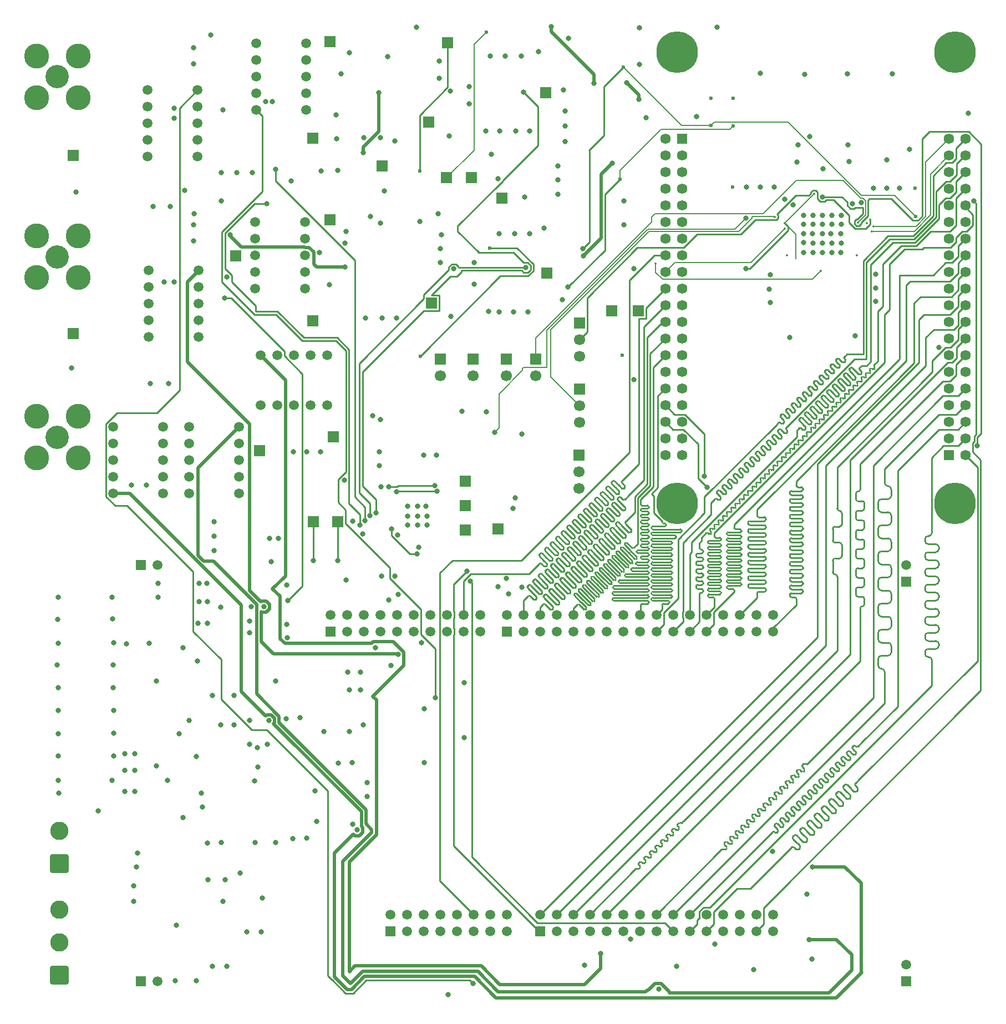
<source format=gbl>
%TF.GenerationSoftware,KiCad,Pcbnew,9.0.5-9.0.5~ubuntu24.04.1*%
%TF.CreationDate,2025-11-23T20:56:38+01:00*%
%TF.ProjectId,DigitalOsciloscope,44696769-7461-46c4-9f73-63696c6f7363,rev?*%
%TF.SameCoordinates,Original*%
%TF.FileFunction,Copper,L4,Bot*%
%TF.FilePolarity,Positive*%
%FSLAX46Y46*%
G04 Gerber Fmt 4.6, Leading zero omitted, Abs format (unit mm)*
G04 Created by KiCad (PCBNEW 9.0.5-9.0.5~ubuntu24.04.1) date 2025-11-23 20:56:38*
%MOMM*%
%LPD*%
G01*
G04 APERTURE LIST*
G04 Aperture macros list*
%AMRoundRect*
0 Rectangle with rounded corners*
0 $1 Rounding radius*
0 $2 $3 $4 $5 $6 $7 $8 $9 X,Y pos of 4 corners*
0 Add a 4 corners polygon primitive as box body*
4,1,4,$2,$3,$4,$5,$6,$7,$8,$9,$2,$3,0*
0 Add four circle primitives for the rounded corners*
1,1,$1+$1,$2,$3*
1,1,$1+$1,$4,$5*
1,1,$1+$1,$6,$7*
1,1,$1+$1,$8,$9*
0 Add four rect primitives between the rounded corners*
20,1,$1+$1,$2,$3,$4,$5,0*
20,1,$1+$1,$4,$5,$6,$7,0*
20,1,$1+$1,$6,$7,$8,$9,0*
20,1,$1+$1,$8,$9,$2,$3,0*%
G04 Aperture macros list end*
%TA.AperFunction,ComponentPad*%
%ADD10C,1.500000*%
%TD*%
%TA.AperFunction,ComponentPad*%
%ADD11C,1.508000*%
%TD*%
%TA.AperFunction,ComponentPad*%
%ADD12R,1.508000X1.508000*%
%TD*%
%TA.AperFunction,ComponentPad*%
%ADD13C,6.350000*%
%TD*%
%TA.AperFunction,ComponentPad*%
%ADD14C,1.590000*%
%TD*%
%TA.AperFunction,ComponentPad*%
%ADD15R,1.590000X1.590000*%
%TD*%
%TA.AperFunction,ComponentPad*%
%ADD16R,1.700000X1.700000*%
%TD*%
%TA.AperFunction,ComponentPad*%
%ADD17C,1.700000*%
%TD*%
%TA.AperFunction,ComponentPad*%
%ADD18C,3.556000*%
%TD*%
%TA.AperFunction,ComponentPad*%
%ADD19C,3.810000*%
%TD*%
%TA.AperFunction,ComponentPad*%
%ADD20RoundRect,0.250001X1.149999X-1.149999X1.149999X1.149999X-1.149999X1.149999X-1.149999X-1.149999X0*%
%TD*%
%TA.AperFunction,ComponentPad*%
%ADD21C,2.800000*%
%TD*%
%TA.AperFunction,ViaPad*%
%ADD22C,0.800000*%
%TD*%
%TA.AperFunction,ViaPad*%
%ADD23C,0.350000*%
%TD*%
%TA.AperFunction,ViaPad*%
%ADD24C,0.600000*%
%TD*%
%TA.AperFunction,Conductor*%
%ADD25C,0.254000*%
%TD*%
%TA.AperFunction,Conductor*%
%ADD26C,0.508000*%
%TD*%
%TA.AperFunction,Conductor*%
%ADD27C,0.152400*%
%TD*%
%TA.AperFunction,Conductor*%
%ADD28C,0.200000*%
%TD*%
G04 APERTURE END LIST*
D10*
%TO.P,K2,10*%
%TO.N,CH2_ATTEN*%
X151710000Y-90720000D03*
%TO.P,K2,9*%
%TO.N,Net-(C1-Pad2)*%
X151710000Y-93260000D03*
%TO.P,K2,8*%
%TO.N,Net-(K2-Pad8)*%
X151710000Y-95800000D03*
%TO.P,K2,7*%
%TO.N,Net-(C11-Pad1)*%
X151710000Y-98340000D03*
%TO.P,K2,6*%
%TO.N,N/C*%
X151710000Y-100880000D03*
%TO.P,K2,5*%
X144090000Y-100880000D03*
%TO.P,K2,4*%
%TO.N,Net-(C7-Pad1)*%
X144090000Y-98340000D03*
%TO.P,K2,3*%
%TO.N,Net-(K2-Pad3)*%
X144090000Y-95800000D03*
%TO.P,K2,2*%
%TO.N,Net-(C1-Pad1)*%
X144090000Y-93260000D03*
%TO.P,K2,1*%
%TO.N,+5V_EXT*%
X144090000Y-90720000D03*
%TD*%
%TO.P,K3,10*%
%TO.N,AC_DC_CH2*%
X160390000Y-93530000D03*
%TO.P,K3,9*%
%TO.N,unconnected-(K3-Pad9)*%
X160390000Y-90990000D03*
%TO.P,K3,8*%
%TO.N,unconnected-(K3-Pad8)*%
X160390000Y-88450000D03*
%TO.P,K3,7*%
%TO.N,unconnected-(K3-Pad7)*%
X160390000Y-85910000D03*
%TO.P,K3,6*%
%TO.N,N/C*%
X160390000Y-83370000D03*
%TO.P,K3,5*%
X168010000Y-83370000D03*
%TO.P,K3,4*%
%TO.N,unconnected-(K3-Pad4)*%
X168010000Y-85910000D03*
%TO.P,K3,3*%
%TO.N,Net-(C14-Pad1)*%
X168010000Y-88450000D03*
%TO.P,K3,2*%
%TO.N,Net-(D1A-K3A4)*%
X168010000Y-90990000D03*
%TO.P,K3,1*%
%TO.N,+5V_EXT*%
X168010000Y-93530000D03*
%TD*%
D11*
%TO.P,U11,CN16_2,GND_CN16*%
%TO.N,GND_CN16*%
X259800000Y-196600000D03*
D12*
%TO.P,U11,CN16_1,GND_CN16*%
%TO.N,GND_CN16_1*%
X259800000Y-199140000D03*
D11*
%TO.P,U11,CN15_2,GND_CN15*%
%TO.N,GND_CN15_1*%
X259820000Y-135640000D03*
D12*
%TO.P,U11,CN15_1,GND_CN15*%
%TO.N,GND_CN15*%
X259820000Y-138180000D03*
D11*
%TO.P,U11,CN10_34,D35/TIMER_C_PWM3*%
%TO.N,GPIO_2*%
X239480000Y-143260000D03*
%TO.P,U11,CN10_33,D34/TIMER_B_ETR*%
%TO.N,GPIO_PE0*%
X239480000Y-145800000D03*
%TO.P,U11,CN10_32,D36/TIMER_C_PWM2*%
%TO.N,GPIO_3*%
X236940000Y-143260000D03*
%TO.P,U11,CN10_31,D33/TIMER_D_PWM1*%
%TO.N,GPIO_1*%
X236940000Y-145800000D03*
%TO.P,U11,CN10_30,D37/TIMER_A_BKIN1*%
%TO.N,GPIO_PE15*%
X234400000Y-143260000D03*
%TO.P,U11,CN10_29,D32/TIMER_C_PWM1*%
%TO.N,GPIO_4*%
X234400000Y-145800000D03*
%TO.P,U11,CN10_28,D38/TIMER_A_BKIN2*%
%TO.N,unconnected-(U11F-D38{slash}TIMER_A_BKIN2-PadCN10_28)*%
X231860000Y-143260000D03*
%TO.P,U11,CN10_27,GND_CN10*%
%TO.N,GND*%
X231860000Y-145800000D03*
%TO.P,U11,CN10_26,D39/TIMER_A_PWM3N*%
%TO.N,GPIO_PE12*%
X229320000Y-143260000D03*
%TO.P,U11,CN10_25,D31/QSPI_BK1_IO2*%
%TO.N,QSPI_IO2{slash}GPIO_PE2*%
X229320000Y-145800000D03*
%TO.P,U11,CN10_24,D40/TIMER_A_PWM2N*%
%TO.N,GPIO_PE10*%
X226780000Y-143260000D03*
%TO.P,U11,CN10_23,D30/QSPI_BK1_IO0*%
%TO.N,QSPI_IO0{slash}GPIO_PD11*%
X226780000Y-145800000D03*
%TO.P,U11,CN10_22,GND_CN10*%
%TO.N,GND*%
X224240000Y-143260000D03*
%TO.P,U11,CN10_21,D29/QSPI_BK1_IO1*%
%TO.N,QSPI_IO1{slash}GPIO_PD12*%
X224240000Y-145800000D03*
%TO.P,U11,CN10_20,D41/TIMER_A_ETR*%
%TO.N,GPIO_PE7*%
X221700000Y-143260000D03*
%TO.P,U11,CN10_19,D28/QSPI_BK1_IO3*%
%TO.N,QSPI_IO3{slash}GPIO_PD13*%
X221700000Y-145800000D03*
%TO.P,U11,CN10_18,D42/TIMER_A_PWM1N*%
%TO.N,GPIO_PE8*%
X219160000Y-143260000D03*
%TO.P,U11,CN10_17,GND_CN10*%
%TO.N,GND*%
X219160000Y-145800000D03*
%TO.P,U11,CN10_16,D0/USART_A_RX*%
%TO.N,USART_1_RX*%
X216620000Y-143260000D03*
%TO.P,U11,CN10_15,D27/QSPI_CLK*%
%TO.N,QSPI_CLK*%
X216620000Y-145800000D03*
%TO.P,U11,CN10_14,D1/USART_A_TX*%
%TO.N,USART_1_TX*%
X214080000Y-143260000D03*
%TO.P,U11,CN10_13,D26/QSPI_CS*%
%TO.N,QSPI_CS*%
X214080000Y-145800000D03*
%TO.P,U11,CN10_12,D2/IO*%
%TO.N,unconnected-(U11F-D2{slash}IO-PadCN10_12)*%
X211540000Y-143260000D03*
%TO.P,U11,CN10_11,A8/ADC_C_IN*%
%TO.N,unconnected-(U11F-A8{slash}ADC_C_IN-PadCN10_11)*%
X211540000Y-145800000D03*
%TO.P,U11,CN10_10,D3/TIMER_A_PWM3*%
%TO.N,GPIO_PE13*%
X209000000Y-143260000D03*
%TO.P,U11,CN10_9,A7/ADC_B_IN*%
%TO.N,unconnected-(U11F-A7{slash}ADC_B_IN-PadCN10_9)*%
X209000000Y-145800000D03*
%TO.P,U11,CN10_8,D4/IO*%
%TO.N,GPIO_0*%
X206460000Y-143260000D03*
%TO.P,U11,CN10_7,A6/ADC_A_IN*%
%TO.N,unconnected-(U11F-A6{slash}ADC_A_IN-PadCN10_7)*%
X206460000Y-145800000D03*
%TO.P,U11,CN10_6,D5/TIMER_A_PWM2*%
%TO.N,GPIO_PE11*%
X203920000Y-143260000D03*
%TO.P,U11,CN10_5,GND_CN10*%
%TO.N,GND*%
X203920000Y-145800000D03*
%TO.P,U11,CN10_4,D6/TIMER_A_PWM1*%
%TO.N,GPIO_PE9*%
X201380000Y-143260000D03*
%TO.P,U11,CN10_3,AGND_CN10*%
%TO.N,GND*%
X201380000Y-145800000D03*
%TO.P,U11,CN10_2,D7/IO*%
%TO.N,unconnected-(U11F-D7{slash}IO-PadCN10_2)*%
X198840000Y-143260000D03*
D12*
%TO.P,U11,CN10_1,AVDD*%
%TO.N,unconnected-(U11F-AVDD-PadCN10_1)*%
X198840000Y-145800000D03*
D11*
%TO.P,U11,CN9_30,D64/IO*%
%TO.N,TRIGG_1_MCU*%
X239480000Y-188980000D03*
%TO.P,U11,CN9_29,D65/IO*%
%TO.N,TRIGG_2_MCU*%
X239480000Y-191520000D03*
%TO.P,U11,CN9_28,D63/SAI_B_FS*%
%TO.N,DAC_CLR*%
X236940000Y-188980000D03*
%TO.P,U11,CN9_27,D66/CAN_TX*%
%TO.N,READY*%
X236940000Y-191520000D03*
%TO.P,U11,CN9_26,D62/SAI_B_MCLK*%
%TO.N,CH1_ATTEN_MCU*%
X234400000Y-188980000D03*
%TO.P,U11,CN9_25,D67/CAN_RX*%
%TO.N,unconnected-(U11D-D67{slash}CAN_RX-PadCN9_25)*%
X234400000Y-191520000D03*
%TO.P,U11,CN9_24,D61/SAI_B_SCK*%
%TO.N,DAC_RST*%
X231860000Y-188980000D03*
%TO.P,U11,CN9_23,GND_CN9*%
%TO.N,GND*%
X231860000Y-191520000D03*
%TO.P,U11,CN9_22,D60/SAI_B_SD*%
%TO.N,unconnected-(U11D-D60{slash}SAI_B_SD-PadCN9_22)*%
X229320000Y-188980000D03*
%TO.P,U11,CN9_21,D68/I2C_B_SDA*%
%TO.N,GPIO_PD1*%
X229320000Y-191520000D03*
%TO.P,U11,CN9_20,D59/SAI_A_SD*%
%TO.N,GPIO_PE6*%
X226780000Y-188980000D03*
%TO.P,U11,CN9_19,D69/I2C_B_SCL*%
%TO.N,GPIO_PD0*%
X226780000Y-191520000D03*
%TO.P,U11,CN9_18,D58/SAI_A_SCK*%
%TO.N,GPIO_PE5*%
X224240000Y-188980000D03*
%TO.P,U11,CN9_17,D70/I2C_B_SMBA*%
%TO.N,DAC_ALM*%
X224240000Y-191520000D03*
%TO.P,U11,CN9_16,D57/SAI_A_FS*%
%TO.N,GPIO_PE4*%
X221700000Y-188980000D03*
%TO.P,U11,CN9_15,D71/COMP2_INP*%
%TO.N,unconnected-(U11D-D71{slash}COMP2_INP-PadCN9_15)*%
X221700000Y-191520000D03*
%TO.P,U11,CN9_14,D56/SAI_A_MCLK*%
%TO.N,unconnected-(U11D-D56{slash}SAI_A_MCLK-PadCN9_14)*%
X219160000Y-188980000D03*
%TO.P,U11,CN9_13,D72/COMP1_INP*%
%TO.N,TRIGGER_AC_DC_MCU*%
X219160000Y-191520000D03*
%TO.P,U11,CN9_12,GND_CN9*%
%TO.N,GND*%
X216620000Y-188980000D03*
%TO.P,U11,CN9_11,A5/ADC3_INP6/I2C1_SCL*%
%TO.N,unconnected-(U11D-A5{slash}ADC3_INP6{slash}I2C1_SCL-PadCN9_11)*%
X216620000Y-191520000D03*
%TO.P,U11,CN9_10,D55/USART_B_CTS*%
%TO.N,GPIO_PD3*%
X214080000Y-188980000D03*
%TO.P,U11,CN9_9,A4/ADC123_INP12/I2C1_SDA*%
%TO.N,unconnected-(U11D-A4{slash}ADC123_INP12{slash}I2C1_SDA-PadCN9_9)*%
X214080000Y-191520000D03*
%TO.P,U11,CN9_8,D54/USART_B_RTS*%
%TO.N,GPIO_PD4*%
X211540000Y-188980000D03*
%TO.P,U11,CN9_7,A3/ADC12_INP5*%
%TO.N,unconnected-(U11D-A3{slash}ADC12_INP5-PadCN9_7)*%
X211540000Y-191520000D03*
%TO.P,U11,CN9_6,D53/USART_B_TX*%
%TO.N,GPIO_PD5*%
X209000000Y-188980000D03*
%TO.P,U11,CN9_5,A2/ADC12_INP13*%
%TO.N,unconnected-(U11D-A2{slash}ADC12_INP13-PadCN9_5)*%
X209000000Y-191520000D03*
%TO.P,U11,CN9_4,D52/USART_B_RX*%
%TO.N,GPIO_PD6*%
X206460000Y-188980000D03*
%TO.P,U11,CN9_3,A1/ADC123_INP10*%
%TO.N,unconnected-(U11D-A1{slash}ADC123_INP10-PadCN9_3)*%
X206460000Y-191520000D03*
%TO.P,U11,CN9_2,D51/USART_B_SCLK*%
%TO.N,GPIO_PD7*%
X203920000Y-188980000D03*
D12*
%TO.P,U11,CN9_1,A0/ADC12_INP15*%
%TO.N,DAC_TEMP*%
X203920000Y-191520000D03*
D11*
%TO.P,U11,CN8_16,D50/IO*%
%TO.N,unconnected-(U11C-D50{slash}IO-PadCN8_16)*%
X198840000Y-188980000D03*
%TO.P,U11,CN8_15,VIN_CN8*%
%TO.N,Net-(U11C-VIN_CN8)*%
X198840000Y-191520000D03*
%TO.P,U11,CN8_14,D49/IO*%
%TO.N,unconnected-(U11C-D49{slash}IO-PadCN8_14)*%
X196300000Y-188980000D03*
%TO.P,U11,CN8_13,GND_CN8*%
%TO.N,GND*%
X196300000Y-191520000D03*
%TO.P,U11,CN8_12,D48/SDMMC_CMD*%
%TO.N,GPIO_PD2*%
X193760000Y-188980000D03*
%TO.P,U11,CN8_11,GND_CN8*%
%TO.N,GND*%
X193760000Y-191520000D03*
%TO.P,U11,CN8_10,D47/SDMMC_CK*%
%TO.N,unconnected-(U11C-D47{slash}SDMMC_CK-PadCN8_10)*%
X191220000Y-188980000D03*
%TO.P,U11,CN8_9,5V_CN8*%
%TO.N,Net-(U11C-5V_CN8)*%
X191220000Y-191520000D03*
%TO.P,U11,CN8_8,D46/SDMMC_D3*%
%TO.N,unconnected-(U11C-D46{slash}SDMMC_D3-PadCN8_8)*%
X188680000Y-188980000D03*
%TO.P,U11,CN8_7,3V3_CN8*%
%TO.N,unconnected-(U11C-3V3_CN8-PadCN8_7)*%
X188680000Y-191520000D03*
%TO.P,U11,CN8_6,D45/SDMMC_D2*%
%TO.N,unconnected-(U11C-D45{slash}SDMMC_D2-PadCN8_6)*%
X186140000Y-188980000D03*
%TO.P,U11,CN8_5,NRST_CN8*%
%TO.N,unconnected-(U11C-NRST_CN8-PadCN8_5)*%
X186140000Y-191520000D03*
%TO.P,U11,CN8_4,D44/SDMMC_D1/I2S_A_CKIN*%
%TO.N,unconnected-(U11C-D44{slash}SDMMC_D1{slash}I2S_A_CKIN-PadCN8_4)*%
X183600000Y-188980000D03*
%TO.P,U11,CN8_3,IOREF_CN8*%
%TO.N,unconnected-(U11C-IOREF_CN8-PadCN8_3)*%
X183600000Y-191520000D03*
%TO.P,U11,CN8_2,D43/SDMMC_D0*%
%TO.N,unconnected-(U11C-D43{slash}SDMMC_D0-PadCN8_2)*%
X181060000Y-188980000D03*
D12*
%TO.P,U11,CN8_1,NC_CN8*%
%TO.N,unconnected-(U11C-NC_CN8-PadCN8_1)*%
X181060000Y-191520000D03*
D11*
%TO.P,U11,CN7_20,D8/IO*%
%TO.N,unconnected-(U11E-D8{slash}IO-PadCN7_20)*%
X194776000Y-143260000D03*
%TO.P,U11,CN7_19,D25/SPI_B_MISO*%
%TO.N,AC_DC_CH1_MCU*%
X194776000Y-145800000D03*
%TO.P,U11,CN7_18,D9/TIMER_B_PWM2*%
%TO.N,GPIO_PD15*%
X192236000Y-143260000D03*
%TO.P,U11,CN7_17,D24/SPI_B_NSS*%
%TO.N,unconnected-(U11E-D24{slash}SPI_B_NSS-PadCN7_17)*%
X192236000Y-145800000D03*
%TO.P,U11,CN7_16,D10/SPI_A_CS/TIM_B_PWM3*%
%TO.N,SPI_1_CS*%
X189696000Y-143260000D03*
%TO.P,U11,CN7_15,D23/I2S_B_CK/SPI_B_SCK*%
%TO.N,CH2_ATTEN_MCU*%
X189696000Y-145800000D03*
%TO.P,U11,CN7_14,D11/SPI_A_MOSI/TIM_E_PWM1*%
%TO.N,SPI_1_MOSI*%
X187156000Y-143260000D03*
%TO.P,U11,CN7_13,D22/I2S_B_SD/SPI_B_MOSI*%
%TO.N,unconnected-(U11E-D22{slash}I2S_B_SD{slash}SPI_B_MOSI-PadCN7_13)*%
X187156000Y-145800000D03*
%TO.P,U11,CN7_12,D12/SPI_A_MISO*%
%TO.N,SPI_1_MISO*%
X184616000Y-143260000D03*
%TO.P,U11,CN7_11,D21/I2S_B_MCK*%
%TO.N,AC_DC_CH2_MCU*%
X184616000Y-145800000D03*
%TO.P,U11,CN7_10,D13/SPI_A_SCK*%
%TO.N,SPI_1_SCK*%
X182076000Y-143260000D03*
%TO.P,U11,CN7_9,D20/I2S_B_WS*%
%TO.N,unconnected-(U11E-D20{slash}I2S_B_WS-PadCN7_9)*%
X182076000Y-145800000D03*
%TO.P,U11,CN7_8,GND_CN7*%
%TO.N,GND*%
X179536000Y-143260000D03*
%TO.P,U11,CN7_7,D19/I2S_A_WS*%
%TO.N,unconnected-(U11E-D19{slash}I2S_A_WS-PadCN7_7)*%
X179536000Y-145800000D03*
%TO.P,U11,CN7_6,VREFP_CN7*%
%TO.N,unconnected-(U11E-VREFP_CN7-PadCN7_6)*%
X176996000Y-143260000D03*
%TO.P,U11,CN7_5,D18/I2S_A_CK*%
%TO.N,unconnected-(U11E-D18{slash}I2S_A_CK-PadCN7_5)*%
X176996000Y-145800000D03*
%TO.P,U11,CN7_4,D14/I2C_A_SDA*%
%TO.N,unconnected-(U11E-D14{slash}I2C_A_SDA-PadCN7_4)*%
X174456000Y-143260000D03*
%TO.P,U11,CN7_3,D17/I2S_A_SD*%
%TO.N,unconnected-(U11E-D17{slash}I2S_A_SD-PadCN7_3)*%
X174456000Y-145800000D03*
%TO.P,U11,CN7_2,D15/I2C_A_SCL*%
%TO.N,unconnected-(U11E-D15{slash}I2C_A_SCL-PadCN7_2)*%
X171916000Y-143260000D03*
D12*
%TO.P,U11,CN7_1,D16/I2S_A_MCK*%
%TO.N,unconnected-(U11E-D16{slash}I2S_A_MCK-PadCN7_1)*%
X171916000Y-145800000D03*
D11*
%TO.P,U11,CN4_2,GND_CN4*%
%TO.N,GND_CN4*%
X145500000Y-135640000D03*
D12*
%TO.P,U11,CN4_1,GND_CN4*%
%TO.N,GND_CN4_1*%
X142960000Y-135640000D03*
D11*
%TO.P,U11,CN3_2,GND_CN3*%
%TO.N,GND_CN3*%
X145500000Y-199140000D03*
D12*
%TO.P,U11,CN3_1,GND_CN3*%
%TO.N,GND_CN3_1*%
X142960000Y-199140000D03*
%TD*%
D13*
%TO.P,U10,S4,SHIELD*%
%TO.N,unconnected-(U10A-SHIELD-PadS1)_3*%
X224790000Y-126290000D03*
%TO.P,U10,S3,SHIELD*%
%TO.N,unconnected-(U10A-SHIELD-PadS1)_1*%
X267210000Y-126290000D03*
%TO.P,U10,S2,SHIELD*%
%TO.N,unconnected-(U10A-SHIELD-PadS1)*%
X224790000Y-57460000D03*
%TO.P,U10,S1,SHIELD*%
%TO.N,unconnected-(U10A-SHIELD-PadS1)_2*%
X267210000Y-57460000D03*
D14*
%TO.P,U10,JP2_40,GPIO_133*%
%TO.N,QSPI_IO3{slash}GPIO_PD13*%
X268860000Y-70670000D03*
%TO.P,U10,JP2_39,GPIO_132*%
%TO.N,OE_A*%
X266320000Y-70670000D03*
%TO.P,U10,JP2_38,GPIO_131*%
%TO.N,QSPI_IO1{slash}GPIO_PD12*%
X268860000Y-73210000D03*
%TO.P,U10,JP2_37,GPIO_130*%
%TO.N,OVERFLOW*%
X266320000Y-73210000D03*
%TO.P,U10,JP2_36,GPIO_129*%
%TO.N,GPIO_PE10*%
X268860000Y-75750000D03*
%TO.P,U10,JP2_35,GPIO_128*%
%TO.N,READY*%
X266320000Y-75750000D03*
%TO.P,U10,JP2_34,GPIO_127*%
%TO.N,QSPI_IO0{slash}GPIO_PD11*%
X268860000Y-78290000D03*
%TO.P,U10,JP2_33,GPIO_126*%
%TO.N,ADC_A_13*%
X266320000Y-78290000D03*
%TO.P,U10,JP2_32,GPIO_125*%
%TO.N,GPIO_PE12*%
X268860000Y-80830000D03*
%TO.P,U10,JP2_31,GPIO_124*%
%TO.N,ADC_A_12*%
X266320000Y-80830000D03*
%TO.P,U10,JP2_30,GPIO-1_GND*%
%TO.N,GND*%
X268860000Y-83370000D03*
%TO.P,U10,JP2_29,GPIO-1_VCC3P3*%
%TO.N,Net-(U10B-GPIO-1_VCC3P3)*%
X266320000Y-83370000D03*
%TO.P,U10,JP2_28,GPIO_123*%
%TO.N,QSPI_IO2{slash}GPIO_PE2*%
X268860000Y-85910000D03*
%TO.P,U10,JP2_27,GPIO_122*%
%TO.N,ADC_A_11*%
X266320000Y-85910000D03*
%TO.P,U10,JP2_26,GPIO_121*%
%TO.N,GPIO_PE15*%
X268860000Y-88450000D03*
%TO.P,U10,JP2_25,GPIO_120*%
%TO.N,ADC_A_10*%
X266320000Y-88450000D03*
%TO.P,U10,JP2_24,GPIO_119*%
%TO.N,GPIO_PE0*%
X268860000Y-90990000D03*
%TO.P,U10,JP2_23,GPIO_118*%
%TO.N,ADC_A_9*%
X266320000Y-90990000D03*
%TO.P,U10,JP2_22,GPIO_117*%
%TO.N,GPIO_PD7*%
X268860000Y-93530000D03*
%TO.P,U10,JP2_21,GPIO_116*%
%TO.N,ADC_A_8*%
X266320000Y-93530000D03*
%TO.P,U10,JP2_20,GPIO_115*%
%TO.N,GPIO_PD6*%
X268860000Y-96070000D03*
%TO.P,U10,JP2_19,GPIO_114*%
%TO.N,ADC_A_7*%
X266320000Y-96070000D03*
%TO.P,U10,JP2_18,GPIO_113*%
%TO.N,GPIO_PD5*%
X268860000Y-98610000D03*
%TO.P,U10,JP2_17,GPIO_112*%
%TO.N,ADC_A_6*%
X266320000Y-98610000D03*
%TO.P,U10,JP2_16,GPIO_111*%
%TO.N,GPIO_PD4*%
X268860000Y-101150000D03*
%TO.P,U10,JP2_15,GPIO_110*%
%TO.N,ADC_A_5*%
X266320000Y-101150000D03*
%TO.P,U10,JP2_14,GPIO_19*%
%TO.N,GPIO_PD3*%
X268860000Y-103690000D03*
%TO.P,U10,JP2_13,GPIO_18*%
%TO.N,ADC_A_4*%
X266320000Y-103690000D03*
%TO.P,U10,JP2_12,GPIO-1_GND*%
%TO.N,GND*%
X268860000Y-106230000D03*
%TO.P,U10,JP2_11,GPIO-1_VCC_SYS*%
%TO.N,Net-(U10B-GPIO-1_VCC_SYS)*%
X266320000Y-106230000D03*
%TO.P,U10,JP2_10,GPIO_17*%
%TO.N,GPIO_PE4*%
X268860000Y-108770000D03*
%TO.P,U10,JP2_9,GPIO_16*%
%TO.N,ADC_A_3*%
X266320000Y-108770000D03*
%TO.P,U10,JP2_8,GPIO_15*%
%TO.N,GPIO_PE5*%
X268860000Y-111310000D03*
%TO.P,U10,JP2_7,GPIO_14*%
%TO.N,ADC_A_2*%
X266320000Y-111310000D03*
%TO.P,U10,JP2_6,GPIO_13*%
%TO.N,GPIO_PE6*%
X268860000Y-113850000D03*
%TO.P,U10,JP2_5,GPIO_12*%
%TO.N,ADC_A_1*%
X266320000Y-113850000D03*
%TO.P,U10,JP2_4,GPIO_11*%
%TO.N,GPIO_PD0*%
X268860000Y-116390000D03*
%TO.P,U10,JP2_3,GPIO_1_IN1*%
%TO.N,ADC_A_0*%
X266320000Y-116390000D03*
%TO.P,U10,JP2_2,GPIO_10*%
%TO.N,GPIO_PD1*%
X268860000Y-118930000D03*
D15*
%TO.P,U10,JP2_1,GPIO_1_IN0*%
%TO.N,CLOCK_80MHz*%
X266320000Y-118930000D03*
D14*
%TO.P,U10,JP1_40,GPIO_033*%
%TO.N,AN_TRIGGER_P*%
X223010000Y-118930000D03*
%TO.P,U10,JP1_39,GPIO_032*%
%TO.N,ADC_B_13*%
X225550000Y-118930000D03*
%TO.P,U10,JP1_38,GPIO_031*%
%TO.N,AN_TRIGGER_N*%
X223010000Y-116390000D03*
%TO.P,U10,JP1_37,GPIO_030*%
%TO.N,ADC_B_12*%
X225550000Y-116390000D03*
%TO.P,U10,JP1_36,GPIO_029*%
%TO.N,USART_1_RX*%
X223010000Y-113850000D03*
%TO.P,U10,JP1_35,GPIO_028*%
%TO.N,ADC_B_11*%
X225550000Y-113850000D03*
%TO.P,U10,JP1_34,GPIO_027*%
%TO.N,USART_1_TX*%
X223010000Y-111310000D03*
%TO.P,U10,JP1_33,GPIO_026*%
%TO.N,Net-(U10A-GPIO_026)*%
X225550000Y-111310000D03*
%TO.P,U10,JP1_32,GPIO_025*%
%TO.N,GPIO_PE7*%
X223010000Y-108770000D03*
%TO.P,U10,JP1_31,GPIO_024*%
%TO.N,ADC_B_10*%
X225550000Y-108770000D03*
%TO.P,U10,JP1_30,GPIO-0_GND*%
%TO.N,GND*%
X223010000Y-106230000D03*
%TO.P,U10,JP1_29,GPIO-0_VCC3P3*%
%TO.N,Net-(U10A-GPIO-0_VCC3P3)*%
X225550000Y-106230000D03*
%TO.P,U10,JP1_28,GPIO_023*%
%TO.N,GPIO_PE8*%
X223010000Y-103690000D03*
%TO.P,U10,JP1_27,GPIO_022*%
%TO.N,ADC_B_9*%
X225550000Y-103690000D03*
%TO.P,U10,JP1_26,GPIO_021*%
%TO.N,GPIO_PE13*%
X223010000Y-101150000D03*
%TO.P,U10,JP1_25,GPIO_020*%
%TO.N,ADC_B_8*%
X225550000Y-101150000D03*
%TO.P,U10,JP1_24,GPIO_019*%
%TO.N,GPIO_PE11*%
X223010000Y-98610000D03*
%TO.P,U10,JP1_23,GPIO_018*%
%TO.N,unconnected-(U10A-GPIO_018-PadJP1_23)*%
X225550000Y-98610000D03*
%TO.P,U10,JP1_22,GPIO_017*%
%TO.N,GPIO_PE9*%
X223010000Y-96070000D03*
%TO.P,U10,JP1_21,GPIO_016*%
%TO.N,ADC_B_7*%
X225550000Y-96070000D03*
%TO.P,U10,JP1_20,GPIO_015*%
%TO.N,GPIO_PD15*%
X223010000Y-93530000D03*
%TO.P,U10,JP1_19,GPIO_014*%
%TO.N,ADC_B_6*%
X225550000Y-93530000D03*
%TO.P,U10,JP1_18,GPIO_013*%
%TO.N,OE_B*%
X223010000Y-90990000D03*
%TO.P,U10,JP1_17,GPIO_012*%
%TO.N,ADC_B_5*%
X225550000Y-90990000D03*
%TO.P,U10,JP1_16,GPIO_011*%
%TO.N,GPIO_PD2*%
X223010000Y-88450000D03*
%TO.P,U10,JP1_15,GPIO_010*%
%TO.N,ADC_B_4*%
X225550000Y-88450000D03*
%TO.P,U10,JP1_14,GPIO_09*%
%TO.N,CLIPPING*%
X223010000Y-85910000D03*
%TO.P,U10,JP1_13,GPIO_08*%
%TO.N,ADC_B_3*%
X225550000Y-85910000D03*
%TO.P,U10,JP1_12,GPIO-0_GND*%
%TO.N,GND*%
X223010000Y-83370000D03*
%TO.P,U10,JP1_11,GPIO-0_VCC_SYS*%
%TO.N,Net-(U10A-GPIO-0_VCC_SYS)*%
X225550000Y-83370000D03*
%TO.P,U10,JP1_10,GPIO_07*%
%TO.N,unconnected-(U10A-GPIO_07-PadJP1_10)*%
X223010000Y-80830000D03*
%TO.P,U10,JP1_9,GPIO_06*%
%TO.N,ADC_B_2*%
X225550000Y-80830000D03*
%TO.P,U10,JP1_8,GPIO_05*%
%TO.N,unconnected-(U10A-GPIO_05-PadJP1_8)*%
X223010000Y-78290000D03*
%TO.P,U10,JP1_7,GPIO_04*%
%TO.N,ADC_B_1*%
X225550000Y-78290000D03*
%TO.P,U10,JP1_6,GPIO_03*%
%TO.N,unconnected-(U10A-GPIO_03-PadJP1_6)*%
X223010000Y-75750000D03*
%TO.P,U10,JP1_5,GPIO_02*%
%TO.N,ADC_B_0*%
X225550000Y-75750000D03*
%TO.P,U10,JP1_4,GPIO_01*%
%TO.N,unconnected-(U10A-GPIO_01-PadJP1_4)*%
X223010000Y-73210000D03*
%TO.P,U10,JP1_3,GPIO_0_IN1*%
%TO.N,unconnected-(U10A-GPIO_0_IN1-PadJP1_3)*%
X225550000Y-73210000D03*
%TO.P,U10,JP1_2,GPIO_00*%
%TO.N,unconnected-(U10A-GPIO_00-PadJP1_2)*%
X223010000Y-70670000D03*
D15*
%TO.P,U10,JP1_1,GPIO_0_IN0*%
%TO.N,unconnected-(U10A-GPIO_0_IN0-PadJP1_1)*%
X225550000Y-70670000D03*
%TD*%
D10*
%TO.P,K7,1*%
%TO.N,+5V_EXT*%
X161220000Y-111310000D03*
%TO.P,K7,2*%
%TO.N,Net-(C35-Pad2)*%
X163760000Y-111310000D03*
%TO.P,K7,3*%
%TO.N,Net-(C35-Pad1)*%
X166300000Y-111310000D03*
%TO.P,K7,4*%
%TO.N,unconnected-(K7-Pad4)*%
X168840000Y-111310000D03*
%TO.P,K7,5*%
%TO.N,N/C*%
X171380000Y-111310000D03*
%TO.P,K7,6*%
X171380000Y-103690000D03*
%TO.P,K7,7*%
%TO.N,unconnected-(K7-Pad7)*%
X168840000Y-103690000D03*
%TO.P,K7,8*%
%TO.N,unconnected-(K7-Pad8)*%
X166300000Y-103690000D03*
%TO.P,K7,9*%
%TO.N,unconnected-(K7-Pad9)*%
X163760000Y-103690000D03*
%TO.P,K7,10*%
%TO.N,TRIGGER_AC_DC*%
X161220000Y-103690000D03*
%TD*%
%TO.P,K6,1*%
%TO.N,+5V_EXT*%
X150290000Y-114620000D03*
%TO.P,K6,2*%
%TO.N,Net-(K5-Pad3)*%
X150290000Y-117160000D03*
%TO.P,K6,3*%
%TO.N,Net-(C35-Pad1)*%
X150290000Y-119700000D03*
%TO.P,K6,4*%
%TO.N,EXT_TRIGGER_LEVEL*%
X150290000Y-122240000D03*
%TO.P,K6,5*%
%TO.N,N/C*%
X150290000Y-124780000D03*
%TO.P,K6,6*%
X157910000Y-124780000D03*
%TO.P,K6,7*%
%TO.N,unconnected-(K6-Pad7)*%
X157910000Y-122240000D03*
%TO.P,K6,8*%
%TO.N,unconnected-(K6-Pad8)*%
X157910000Y-119700000D03*
%TO.P,K6,9*%
%TO.N,unconnected-(K6-Pad9)*%
X157910000Y-117160000D03*
%TO.P,K6,10*%
%TO.N,TRIGG_2*%
X157910000Y-114620000D03*
%TD*%
%TO.P,K5,1*%
%TO.N,+5V_EXT*%
X146310000Y-124780000D03*
%TO.P,K5,2*%
%TO.N,AN_TRIGGER_CH1*%
X146310000Y-122240000D03*
%TO.P,K5,3*%
%TO.N,Net-(K5-Pad3)*%
X146310000Y-119700000D03*
%TO.P,K5,4*%
%TO.N,AN_TRIGGER_CH2*%
X146310000Y-117160000D03*
%TO.P,K5,5*%
%TO.N,N/C*%
X146310000Y-114620000D03*
%TO.P,K5,6*%
X138690000Y-114620000D03*
%TO.P,K5,7*%
%TO.N,unconnected-(K5-Pad7)*%
X138690000Y-117160000D03*
%TO.P,K5,8*%
%TO.N,unconnected-(K5-Pad8)*%
X138690000Y-119700000D03*
%TO.P,K5,9*%
%TO.N,unconnected-(K5-Pad9)*%
X138690000Y-122240000D03*
%TO.P,K5,10*%
%TO.N,TRIGG_1*%
X138690000Y-124780000D03*
%TD*%
%TO.P,K1,1*%
%TO.N,+5V_EXT*%
X143990000Y-63220000D03*
%TO.P,K1,2*%
%TO.N,Net-(C2-Pad1)*%
X143990000Y-65760000D03*
%TO.P,K1,3*%
%TO.N,Net-(K1-Pad3)*%
X143990000Y-68300000D03*
%TO.P,K1,4*%
%TO.N,Net-(C9-Pad1)*%
X143990000Y-70840000D03*
%TO.P,K1,5*%
%TO.N,N/C*%
X143990000Y-73380000D03*
%TO.P,K1,6*%
X151610000Y-73380000D03*
%TO.P,K1,7*%
%TO.N,Net-(C10-Pad1)*%
X151610000Y-70840000D03*
%TO.P,K1,8*%
%TO.N,Net-(K1-Pad8)*%
X151610000Y-68300000D03*
%TO.P,K1,9*%
%TO.N,Net-(C2-Pad2)*%
X151610000Y-65760000D03*
%TO.P,K1,10*%
%TO.N,CH1_ATTEN*%
X151610000Y-63220000D03*
%TD*%
D16*
%TO.P,J10,1,Pin_1*%
%TO.N,Net-(J10-Pin_1)*%
X188700000Y-104260000D03*
D17*
%TO.P,J10,2,Pin_2*%
%TO.N,+VDD_FILTERED*%
X188700000Y-106800000D03*
%TD*%
D16*
%TO.P,TP22,1,1*%
%TO.N,/analog_inputs/CH2_SYM_OUT_N*%
X218900000Y-96900000D03*
%TD*%
%TO.P,J8,1,Pin_1*%
%TO.N,Net-(J10-Pin_1)*%
X198769047Y-104260000D03*
D17*
%TO.P,J8,2,Pin_2*%
%TO.N,Net-(J8-Pin_2)*%
X198769047Y-106800000D03*
%TD*%
D16*
%TO.P,TP7,1,1*%
%TO.N,Net-(C15-Pad2)*%
X179800000Y-74800000D03*
%TD*%
%TO.P,TP24,1,1*%
%TO.N,unconnected-(TP24-Pad1)*%
X192500000Y-126600000D03*
%TD*%
%TO.P,J7,1,Pin_1*%
%TO.N,Net-(J4-Pin_1)*%
X209900000Y-98760000D03*
D17*
%TO.P,J7,2,Pin_2*%
%TO.N,Net-(J7-Pin_2)*%
X209900000Y-101300000D03*
%TO.P,J7,3,Pin_3*%
%TO.N,+1V5_VOCM_CH1*%
X209900000Y-103840000D03*
%TD*%
D16*
%TO.P,J5,1,Pin_1*%
%TO.N,CLK_FPGA_PLL_50MHz*%
X209800000Y-118940000D03*
D17*
%TO.P,J5,2,Pin_2*%
%TO.N,Net-(J5-Pin_2)*%
X209800000Y-121480000D03*
%TO.P,J5,3,Pin_3*%
%TO.N,CLOCK_80MHz*%
X209800000Y-124020000D03*
%TD*%
D16*
%TO.P,TP20,1,1*%
%TO.N,/analog_inputs/CH1_SYM_OUT_N*%
X193400000Y-76600000D03*
%TD*%
%TO.P,TP3,1,1*%
%TO.N,Net-(C13-Pad1)*%
X171800000Y-55800000D03*
%TD*%
%TO.P,TP12,1,1*%
%TO.N,TRIGGER_THRESHOLD*%
X161100000Y-118200000D03*
%TD*%
%TO.P,J9,1,Pin_1*%
%TO.N,Net-(J10-Pin_1)*%
X193700000Y-104260000D03*
D17*
%TO.P,J9,2,Pin_2*%
%TO.N,Net-(J9-Pin_2)*%
X193700000Y-106800000D03*
%TD*%
D18*
%TO.P,J2,1,In*%
%TO.N,Net-(J2-In)*%
X130175000Y-88675000D03*
D19*
%TO.P,J2,2,Ext*%
%TO.N,GND*%
X127000000Y-85500000D03*
X127000000Y-91850000D03*
X133350000Y-85500000D03*
X133350000Y-91850000D03*
%TD*%
D16*
%TO.P,TP10,1,1*%
%TO.N,Net-(U5-INPP)*%
X186850000Y-68100000D03*
%TD*%
%TO.P,TP19,1,1*%
%TO.N,/analog_inputs/CH1_SYM_OUT_P*%
X189600000Y-76600000D03*
%TD*%
D20*
%TO.P,J12,1,Pin_1*%
%TO.N,+8V*%
X130467500Y-198250000D03*
D21*
%TO.P,J12,2,Pin_2*%
%TO.N,GND*%
X130467500Y-193250000D03*
%TO.P,J12,3,Pin_3*%
%TO.N,-8V*%
X130467500Y-188250000D03*
%TD*%
D16*
%TO.P,J4,1,Pin_1*%
%TO.N,Net-(J4-Pin_1)*%
X209900000Y-108860000D03*
D17*
%TO.P,J4,2,Pin_2*%
%TO.N,Net-(J4-Pin_2)*%
X209900000Y-111400000D03*
%TO.P,J4,3,Pin_3*%
%TO.N,+1V5_VOCM_CH2*%
X209900000Y-113940000D03*
%TD*%
D16*
%TO.P,TP16,1,1*%
%TO.N,Net-(U6-GAIN)*%
X204900000Y-91100000D03*
%TD*%
%TO.P,TP14,1,1*%
%TO.N,AN_TRIGGER_P*%
X173000000Y-129100000D03*
%TD*%
%TO.P,TP13,1,1*%
%TO.N,AN_TRIGGER_N*%
X169300000Y-129100000D03*
%TD*%
%TO.P,TP15,1,1*%
%TO.N,Net-(U5-GAIN)*%
X204750000Y-63650000D03*
%TD*%
%TO.P,TP23,1,1*%
%TO.N,unconnected-(TP23-Pad1)*%
X192500000Y-122900000D03*
%TD*%
D18*
%TO.P,J3,1,In*%
%TO.N,Net-(J3-In)*%
X130175000Y-116175000D03*
D19*
%TO.P,J3,2,Ext*%
%TO.N,GND*%
X127000000Y-119350000D03*
X133350000Y-119350000D03*
X127000000Y-113000000D03*
X133350000Y-113000000D03*
%TD*%
D16*
%TO.P,TP9,1,1*%
%TO.N,Net-(U6-INPP)*%
X187300000Y-95700000D03*
%TD*%
%TO.P,TP6,1,1*%
%TO.N,Net-(D2A-K3A4)*%
X169200000Y-70600000D03*
%TD*%
%TO.P,TP4,1,1*%
%TO.N,Net-(C14-Pad1)*%
X171800000Y-83000000D03*
%TD*%
D20*
%TO.P,J11,1,Pin_1*%
%TO.N,+5V_EXT*%
X130467500Y-181250000D03*
D21*
%TO.P,J11,2,Pin_2*%
%TO.N,GND*%
X130467500Y-176250000D03*
%TD*%
D16*
%TO.P,TP21,1,1*%
%TO.N,/analog_inputs/CH2_SYM_OUT_P*%
X214800000Y-96900000D03*
%TD*%
%TO.P,TP1,1,1*%
%TO.N,Net-(K1-Pad3)*%
X132575000Y-73200000D03*
%TD*%
%TO.P,TP26,1,1*%
%TO.N,unconnected-(TP26-Pad1)*%
X197500000Y-130200000D03*
%TD*%
%TO.P,J6,1,Pin_1*%
%TO.N,Net-(J10-Pin_1)*%
X203200000Y-104260000D03*
D17*
%TO.P,J6,2,Pin_2*%
%TO.N,GND*%
X203200000Y-106800000D03*
%TD*%
D16*
%TO.P,TP11,1,1*%
%TO.N,Net-(C35-Pad2)*%
X172300000Y-116100000D03*
%TD*%
%TO.P,TP18,1,1*%
%TO.N,Net-(U6-VOUT)*%
X198100000Y-79700000D03*
%TD*%
%TO.P,TP5,1,1*%
%TO.N,Net-(D1A-K3A4)*%
X169200000Y-98400000D03*
%TD*%
%TO.P,TP25,1,1*%
%TO.N,unconnected-(TP25-Pad1)*%
X192500000Y-130300000D03*
%TD*%
%TO.P,TP8,1,1*%
%TO.N,Net-(C16-Pad2)*%
X157400000Y-88500000D03*
%TD*%
%TO.P,TP2,1,1*%
%TO.N,Net-(K2-Pad3)*%
X132575000Y-100400000D03*
%TD*%
D18*
%TO.P,J1,1,In*%
%TO.N,Net-(J1-In)*%
X130175000Y-61175000D03*
D19*
%TO.P,J1,2,Ext*%
%TO.N,GND*%
X127000000Y-64350000D03*
X133350000Y-64350000D03*
X127000000Y-58000000D03*
X133350000Y-58000000D03*
%TD*%
D16*
%TO.P,TP17,1,1*%
%TO.N,Net-(U5-VOUT)*%
X189800000Y-56000000D03*
%TD*%
D10*
%TO.P,K4,1*%
%TO.N,+5V_EXT*%
X168210000Y-66280000D03*
%TO.P,K4,2*%
%TO.N,Net-(D2A-K3A4)*%
X168210000Y-63740000D03*
%TO.P,K4,3*%
%TO.N,Net-(C13-Pad1)*%
X168210000Y-61200000D03*
%TO.P,K4,4*%
%TO.N,unconnected-(K4-Pad4)*%
X168210000Y-58660000D03*
%TO.P,K4,5*%
%TO.N,N/C*%
X168210000Y-56120000D03*
%TO.P,K4,6*%
X160590000Y-56120000D03*
%TO.P,K4,7*%
%TO.N,unconnected-(K4-Pad7)*%
X160590000Y-58660000D03*
%TO.P,K4,8*%
%TO.N,unconnected-(K4-Pad8)*%
X160590000Y-61200000D03*
%TO.P,K4,9*%
%TO.N,unconnected-(K4-Pad9)*%
X160590000Y-63740000D03*
%TO.P,K4,10*%
%TO.N,AC_DC_CH1*%
X160590000Y-66280000D03*
%TD*%
D22*
%TO.N,+5V*%
X158100000Y-182650000D03*
X155850000Y-183700000D03*
%TO.N,GND*%
X163550000Y-153350000D03*
X193800000Y-92800000D03*
X193800000Y-89573000D03*
X220050000Y-67396000D03*
%TO.N,+5V_EXT*%
X189850000Y-201250000D03*
%TO.N,-5V*%
X162850000Y-135200000D03*
%TO.N,+1V5_VOCM_CH1*%
X210396130Y-87396130D03*
%TO.N,+1V5_VOCM_CH2*%
X208116500Y-93300000D03*
%TO.N,Net-(J4-Pin_1)*%
X235300000Y-90456852D03*
%TO.N,AC_DC_CH2*%
X155700000Y-94950000D03*
%TO.N,CH1_ATTEN*%
X193650000Y-199542000D03*
%TO.N,AC_DC_CH1*%
X187887000Y-155900000D03*
%TO.N,TRIGGER_AC_DC*%
X213100000Y-194950000D03*
%TO.N,CH2_ATTEN*%
X182192067Y-149292067D03*
%TO.N,TRIGG_2*%
X244950000Y-192850000D03*
%TO.N,TRIGG_1*%
X245500000Y-181700000D03*
D23*
%TO.N,CLIPPING*%
X221550000Y-89700000D03*
X246750000Y-90800000D03*
D22*
%TO.N,USART_1_TX*%
X229000000Y-122104000D03*
%TO.N,USART_1_RX*%
X229360933Y-123860933D03*
%TO.N,Net-(J5-Pin_2)*%
X270646000Y-117500000D03*
%TO.N,+5V_EXT*%
X155500000Y-66250000D03*
%TO.N,+3V3*%
X222000000Y-200396000D03*
D23*
%TO.N,Net-(J4-Pin_1)*%
X245750000Y-79000000D03*
X241250000Y-83556200D03*
%TO.N,OE_B*%
X241250000Y-84378000D03*
%TO.N,OVERFLOW*%
X254500000Y-84750000D03*
%TO.N,OE_A*%
X254750000Y-84000000D03*
%TO.N,Net-(J7-Pin_2)*%
X254250000Y-83000000D03*
%TO.N,+1V5_VOCM_CH1*%
X253750000Y-83500000D03*
%TO.N,Net-(J4-Pin_2)*%
X239750000Y-82551200D03*
D22*
%TO.N,+3V3*%
X178750000Y-148250000D03*
X174250000Y-138000000D03*
X199750000Y-127000000D03*
X218250000Y-107439500D03*
X269250000Y-66750000D03*
X176500000Y-154750000D03*
X176500000Y-154750000D03*
X174750000Y-154750000D03*
X176500000Y-152000000D03*
X174500000Y-152000000D03*
%TO.N,+3V3DRV*%
X198750000Y-137750000D03*
X182217622Y-140146000D03*
X201077763Y-139077763D03*
X252000000Y-100750000D03*
X242000000Y-101000000D03*
%TO.N,+3V3A*%
X197480801Y-139019199D03*
X165250000Y-138750000D03*
X180750000Y-141000000D03*
X159500000Y-146000000D03*
X159500000Y-144250000D03*
X161750000Y-142000000D03*
X159750000Y-142000000D03*
X199102531Y-140050317D03*
%TO.N,+6V5*%
X155500000Y-187000000D03*
X175963937Y-176104000D03*
X218250000Y-90500000D03*
X208250000Y-55354000D03*
%TO.N,-3V5*%
X177500000Y-168843927D03*
X178000000Y-82500000D03*
X196437500Y-73062500D03*
%TO.N,+5V*%
X174250000Y-84750000D03*
%TO.N,-3V5*%
X201500000Y-79500000D03*
%TO.N,Net-(C143-Pad1)*%
X182000000Y-124500000D03*
%TO.N,Net-(C144-Pad1)*%
X180803870Y-123696130D03*
%TO.N,-5V*%
X162250000Y-163000000D03*
X160750000Y-163500000D03*
X159500000Y-163000000D03*
X179500000Y-113500000D03*
X170179000Y-88000000D03*
X174076132Y-86604000D03*
X173500000Y-60750000D03*
%TO.N,+5V*%
X175250000Y-175250000D03*
X173973000Y-122750000D03*
X178375000Y-112875000D03*
X179500000Y-83500000D03*
X204500000Y-84250000D03*
X174750000Y-57500000D03*
%TO.N,+5V_EXT*%
X264750000Y-102500000D03*
X162000000Y-65000000D03*
X163000000Y-65000000D03*
X227750000Y-67250000D03*
X148000000Y-67500000D03*
X148000000Y-66000000D03*
X148000000Y-92500000D03*
X146500000Y-92500000D03*
X142000000Y-170250000D03*
X140500000Y-170250000D03*
X142000000Y-167000000D03*
X140500000Y-167000000D03*
X142000000Y-164500000D03*
X140500000Y-164500000D03*
%TO.N,+3V3DRV*%
X153100000Y-144600000D03*
X151700000Y-144600000D03*
X153100000Y-141300000D03*
X151800000Y-141300000D03*
X153000000Y-138500000D03*
X151800000Y-138500000D03*
D24*
%TO.N,GND*%
X216400000Y-103700000D03*
%TO.N,Net-(U6-VOUT)*%
X196200000Y-87300000D03*
X185600000Y-103800000D03*
%TO.N,Net-(U5-VOUT)*%
X185500000Y-75600000D03*
%TO.N,/analog_inputs/CH1_SYM_OUT_P*%
X195700000Y-54400000D03*
%TO.N,+1V5_VOCM_CH1*%
X261200000Y-82500000D03*
%TO.N,GND*%
X233300000Y-78000000D03*
X261100000Y-78200000D03*
%TO.N,+1V5_VOCM_CH2*%
X233400000Y-68700000D03*
X216100000Y-76800000D03*
%TO.N,GND*%
X233400000Y-64500000D03*
X230000000Y-64500000D03*
%TO.N,+1V5_VOCM_CH1*%
X216600000Y-59700000D03*
X230000000Y-68600000D03*
D22*
%TO.N,AN_TRIGGER_P*%
X173000000Y-135000000D03*
%TO.N,AN_TRIGGER_N*%
X169300000Y-135000000D03*
%TO.N,+3V3*%
X130200000Y-150900000D03*
X176900000Y-160100000D03*
%TO.N,GND*%
X169800000Y-174800000D03*
X181100000Y-151000000D03*
X200100000Y-125400000D03*
X151000000Y-86200000D03*
X147000000Y-168500000D03*
X207700000Y-71100000D03*
X202000000Y-97100000D03*
X176800000Y-130900000D03*
X186200000Y-157600000D03*
X207500000Y-63200000D03*
X216654000Y-83800000D03*
X186500000Y-126700000D03*
X144800000Y-81000000D03*
X155200000Y-178050000D03*
X224700000Y-196900000D03*
X190300000Y-97787500D03*
X157200000Y-160100000D03*
X217700000Y-192700000D03*
X138500000Y-168500000D03*
X185200000Y-129600000D03*
X154100000Y-131300000D03*
X148800000Y-161400000D03*
X171700000Y-92900000D03*
X244100000Y-83700000D03*
X251549293Y-80550707D03*
X188700000Y-89500000D03*
X245600000Y-83700000D03*
X243300000Y-71600000D03*
X148400000Y-190600000D03*
X243100000Y-74200000D03*
X177200000Y-98000000D03*
X172750000Y-67050000D03*
X198550000Y-58050000D03*
X193100000Y-62700000D03*
X197600000Y-85100000D03*
X165200000Y-144700000D03*
X219100000Y-53700000D03*
X179800000Y-98000000D03*
X136400000Y-173200000D03*
X185150063Y-128204400D03*
X138612500Y-143900000D03*
X168300000Y-177300000D03*
X149400000Y-148300000D03*
X185200000Y-126700000D03*
X250800000Y-60750000D03*
X244300000Y-60800000D03*
X257700000Y-60750000D03*
X235400000Y-78000000D03*
X216654000Y-80100000D03*
X244600000Y-185900000D03*
X244100000Y-82300000D03*
X130300000Y-164800000D03*
X177000000Y-70500000D03*
X248400000Y-83700000D03*
X245400000Y-195800000D03*
X145300000Y-153400000D03*
X249900000Y-86600000D03*
X163500000Y-178000000D03*
X174800000Y-161100000D03*
X186100000Y-118900000D03*
X162500000Y-159400000D03*
X130300000Y-147600000D03*
X183700000Y-128200000D03*
X247000000Y-88000000D03*
X183700000Y-129600000D03*
X206600000Y-79100000D03*
X173100000Y-165900000D03*
X237500000Y-60700000D03*
X197750000Y-69450000D03*
X150950000Y-56800000D03*
X170900000Y-161100000D03*
X258800000Y-78200000D03*
X188300000Y-82100000D03*
X141800000Y-187000000D03*
X247100000Y-75200000D03*
X210700000Y-196700000D03*
X188800000Y-85300000D03*
X173000000Y-75500000D03*
X151000000Y-83800000D03*
X196000000Y-97000000D03*
X147200000Y-108000000D03*
X230600000Y-193500000D03*
X186600000Y-128200000D03*
X250900000Y-71600000D03*
X159950000Y-75850000D03*
X150950000Y-59200000D03*
X190000000Y-70250000D03*
X145600000Y-138500000D03*
X179600000Y-123700000D03*
X195700000Y-112300000D03*
X238900000Y-93600000D03*
X179350000Y-120500000D03*
X169524861Y-170164615D03*
X239000000Y-95600000D03*
X179700000Y-137400000D03*
X172800000Y-70650000D03*
X149400000Y-174200000D03*
X133000000Y-78800000D03*
X142400000Y-179600000D03*
X249900000Y-83700000D03*
X185000000Y-53600000D03*
X242500000Y-80700000D03*
X163900000Y-131600000D03*
X179500000Y-70500000D03*
X153100000Y-178100000D03*
X138800000Y-157900000D03*
X244100000Y-85100000D03*
X185400000Y-133000000D03*
X190700000Y-90500000D03*
X175200000Y-165800000D03*
X248400000Y-86600000D03*
X249800000Y-85100000D03*
X206600000Y-74800000D03*
X251100000Y-74100000D03*
X141800000Y-184600000D03*
X186600000Y-129600000D03*
X166200000Y-118400000D03*
X247000000Y-82300000D03*
X138512500Y-140550000D03*
X181700000Y-137400000D03*
X207700000Y-66400000D03*
X160300000Y-168600000D03*
X247000000Y-86600000D03*
X237500000Y-78000000D03*
X219100000Y-59300000D03*
X245600000Y-82300000D03*
X249800000Y-88000000D03*
X206600000Y-76900000D03*
X192300000Y-162000000D03*
X167200000Y-159000000D03*
X144200000Y-147600000D03*
X255100000Y-91300000D03*
X151400000Y-164900000D03*
X151400000Y-199100000D03*
X248300000Y-85100000D03*
X165100000Y-159100000D03*
X199800000Y-97100000D03*
X147400000Y-81000000D03*
X245600000Y-86600000D03*
X157200000Y-155600000D03*
X155250000Y-75850000D03*
X230900000Y-53600000D03*
X255100000Y-93400000D03*
X161300000Y-191600000D03*
X168300000Y-118400000D03*
X248400000Y-88000000D03*
X188700000Y-87400000D03*
X196300000Y-58000000D03*
X245600000Y-88000000D03*
X150300000Y-159400000D03*
X193100000Y-65300000D03*
X182172494Y-131100000D03*
X165900000Y-77100000D03*
X239400000Y-179400000D03*
X180600000Y-58100000D03*
X144400000Y-108000000D03*
X239600000Y-78000000D03*
X192300000Y-153600000D03*
X192000000Y-112200000D03*
X239000000Y-91400000D03*
X142300000Y-181700000D03*
X162600000Y-131600000D03*
X188100000Y-118900000D03*
X155100000Y-160100000D03*
X188500000Y-58800000D03*
X154100000Y-129100000D03*
X201100000Y-115700000D03*
D23*
X241600000Y-88400000D03*
D22*
X175300000Y-129000000D03*
X201000000Y-58050000D03*
X186200000Y-165800000D03*
X185800000Y-147500000D03*
X255100000Y-95500000D03*
X247000000Y-85100000D03*
X148200000Y-199100000D03*
X132400000Y-105600000D03*
X138800000Y-161300000D03*
X166100000Y-177400000D03*
D23*
X252229000Y-88400000D03*
D22*
X152200000Y-170500000D03*
X190200000Y-63400000D03*
X160400000Y-178000000D03*
X153900000Y-155600000D03*
X138700000Y-150900000D03*
X157600000Y-75850000D03*
X155200000Y-80100000D03*
X244100000Y-86500000D03*
X200000000Y-85100000D03*
X202300000Y-69450000D03*
X153900000Y-196900000D03*
X170400000Y-118400000D03*
X179350000Y-118400000D03*
X170500000Y-75600000D03*
X165300000Y-146800000D03*
X202300000Y-85100000D03*
X248400000Y-82300000D03*
X245500000Y-85100000D03*
X244100000Y-88000000D03*
X159100000Y-191600000D03*
X247000000Y-83700000D03*
X154100000Y-133500000D03*
X197600000Y-97100000D03*
X145600000Y-140600000D03*
X256800000Y-78200000D03*
X200150000Y-69450000D03*
X236500000Y-197400000D03*
X188500000Y-61400000D03*
X254800000Y-78200000D03*
X183700000Y-126700000D03*
X155100000Y-142100000D03*
X195600000Y-69500000D03*
X249900000Y-82300000D03*
X130300000Y-154400000D03*
X152300000Y-172600000D03*
X159500000Y-159400000D03*
X156100000Y-196900000D03*
X145300000Y-166300000D03*
X140700000Y-147700000D03*
%TO.N,-3V5*%
X138800000Y-147500000D03*
X177500000Y-171000000D03*
%TO.N,+6V5*%
X130300000Y-161400000D03*
X161500000Y-186500000D03*
%TO.N,Net-(U7-+IN)*%
X205600000Y-53550000D03*
X212100000Y-62200000D03*
%TO.N,Net-(U7--IN)*%
X219000000Y-64600000D03*
X217100000Y-62100000D03*
%TO.N,+5V_EXT*%
X130400000Y-170500000D03*
X151100000Y-82100000D03*
X153600000Y-54850000D03*
X156050000Y-91700000D03*
%TO.N,+8V*%
X130300000Y-168500000D03*
%TO.N,+VDD_FILTERED*%
X235300000Y-82776200D03*
X256800000Y-73900000D03*
X252900000Y-80400000D03*
X197000000Y-115400000D03*
X241200000Y-79900000D03*
%TO.N,Net-(U20-LDAC)*%
X181200000Y-130181715D03*
X185126874Y-133961979D03*
%TO.N,+3V3A*%
X130212500Y-144000000D03*
X151600000Y-150300000D03*
%TO.N,Net-(C143-Pad1)*%
X188189779Y-124455274D03*
%TO.N,Net-(C144-Pad1)*%
X187789067Y-123539067D03*
%TO.N,CH1_GAIN_DAC*%
X201400000Y-63499000D03*
X178800000Y-127700000D03*
%TO.N,CH2_GAIN_DAC*%
X177895223Y-128173000D03*
X201700000Y-90300000D03*
%TO.N,+3V3DRV*%
X130350000Y-140550000D03*
%TO.N,-5V*%
X207700000Y-68700000D03*
X182000000Y-98000000D03*
X160808446Y-166491554D03*
X181687500Y-70987500D03*
X149600000Y-78500000D03*
X207262500Y-95237500D03*
X138700000Y-154400000D03*
%TO.N,-8V*%
X138800000Y-164800000D03*
%TO.N,+5V*%
X203637500Y-57337500D03*
X153150000Y-183700000D03*
X130300000Y-157900000D03*
X180100000Y-78600000D03*
X185500000Y-83300000D03*
D23*
%TO.N,Net-(J10-Pin_1)*%
X252400000Y-83400000D03*
D22*
%TO.N,Net-(U2-NEG)*%
X156575000Y-85325000D03*
X174100000Y-90216000D03*
%TO.N,Net-(U3-NEG)*%
X176900000Y-72750000D03*
X179250000Y-63600000D03*
%TO.N,DAC_ALM*%
X193235801Y-138164199D03*
%TO.N,DAC_TEMP*%
X192721027Y-136621291D03*
%TO.N,Net-(J5-Pin_2)*%
X247000000Y-79500000D03*
%TO.N,CH1_OFFSET_DAC*%
X163500000Y-75300000D03*
X177168223Y-128901000D03*
%TO.N,CH2_OFFSET_DAC*%
X162200000Y-80600000D03*
X176400000Y-129600000D03*
%TO.N,/analog_inputs/CH2_SYM_OUT_N*%
X210500000Y-88500000D03*
X214900000Y-74400000D03*
%TO.N,+5V_EXT*%
X141500000Y-123500000D03*
X143750000Y-123500000D03*
%TO.N,+5V*%
X174250000Y-84750000D03*
%TO.N,-3V5*%
X197500000Y-76750000D03*
%TO.N,+3V3A*%
X245080388Y-70280388D03*
X260250000Y-72250000D03*
%TO.N,READY*%
X270085852Y-80164178D03*
%TO.N,AC_DC_CH2*%
X165401000Y-141100000D03*
%TD*%
D25*
%TO.N,CH2_OFFSET_DAC*%
X155847000Y-85023452D02*
X160270452Y-80600000D01*
X156850000Y-91470452D02*
X155847000Y-90467452D01*
X156850000Y-92500000D02*
X156850000Y-91470452D01*
X160500000Y-96150000D02*
X156850000Y-92500000D01*
X160500000Y-97000000D02*
X160500000Y-96150000D01*
X160270452Y-80600000D02*
X162200000Y-80600000D01*
X167800000Y-101000000D02*
X163800000Y-97000000D01*
X155847000Y-90467452D02*
X155847000Y-85023452D01*
X174700000Y-102800000D02*
X172900000Y-101000000D01*
X172900000Y-101000000D02*
X167800000Y-101000000D01*
X174700000Y-126300000D02*
X174700000Y-102800000D01*
X176400000Y-128000000D02*
X174700000Y-126300000D01*
X163800000Y-97000000D02*
X160500000Y-97000000D01*
X176400000Y-129600000D02*
X176400000Y-128000000D01*
D26*
%TO.N,CH2_ATTEN*%
X151810000Y-90720000D02*
X150050000Y-92480000D01*
X150050000Y-92480000D02*
X150050000Y-104700000D01*
X150050000Y-104700000D02*
X159530916Y-114180916D01*
X159530916Y-114180916D02*
X159530916Y-136300000D01*
D25*
%TO.N,DAC_ALM*%
X193235801Y-138164199D02*
X193500000Y-138428398D01*
X193500000Y-138428398D02*
X193500000Y-180250000D01*
X193500000Y-180250000D02*
X203500000Y-190250000D01*
X203500000Y-190250000D02*
X222970000Y-190250000D01*
X222970000Y-190250000D02*
X224240000Y-191520000D01*
%TO.N,+1V5_VOCM_CH1*%
X210396130Y-87396130D02*
X211400000Y-86392260D01*
X211400000Y-72450000D02*
X211350000Y-72400000D01*
X211400000Y-86392260D02*
X211400000Y-72450000D01*
X211350000Y-72400000D02*
X213600000Y-70150000D01*
X213600000Y-62700000D02*
X216600000Y-59700000D01*
X213600000Y-70150000D02*
X213600000Y-62700000D01*
%TO.N,CH1_GAIN_DAC*%
X194600000Y-88050000D02*
X194450000Y-88050000D01*
X191325000Y-84775000D02*
X191325000Y-83925000D01*
X194600000Y-88050000D02*
X191325000Y-84775000D01*
X197801548Y-77478000D02*
X198228000Y-77051548D01*
X202001548Y-89572000D02*
X201398452Y-89572000D01*
X197772000Y-77478000D02*
X197801548Y-77478000D01*
X199876452Y-88050000D02*
X194600000Y-88050000D01*
X191325000Y-83925000D02*
X197772000Y-77478000D01*
X201398452Y-89572000D02*
X199876452Y-88050000D01*
X202001548Y-91028000D02*
X202428000Y-90601548D01*
X202428000Y-90601548D02*
X202428000Y-89998452D01*
X186122000Y-96878000D02*
X188478000Y-96878000D01*
X176800000Y-106200000D02*
X186122000Y-96878000D01*
X201398452Y-91028000D02*
X202001548Y-91028000D01*
X201125452Y-90755000D02*
X201398452Y-91028000D01*
X178800000Y-127700000D02*
X178800000Y-125646000D01*
X176800000Y-123646000D02*
X176800000Y-106200000D01*
X202428000Y-89998452D02*
X202001548Y-89572000D01*
X187321467Y-94522000D02*
X190185227Y-91658242D01*
X190209985Y-91683000D02*
X191190016Y-91683000D01*
X188478000Y-96878000D02*
X188478000Y-94522000D01*
X191190016Y-91683000D02*
X191883000Y-90990015D01*
X188478000Y-94522000D02*
X187321467Y-94522000D01*
X178800000Y-125646000D02*
X176800000Y-123646000D01*
X190185227Y-91658242D02*
X190209985Y-91683000D01*
X203600000Y-71650000D02*
X203600000Y-65699000D01*
X191883000Y-90990015D02*
X191883000Y-90755000D01*
X191883000Y-90755000D02*
X201125452Y-90755000D01*
X198228000Y-77051548D02*
X198228000Y-77022000D01*
X198228000Y-77022000D02*
X203600000Y-71650000D01*
X203600000Y-65699000D02*
X201400000Y-63499000D01*
%TO.N,+1V5_VOCM_CH2*%
X208116500Y-93300000D02*
X213782000Y-87634500D01*
X213782000Y-87634500D02*
X213782000Y-79118000D01*
X213782000Y-79118000D02*
X216100000Y-76800000D01*
%TO.N,Net-(J4-Pin_1)*%
X235300000Y-90456852D02*
X235882498Y-90456852D01*
X235882498Y-90456852D02*
X241753000Y-84586350D01*
X241753000Y-84586350D02*
X241753000Y-84059200D01*
X241753000Y-84059200D02*
X241250000Y-83556200D01*
D27*
X242950000Y-85256200D02*
X242950000Y-88950000D01*
X241250000Y-83556200D02*
X242950000Y-85256200D01*
D25*
%TO.N,AC_DC_CH2*%
X156750000Y-94950000D02*
X155700000Y-94950000D01*
X161200000Y-99400000D02*
X156750000Y-94950000D01*
D26*
%TO.N,TRIGG_1*%
X176818937Y-175749847D02*
X176818937Y-176458153D01*
X176600000Y-175530910D02*
X176818937Y-175749847D01*
X158250000Y-154950000D02*
X161995424Y-158695424D01*
X163204577Y-159904577D02*
X176600000Y-173300000D01*
X176600000Y-173300000D02*
X176600000Y-175530910D01*
X163355000Y-159754153D02*
X163204577Y-159904577D01*
X252900000Y-197750000D02*
X252900000Y-184200000D01*
X163355000Y-159045847D02*
X163355000Y-159754153D01*
X172500000Y-179630910D02*
X172500000Y-198500000D01*
X162854153Y-158545000D02*
X163355000Y-159045847D01*
X249130000Y-201720000D02*
X253000000Y-197850000D01*
X162145847Y-158545000D02*
X162854153Y-158545000D01*
X175609784Y-176959000D02*
X175390847Y-176740063D01*
X161995424Y-158695424D02*
X162145847Y-158545000D01*
X158250000Y-141790847D02*
X158250000Y-154950000D01*
X141239153Y-124780000D02*
X158250000Y-141790847D01*
X176818937Y-176458153D02*
X176318090Y-176959000D01*
X138690000Y-124780000D02*
X141239153Y-124780000D01*
X172500000Y-198500000D02*
X174450000Y-200450000D01*
X177100000Y-198450000D02*
X193900000Y-198450000D01*
X176318090Y-176959000D02*
X175609784Y-176959000D01*
X197170000Y-201720000D02*
X249130000Y-201720000D01*
X175390847Y-176740063D02*
X172500000Y-179630910D01*
X174450000Y-200450000D02*
X175100000Y-200450000D01*
X250400000Y-181700000D02*
X245500000Y-181700000D01*
X175100000Y-200450000D02*
X177100000Y-198450000D01*
X193900000Y-198450000D02*
X197170000Y-201720000D01*
X253000000Y-197850000D02*
X252900000Y-197750000D01*
X252900000Y-184200000D02*
X250400000Y-181700000D01*
%TO.N,TRIGG_2*%
X251450000Y-195150000D02*
X249150000Y-192850000D01*
X223600000Y-200950000D02*
X248000000Y-200950000D01*
X221409000Y-199541000D02*
X222354153Y-199541000D01*
X174950000Y-199500000D02*
X176800000Y-197650000D01*
X151700000Y-120830000D02*
X151700000Y-134238169D01*
X248000000Y-200950000D02*
X251450000Y-197500000D01*
X197500000Y-200750000D02*
X220000000Y-200750000D01*
X220250000Y-200500000D02*
X220450000Y-200500000D01*
X164064000Y-159761322D02*
X177309000Y-173006323D01*
X220000000Y-200750000D02*
X220250000Y-200500000D01*
X173750000Y-198300000D02*
X174950000Y-199500000D01*
X194400000Y-197650000D02*
X197500000Y-200750000D01*
X249150000Y-192850000D02*
X244950000Y-192850000D01*
X251450000Y-197500000D02*
X251450000Y-195150000D01*
X178200000Y-176450000D02*
X173750000Y-180900000D01*
X223600000Y-200786847D02*
X223600000Y-200950000D01*
X173750000Y-180900000D02*
X173750000Y-198300000D01*
X220450000Y-200500000D02*
X221409000Y-199541000D01*
X157910000Y-114620000D02*
X151700000Y-120830000D01*
X152505916Y-135044085D02*
X154003238Y-135044085D01*
X151700000Y-134238169D02*
X152505916Y-135044085D01*
X176800000Y-197650000D02*
X194400000Y-197650000D01*
X154003238Y-135044085D02*
X160605000Y-141645847D01*
X160605000Y-141645847D02*
X160605000Y-155293170D01*
X160605000Y-155293170D02*
X164064000Y-158752170D01*
X178200000Y-176050000D02*
X178200000Y-176450000D01*
X177309000Y-175159000D02*
X178200000Y-176050000D01*
X164064000Y-158752170D02*
X164064000Y-159761322D01*
X222354153Y-199541000D02*
X223600000Y-200786847D01*
X177309000Y-173006323D02*
X177309000Y-175159000D01*
%TO.N,TRIGGER_AC_DC*%
X178350000Y-155700000D02*
X178909000Y-156259000D01*
X174750000Y-180950000D02*
X174750000Y-197700000D01*
X183047067Y-151002933D02*
X178350000Y-155700000D01*
X161220000Y-103690000D02*
X165000000Y-107470000D01*
X181504153Y-147395000D02*
X183047067Y-148937914D01*
X183047067Y-148937914D02*
X183047067Y-151002933D01*
X178395847Y-147395000D02*
X181504153Y-147395000D01*
X178135847Y-147655000D02*
X178395847Y-147395000D01*
X163050000Y-139300000D02*
X164200000Y-140450000D01*
X164200000Y-140450000D02*
X164200000Y-146909153D01*
X164200000Y-146909153D02*
X164945847Y-147655000D01*
X164945847Y-147655000D02*
X178135847Y-147655000D01*
X165000000Y-137350000D02*
X163050000Y-139300000D01*
X165000000Y-107470000D02*
X165000000Y-137350000D01*
X213100000Y-197250000D02*
X213100000Y-194950000D01*
X178909000Y-156259000D02*
X178909000Y-176791000D01*
X178909000Y-176791000D02*
X174750000Y-180950000D01*
X174750000Y-197700000D02*
X175650000Y-196800000D01*
X175650000Y-196800000D02*
X194900000Y-196800000D01*
X194900000Y-196800000D02*
X197750000Y-199650000D01*
X197750000Y-199650000D02*
X210700000Y-199650000D01*
X210700000Y-199650000D02*
X213100000Y-197250000D01*
D25*
%TO.N,AC_DC_CH1*%
X187887000Y-155900000D02*
X187887000Y-148437180D01*
X187887000Y-148437180D02*
X185698000Y-146248180D01*
X155322000Y-92465467D02*
X155322000Y-84904984D01*
X185698000Y-146248180D02*
X185698000Y-142427548D01*
X185698000Y-142427548D02*
X180972000Y-137701548D01*
X180972000Y-137701548D02*
X180972000Y-136101548D01*
X173050000Y-126150000D02*
X173050000Y-122643452D01*
X180972000Y-136101548D02*
X174178000Y-129307548D01*
X174178000Y-129307548D02*
X174178000Y-127278000D01*
X174178000Y-127278000D02*
X173050000Y-126150000D01*
X173050000Y-122643452D02*
X174245000Y-121448452D01*
X174245000Y-121448452D02*
X174245000Y-102988468D01*
X167611532Y-101455000D02*
X163611532Y-97455000D01*
X174245000Y-102988468D02*
X172711532Y-101455000D01*
X163611532Y-97455000D02*
X160311533Y-97455000D01*
X172711532Y-101455000D02*
X167611532Y-101455000D01*
X160311533Y-97455000D02*
X155322000Y-92465467D01*
X155322000Y-84904984D02*
X161500000Y-78726984D01*
X161500000Y-78726984D02*
X161500000Y-67190000D01*
X161500000Y-67190000D02*
X160590000Y-66280000D01*
D26*
%TO.N,CH2_ATTEN*%
X162605000Y-141645847D02*
X162104153Y-141145000D01*
X162605000Y-142354153D02*
X162605000Y-141645847D01*
X162104153Y-142855000D02*
X162605000Y-142354153D01*
X161395847Y-142855000D02*
X162104153Y-142855000D01*
X161251339Y-141289509D02*
X159530916Y-139569085D01*
X163150000Y-149200000D02*
X161314000Y-147364000D01*
X182100000Y-149200000D02*
X163150000Y-149200000D01*
X182192067Y-149292067D02*
X182100000Y-149200000D01*
X161314000Y-142773153D02*
X161395847Y-142855000D01*
X161314000Y-147364000D02*
X161314000Y-142773153D01*
X162104153Y-141145000D02*
X161395847Y-141145000D01*
X159530916Y-139569085D02*
X159530916Y-136300000D01*
X161395847Y-141145000D02*
X161251339Y-141289509D01*
X159530916Y-136300000D02*
X159530916Y-136569084D01*
X159530916Y-136569084D02*
X159500000Y-136600000D01*
D27*
%TO.N,CLIPPING*%
X221550000Y-91046320D02*
X221550000Y-89700000D01*
X222603680Y-92100000D02*
X221550000Y-91046320D01*
X245450000Y-92100000D02*
X222603680Y-92100000D01*
X246750000Y-90800000D02*
X245450000Y-92100000D01*
D25*
%TO.N,USART_1_RX*%
X229360933Y-123860933D02*
X227999997Y-122499997D01*
X224160000Y-115000000D02*
X223010000Y-113850000D01*
X227999997Y-117251835D02*
X225748162Y-115000000D01*
X227999997Y-122499997D02*
X227999997Y-117251835D01*
X225748162Y-115000000D02*
X224160000Y-115000000D01*
%TO.N,USART_1_TX*%
X223010000Y-111310000D02*
X224427000Y-112727000D01*
X224427000Y-112727000D02*
X226015162Y-112727000D01*
X226015162Y-112727000D02*
X229000000Y-115711838D01*
X229000000Y-115711838D02*
X229000000Y-122104000D01*
%TO.N,READY*%
X270438000Y-115756694D02*
X270191000Y-116003695D01*
X271168000Y-154832000D02*
X238022000Y-187978000D01*
X270191000Y-116003695D02*
X270191000Y-116809000D01*
X271168000Y-119649838D02*
X271168000Y-154832000D01*
X270191000Y-116809000D02*
X269918000Y-117082000D01*
X238022000Y-190438000D02*
X236940000Y-191520000D01*
X269918000Y-117082000D02*
X269918000Y-118399838D01*
X269918000Y-118399838D02*
X271168000Y-119649838D01*
X238022000Y-187978000D02*
X238022000Y-190438000D01*
%TO.N,GPIO_PD1*%
X251505901Y-169935333D02*
X251771773Y-170201205D01*
X244731806Y-174853981D02*
X244842114Y-174743674D01*
X245834894Y-174192128D02*
G75*
G02*
X245834884Y-173750881I220606J220628D01*
G01*
X245218292Y-175781705D02*
X245218294Y-175781706D01*
X245594474Y-176819739D02*
X245704782Y-176709430D01*
X244666750Y-176333250D02*
X245153239Y-176819739D01*
X247048292Y-172537496D02*
G75*
G02*
X247489517Y-172537505I220608J-220604D01*
G01*
X243628717Y-175957070D02*
X243739025Y-175846763D01*
X243232731Y-178208499D02*
X243012114Y-177987882D01*
X244115205Y-176884795D02*
X243628716Y-176398306D01*
X246872929Y-174127074D02*
X246872928Y-174127072D01*
X244180261Y-175846762D02*
X244666751Y-176333252D01*
X244115203Y-176884794D02*
X244115205Y-176884795D01*
X246321381Y-174678616D02*
X246321383Y-174678617D01*
X249014049Y-172958928D02*
X248527559Y-172472438D01*
X244491385Y-177922828D02*
X244601693Y-177812519D01*
X243563661Y-177436339D02*
X244050150Y-177922828D01*
X246386439Y-173640584D02*
X246872929Y-174127074D01*
X250182196Y-170817807D02*
X250182195Y-170817805D01*
X243077172Y-176949851D02*
X243563662Y-177436341D01*
X245704782Y-176268195D02*
X245218292Y-175781705D01*
X245153239Y-176819739D02*
G75*
G03*
X245594474Y-176819740I220618J220620D01*
G01*
X252323316Y-169649661D02*
X252057443Y-169383788D01*
X242525628Y-177060159D02*
X242635936Y-176949852D01*
X252520193Y-168479807D02*
X270713000Y-150287000D01*
X243012116Y-177987884D02*
X242525627Y-177501395D01*
X246807871Y-175606341D02*
G75*
G03*
X246807895Y-175165082I-220571J220641D01*
G01*
X250733737Y-170266260D02*
X250733739Y-170266261D01*
X243012114Y-177987882D02*
X243012116Y-177987884D01*
X243388296Y-179025916D02*
X243498604Y-178915607D01*
X242681190Y-178760044D02*
X242947062Y-179025916D01*
X242525627Y-177501395D02*
G75*
G02*
X242525650Y-177060182I220573J220595D01*
G01*
X250006830Y-172407383D02*
X250117138Y-172297074D01*
X252323316Y-170090896D02*
G75*
G03*
X252323295Y-169649683I-220616J220596D01*
G01*
X245218294Y-175781706D02*
X244731805Y-175295217D01*
X251771773Y-170201205D02*
G75*
G03*
X252213008Y-170201206I220618J220620D01*
G01*
X244601693Y-177812519D02*
G75*
G03*
X244601695Y-177371282I-220593J220619D01*
G01*
X250247250Y-169779772D02*
G75*
G02*
X250247296Y-169338581I220650J220572D01*
G01*
X252213008Y-170201205D02*
X252323316Y-170090896D01*
X251220227Y-171193985D02*
G75*
G03*
X251220195Y-170752783I-220627J220585D01*
G01*
X243563662Y-177436341D02*
X243563661Y-177436339D01*
X250668684Y-171304294D02*
G75*
G03*
X251109919Y-171304295I220618J220620D01*
G01*
X246256328Y-175716650D02*
G75*
G03*
X246697563Y-175716650I220617J220620D01*
G01*
X244666751Y-176333252D02*
X244666750Y-176333250D01*
X250247251Y-169338536D02*
X250357559Y-169228229D01*
X249144161Y-170882861D02*
G75*
G02*
X249144118Y-170441582I220639J220661D01*
G01*
X242239956Y-178760044D02*
G75*
G02*
X242681190Y-178760044I220617J-220615D01*
G01*
X248151381Y-171434407D02*
G75*
G02*
X248592618Y-171434405I220619J-220593D01*
G01*
X243628716Y-176398306D02*
G75*
G02*
X243628728Y-175957082I220584J220606D01*
G01*
X270713000Y-150287000D02*
X270713000Y-120783000D01*
X244050150Y-177922828D02*
G75*
G03*
X244491385Y-177922828I220617J220620D01*
G01*
X250117138Y-172297074D02*
G75*
G03*
X250117095Y-171855883I-220638J220574D01*
G01*
X242635936Y-176949852D02*
G75*
G02*
X243077217Y-176949805I220664J-220648D01*
G01*
X250733739Y-170266261D02*
X250247250Y-169779772D01*
X250357559Y-169228229D02*
G75*
G02*
X250798818Y-169228205I220641J-220571D01*
G01*
X249079106Y-171920894D02*
X249565595Y-172407383D01*
X243498604Y-178915607D02*
G75*
G03*
X243498594Y-178474383I-220604J220607D01*
G01*
X246937983Y-173089039D02*
G75*
G02*
X246937962Y-172647782I220617J220639D01*
G01*
X244601693Y-177371284D02*
X244115203Y-176884794D01*
X249144162Y-170441625D02*
X249254470Y-170331318D01*
X242947062Y-179025916D02*
G75*
G03*
X243388296Y-179025916I220617J220615D01*
G01*
X243739025Y-175846763D02*
G75*
G02*
X244180217Y-175846805I220575J-220637D01*
G01*
X245704782Y-176709430D02*
G75*
G03*
X245704795Y-176268182I-220582J220630D01*
G01*
X247910960Y-174503252D02*
G75*
G03*
X247910995Y-174061983I-220660J220652D01*
G01*
X245769840Y-175230163D02*
X245769839Y-175230161D01*
X252057443Y-169383788D02*
G75*
G02*
X252057472Y-168942583I220657J220588D01*
G01*
X249254470Y-170331318D02*
G75*
G02*
X249695718Y-170331305I220630J-220582D01*
G01*
X248041072Y-171985950D02*
G75*
G02*
X248041040Y-171544682I220628J220650D01*
G01*
X245945203Y-173640585D02*
G75*
G02*
X246386417Y-173640605I220597J-220615D01*
G01*
X252057443Y-168942554D02*
X252167753Y-168832246D01*
X247359417Y-174613561D02*
G75*
G03*
X247800652Y-174613562I220618J220620D01*
G01*
X244731805Y-175295217D02*
G75*
G02*
X244731807Y-174853982I220595J220617D01*
G01*
X248462506Y-173510472D02*
G75*
G03*
X248903741Y-173510473I220618J220620D01*
G01*
X251285285Y-169714718D02*
X251285284Y-169714716D01*
X244842114Y-174743674D02*
G75*
G02*
X245283317Y-174743705I220586J-220626D01*
G01*
X243498604Y-178474372D02*
X243232731Y-178208499D01*
X249014049Y-173400163D02*
G75*
G03*
X249014095Y-172958883I-220649J220663D01*
G01*
X251109919Y-171304294D02*
X251220227Y-171193985D01*
X249565595Y-172407383D02*
G75*
G03*
X250006830Y-172407384I220618J220620D01*
G01*
X245283350Y-174743673D02*
X245769840Y-175230163D01*
X245769839Y-175230161D02*
X246256328Y-175716650D01*
X246697563Y-175716650D02*
X246807871Y-175606341D01*
X246807871Y-175165106D02*
X246321381Y-174678616D01*
X246321383Y-174678617D02*
X245834894Y-174192128D01*
X248527559Y-172472438D02*
X248527561Y-172472439D01*
X245834895Y-173750892D02*
X245945203Y-173640585D01*
X246872928Y-174127072D02*
X247359417Y-174613561D01*
X247800652Y-174613561D02*
X247910960Y-174503252D01*
X250798795Y-169228228D02*
X251285285Y-169714718D01*
X247910960Y-174062017D02*
X247424470Y-173575527D01*
X247424470Y-173575527D02*
X247424472Y-173575528D01*
X247424472Y-173575528D02*
X246937983Y-173089039D01*
X246937984Y-172647803D02*
X247048292Y-172537496D01*
X250182195Y-170817805D02*
X250668684Y-171304294D01*
X247489528Y-172537495D02*
X247976018Y-173023985D01*
X247976018Y-173023985D02*
X247976017Y-173023983D01*
X247976017Y-173023983D02*
X248462506Y-173510472D01*
X248903741Y-173510472D02*
X249014049Y-173400163D01*
X252167753Y-168832246D02*
X252520193Y-168479807D01*
X248527561Y-172472439D02*
X248041072Y-171985950D01*
X248041073Y-171544714D02*
X248151381Y-171434407D01*
X248592617Y-171434406D02*
X249079107Y-171920896D01*
X249079107Y-171920896D02*
X249079106Y-171920894D01*
X250117138Y-171855839D02*
X249630648Y-171369349D01*
X249630648Y-171369349D02*
X249630650Y-171369350D01*
X270713000Y-120783000D02*
X268860000Y-118930000D01*
X249630650Y-171369350D02*
X249144161Y-170882861D01*
X249695706Y-170331317D02*
X250182196Y-170817807D01*
X251220227Y-170752750D02*
X250733737Y-170266260D01*
X251285284Y-169714716D02*
X251505901Y-169935333D01*
%TO.N,READY*%
X270085852Y-80164178D02*
X270438000Y-80516326D01*
X270438000Y-80516326D02*
X270438000Y-115756694D01*
%TO.N,GPIO_PD1*%
X236000000Y-185000000D02*
X242239956Y-178760044D01*
%TO.N,GPIO_PD0*%
X228238000Y-189428180D02*
X228279910Y-189470090D01*
X228238000Y-188531820D02*
X228238000Y-189428180D01*
X229768180Y-187898000D02*
X228871820Y-187898000D01*
X227862000Y-189888000D02*
X227862000Y-190438000D01*
X263707000Y-141096505D02*
X263139000Y-141096505D01*
X263707000Y-139866505D02*
X264275000Y-139866505D01*
X263139000Y-139866505D02*
X263707000Y-139866505D01*
X264767000Y-137898505D02*
X264767000Y-138144505D01*
X263707000Y-137406505D02*
X264275000Y-137406505D01*
X263707000Y-136176505D02*
X263139000Y-136176505D01*
X263707000Y-134946505D02*
X264275000Y-134946505D01*
X263707000Y-143556505D02*
X263139000Y-143556505D01*
X263707000Y-133716505D02*
X263139000Y-133716505D01*
X264275000Y-141096505D02*
X263707000Y-141096505D01*
X264275000Y-133716505D02*
X263707000Y-133716505D01*
X264767000Y-132978505D02*
X264767000Y-133224505D01*
X264275000Y-134946505D02*
G75*
G02*
X264766995Y-135438505I0J-491995D01*
G01*
X263139000Y-132486505D02*
X263215000Y-132486505D01*
X262647000Y-131748505D02*
X262647000Y-131994505D01*
X263707000Y-119297000D02*
X263707000Y-130764505D01*
X264275000Y-147246505D02*
G75*
G02*
X264766995Y-147738505I0J-491995D01*
G01*
X262647000Y-136668505D02*
X262647000Y-136914505D01*
X263215000Y-131256505D02*
X263139000Y-131256505D01*
X264275000Y-136176505D02*
X263707000Y-136176505D01*
X264767000Y-140604505D02*
G75*
G02*
X264275000Y-141096500I-492000J5D01*
G01*
X263215000Y-149706505D02*
G75*
G02*
X263706995Y-150198505I0J-491995D01*
G01*
X262647000Y-144294505D02*
G75*
G03*
X263139000Y-144786500I492000J5D01*
G01*
X263707000Y-148476505D02*
X263215000Y-148476505D01*
X262647000Y-146754505D02*
G75*
G03*
X263139000Y-147246500I492000J5D01*
G01*
X263139000Y-137406505D02*
X263707000Y-137406505D01*
X263139000Y-142326505D02*
X263707000Y-142326505D01*
X262647000Y-136914505D02*
G75*
G03*
X263139000Y-137406500I492000J5D01*
G01*
X264767000Y-135438505D02*
X264767000Y-135684505D01*
X262647000Y-134208505D02*
X262647000Y-134454505D01*
X264767000Y-147738505D02*
X264767000Y-147984505D01*
X264275000Y-144786505D02*
G75*
G02*
X264766995Y-145278505I0J-491995D01*
G01*
X264275000Y-137406505D02*
G75*
G02*
X264766995Y-137898505I0J-491995D01*
G01*
X264767000Y-135684505D02*
G75*
G02*
X264275000Y-136176500I-492000J5D01*
G01*
X264767000Y-140358505D02*
X264767000Y-140604505D01*
X263139000Y-133716505D02*
G75*
G03*
X262647005Y-134208505I0J-491995D01*
G01*
X263707000Y-130764505D02*
G75*
G02*
X263215000Y-131256500I-492000J5D01*
G01*
X262647000Y-141588505D02*
X262647000Y-141834505D01*
X262647000Y-146508505D02*
X262647000Y-146754505D01*
X262647000Y-141834505D02*
G75*
G03*
X263139000Y-142326500I492000J5D01*
G01*
X263139000Y-148476505D02*
G75*
G03*
X262647005Y-148968505I0J-491995D01*
G01*
X228871820Y-187898000D02*
X228238000Y-188531820D01*
X264767000Y-145524505D02*
G75*
G02*
X264275000Y-146016500I-492000J5D01*
G01*
X263707000Y-144786505D02*
X264275000Y-144786505D01*
X263139000Y-134946505D02*
X263707000Y-134946505D01*
X263707000Y-154043000D02*
X229810090Y-187939910D01*
X262647000Y-149214505D02*
G75*
G03*
X263139000Y-149706500I492000J5D01*
G01*
X263139000Y-143556505D02*
G75*
G03*
X262647005Y-144048505I0J-491995D01*
G01*
X264767000Y-145278505D02*
X264767000Y-145524505D01*
X263139000Y-136176505D02*
G75*
G03*
X262647005Y-136668505I0J-491995D01*
G01*
X227862000Y-190438000D02*
X226780000Y-191520000D01*
X263215000Y-132486505D02*
X263707000Y-132486505D01*
X264275000Y-132486505D02*
G75*
G02*
X264766995Y-132978505I0J-491995D01*
G01*
X262647000Y-131994505D02*
G75*
G03*
X263139000Y-132486500I492000J5D01*
G01*
X264275000Y-148476505D02*
X263707000Y-148476505D01*
X262647000Y-139128505D02*
X262647000Y-139374505D01*
X264767000Y-147984505D02*
G75*
G02*
X264275000Y-148476500I-492000J5D01*
G01*
X264275000Y-142326505D02*
G75*
G02*
X264766995Y-142818505I0J-491995D01*
G01*
X263707000Y-150444505D02*
X263707000Y-151788748D01*
X264767000Y-133224505D02*
G75*
G02*
X264275000Y-133716500I-492000J5D01*
G01*
X263707000Y-138636505D02*
X263139000Y-138636505D01*
X263707000Y-132486505D02*
X264275000Y-132486505D01*
X264767000Y-143064505D02*
G75*
G02*
X264275000Y-143556500I-492000J5D01*
G01*
X263139000Y-131256505D02*
G75*
G03*
X262647005Y-131748505I0J-491995D01*
G01*
X264275000Y-138636505D02*
X263707000Y-138636505D01*
X263139000Y-138636505D02*
G75*
G03*
X262647005Y-139128505I0J-491995D01*
G01*
X262647000Y-139374505D02*
G75*
G03*
X263139000Y-139866500I492000J5D01*
G01*
X263215000Y-148476505D02*
X263139000Y-148476505D01*
X264275000Y-139866505D02*
G75*
G02*
X264766995Y-140358505I0J-491995D01*
G01*
X262647000Y-134454505D02*
G75*
G03*
X263139000Y-134946500I492000J5D01*
G01*
X263139000Y-141096505D02*
G75*
G03*
X262647005Y-141588505I0J-491995D01*
G01*
X264767000Y-138144505D02*
G75*
G02*
X264275000Y-138636500I-492000J5D01*
G01*
X263139000Y-147246505D02*
X263707000Y-147246505D01*
X263139000Y-146016505D02*
G75*
G03*
X262647005Y-146508505I0J-491995D01*
G01*
X263707000Y-142326505D02*
X264275000Y-142326505D01*
X264767000Y-142818505D02*
X264767000Y-143064505D01*
X264275000Y-143556505D02*
X263707000Y-143556505D01*
X262647000Y-144048505D02*
X262647000Y-144294505D01*
X263139000Y-144786505D02*
X263707000Y-144786505D01*
X264275000Y-146016505D02*
X263707000Y-146016505D01*
X263707000Y-146016505D02*
X263139000Y-146016505D01*
X263707000Y-147246505D02*
X264275000Y-147246505D01*
X262647000Y-148968505D02*
X262647000Y-149214505D01*
X263139000Y-149706505D02*
X263215000Y-149706505D01*
X263707000Y-150198505D02*
X263707000Y-150444505D01*
X263707000Y-151788748D02*
X263707000Y-154043000D01*
X229810090Y-187939910D02*
X229768180Y-187898000D01*
X228279910Y-189470090D02*
X227862000Y-189888000D01*
%TO.N,GPIO_PE6*%
X258500000Y-157260000D02*
X258500000Y-121250000D01*
X258500000Y-121250000D02*
X264750000Y-115000000D01*
X245674194Y-169307989D02*
X245759046Y-169223138D01*
X245893396Y-169866604D02*
X245674193Y-169647401D01*
X245469132Y-170290868D02*
X245688335Y-170510071D01*
X244910518Y-170071666D02*
G75*
G02*
X245249930Y-170071666I169706J-169701D01*
G01*
X249506710Y-167031106D02*
G75*
G03*
X249506710Y-166691694I-169710J169706D01*
G01*
X245469134Y-170290870D02*
X245469132Y-170290868D01*
X244825666Y-170156517D02*
X244910518Y-170071666D01*
X243977138Y-171005045D02*
X244061990Y-170920194D01*
X251408830Y-164351174D02*
X251408828Y-164351172D01*
X245044868Y-170715132D02*
X244825665Y-170495929D01*
X245044866Y-170715130D02*
X245044868Y-170715132D01*
X249711772Y-166048228D02*
X249930975Y-166267431D01*
X245264070Y-170934334D02*
X245044866Y-170715130D01*
X249711774Y-166048230D02*
X249711772Y-166048228D01*
X245179218Y-171358599D02*
X245264070Y-171273746D01*
X247371250Y-167610933D02*
X247456102Y-167526082D01*
X244401402Y-170920194D02*
X244620606Y-171139398D01*
X244196340Y-171563660D02*
X243977137Y-171344457D01*
X245249930Y-170071666D02*
X245469134Y-170290870D01*
X247166188Y-168593812D02*
X247385391Y-168813015D01*
X244415542Y-171782862D02*
X244196338Y-171563658D01*
X246741924Y-169018076D02*
X246522721Y-168798873D01*
X243128610Y-171853573D02*
X243213462Y-171768722D01*
X243347812Y-172412188D02*
X243128609Y-172192985D01*
X244825665Y-170495929D02*
G75*
G02*
X244825642Y-170156494I169735J169729D01*
G01*
X249082447Y-167115959D02*
G75*
G03*
X249421858Y-167115960I169706J169707D01*
G01*
X243347810Y-172412186D02*
X243347812Y-172412188D01*
X243567014Y-172631390D02*
X243347810Y-172412186D01*
X242923548Y-172836452D02*
X243142751Y-173055655D01*
X242704346Y-172617250D02*
X242923550Y-172836454D01*
X242499282Y-173260714D02*
X242499284Y-173260716D01*
X242718486Y-173479918D02*
X242499282Y-173260714D01*
X242633634Y-173904183D02*
X242718486Y-173819330D01*
X252087652Y-163332940D02*
G75*
G03*
X252427106Y-163332982I169748J169740D01*
G01*
X242075022Y-173684982D02*
X242075020Y-173684980D01*
X241431553Y-173890041D02*
G75*
G02*
X241431518Y-173550594I169747J169741D01*
G01*
X251613890Y-163368293D02*
X251698742Y-163283442D01*
X241855818Y-173465778D02*
X242075022Y-173684982D01*
X242294223Y-173904183D02*
G75*
G03*
X242633634Y-173904184I169706J169707D01*
G01*
X241431554Y-173550629D02*
X241516406Y-173465778D01*
X241869958Y-174667858D02*
G75*
G03*
X241869910Y-174328494I-169658J169658D01*
G01*
X241650754Y-174109242D02*
X241650756Y-174109244D01*
X241785106Y-174752711D02*
X241869958Y-174667858D01*
X244061990Y-170920194D02*
G75*
G02*
X244401402Y-170920194I169706J-169701D01*
G01*
X241226494Y-174533510D02*
X241226492Y-174533508D01*
X240583026Y-174399157D02*
X240667878Y-174314306D01*
X240802228Y-174957772D02*
X240583025Y-174738569D01*
X240802226Y-174957770D02*
X240802228Y-174957772D01*
X240936578Y-175601239D02*
X241021430Y-175516386D01*
X240377964Y-175382036D02*
X240597167Y-175601239D01*
X245674193Y-169647401D02*
G75*
G02*
X245674198Y-169307994I169707J169701D01*
G01*
X249930975Y-166267431D02*
G75*
G03*
X250270386Y-166267432I169706J169707D01*
G01*
X244196338Y-171563658D02*
X244196340Y-171563660D01*
X247166190Y-168593814D02*
X247166188Y-168593812D01*
X248863244Y-166896756D02*
X249082447Y-167115959D01*
X240377966Y-175382038D02*
X240377964Y-175382036D01*
X243213462Y-171768722D02*
G75*
G02*
X243552874Y-171768722I169706J-169701D01*
G01*
X246112598Y-170085806D02*
X245893394Y-169866602D01*
X244620604Y-171139396D02*
X244839807Y-171358599D01*
X239699141Y-176400270D02*
X239748638Y-176449767D01*
X240158762Y-175162834D02*
X240377966Y-175382038D01*
X239953700Y-175806300D02*
X239734497Y-175587097D01*
X267710000Y-115000000D02*
X268860000Y-113850000D01*
X241650756Y-174109244D02*
X241431553Y-173890041D01*
X239953697Y-175806298D02*
X239953700Y-175806300D01*
X240088049Y-176449767D02*
X240172901Y-176364914D01*
X251698742Y-163283442D02*
G75*
G02*
X252038154Y-163283442I169706J-169701D01*
G01*
X251613889Y-163707705D02*
G75*
G02*
X251613890Y-163368293I169711J169705D01*
G01*
X241226492Y-174533508D02*
X241445695Y-174752711D01*
X243552874Y-171768722D02*
X243772078Y-171987926D01*
X246098458Y-169223138D02*
X246317662Y-169442342D01*
X242364934Y-172617250D02*
G75*
G02*
X242704346Y-172617250I169706J-169701D01*
G01*
X245264070Y-171273746D02*
G75*
G03*
X245264110Y-170934294I-169670J169746D01*
G01*
X248304630Y-166677554D02*
G75*
G02*
X248644042Y-166677554I169706J-169701D01*
G01*
X239819350Y-175162834D02*
G75*
G02*
X240158762Y-175162834I169706J-169701D01*
G01*
X242075020Y-173684980D02*
X242294223Y-173904183D01*
X243991279Y-172207127D02*
G75*
G03*
X244330690Y-172207128I169706J169707D01*
G01*
X242499284Y-173260716D02*
X242280081Y-173041513D01*
X246961126Y-169237278D02*
X246741922Y-169018074D01*
X244839807Y-171358599D02*
G75*
G03*
X245179218Y-171358600I169706J169707D01*
G01*
X245893394Y-169866602D02*
X245893396Y-169866604D01*
X248219777Y-167101817D02*
G75*
G02*
X248219766Y-166762394I169723J169717D01*
G01*
X242718486Y-173819330D02*
G75*
G03*
X242718510Y-173479894I-169686J169730D01*
G01*
X245688335Y-170510071D02*
G75*
G03*
X246027746Y-170510072I169706J169707D01*
G01*
X249068305Y-166253289D02*
G75*
G02*
X249068322Y-165913894I169695J169689D01*
G01*
X251833092Y-163926908D02*
X251663387Y-163757203D01*
X242280081Y-173041513D02*
G75*
G02*
X242280074Y-172702094I169719J169713D01*
G01*
X246112598Y-170425218D02*
G75*
G03*
X246112610Y-170085794I-169698J169718D01*
G01*
X249153158Y-165829026D02*
G75*
G02*
X249492570Y-165829026I169706J-169701D01*
G01*
X245759046Y-169223138D02*
G75*
G02*
X246098458Y-169223138I169706J-169701D01*
G01*
X243567014Y-172970802D02*
G75*
G03*
X243567010Y-172631394I-169714J169702D01*
G01*
X243772076Y-171987924D02*
X243991279Y-172207127D01*
X247809654Y-168728162D02*
G75*
G03*
X247809610Y-168388794I-169754J169662D01*
G01*
X251203766Y-164994638D02*
X250984562Y-164775434D01*
X239734498Y-175247685D02*
X239819350Y-175162834D01*
X243128609Y-172192985D02*
G75*
G02*
X243128630Y-171853594I169691J169685D01*
G01*
X243142751Y-173055655D02*
G75*
G03*
X243482162Y-173055656I169706J169707D01*
G01*
X250850214Y-164131970D02*
G75*
G02*
X251189626Y-164131970I169706J-169701D01*
G01*
X249916834Y-165065349D02*
X250001686Y-164980498D01*
X244330690Y-172207127D02*
X244415542Y-172122274D01*
X250001686Y-164980498D02*
G75*
G02*
X250341098Y-164980498I169706J-169701D01*
G01*
X241007290Y-174314306D02*
X241226494Y-174533510D01*
X246536863Y-169661543D02*
G75*
G03*
X246876274Y-169661544I169706J169707D01*
G01*
X244415542Y-172122274D02*
G75*
G03*
X244415510Y-171782894I-169742J169674D01*
G01*
X240123403Y-175976004D02*
X239953697Y-175806298D01*
X239734497Y-175587097D02*
G75*
G02*
X239734506Y-175247694I169703J169697D01*
G01*
X244620606Y-171139398D02*
X244620604Y-171139396D01*
X241516406Y-173465778D02*
G75*
G02*
X241855818Y-173465778I169706J-169701D01*
G01*
X240172901Y-176364914D02*
G75*
G03*
X240172909Y-176025494I-169701J169714D01*
G01*
X242923550Y-172836454D02*
X242923548Y-172836452D01*
X240597167Y-175601239D02*
G75*
G03*
X240936578Y-175601240I169706J169707D01*
G01*
X240583025Y-174738569D02*
G75*
G02*
X240583062Y-174399194I169675J169669D01*
G01*
X250779503Y-165418903D02*
G75*
G03*
X251118914Y-165418904I169706J169707D01*
G01*
X241445695Y-174752711D02*
G75*
G03*
X241785106Y-174752711I169705J169707D01*
G01*
X248658182Y-167879634D02*
G75*
G03*
X248658210Y-167540194I-169682J169734D01*
G01*
X243772078Y-171987926D02*
X243772076Y-171987924D01*
X264750000Y-115000000D02*
X267710000Y-115000000D01*
X249916833Y-165404761D02*
G75*
G02*
X249916878Y-165065394I169667J169661D01*
G01*
X241021430Y-175176974D02*
X240802226Y-174957770D01*
X239359730Y-176400270D02*
G75*
G02*
X239699141Y-176400269I169706J-169707D01*
G01*
X250984564Y-164775436D02*
X250765361Y-164556233D01*
X247456102Y-167526082D02*
G75*
G02*
X247795514Y-167526082I169706J-169701D01*
G01*
X226780000Y-188980000D02*
X239359730Y-176400270D01*
X239748638Y-176449767D02*
G75*
G03*
X240088049Y-176449767I169705J169707D01*
G01*
X243977137Y-171344457D02*
G75*
G02*
X243977186Y-171005094I169663J169657D01*
G01*
X241021430Y-175516386D02*
G75*
G03*
X241021410Y-175176994I-169730J169686D01*
G01*
X246961126Y-169576690D02*
G75*
G03*
X246961110Y-169237294I-169726J169690D01*
G01*
X246522721Y-168798873D02*
G75*
G02*
X246522754Y-168459494I169679J169673D01*
G01*
X243482162Y-173055655D02*
X243567014Y-172970802D01*
X246607574Y-168374610D02*
G75*
G02*
X246946986Y-168374610I169706J-169701D01*
G01*
X241869958Y-174328446D02*
X241650754Y-174109242D01*
X247385391Y-168813015D02*
G75*
G03*
X247724802Y-168813016I169706J169707D01*
G01*
X240172901Y-176025502D02*
X240123403Y-175976004D01*
X251663387Y-163757203D02*
X251613889Y-163707705D01*
X247371249Y-167950345D02*
G75*
G02*
X247371210Y-167610894I169751J169745D01*
G01*
X248233919Y-167964487D02*
G75*
G03*
X248573330Y-167964488I169706J169707D01*
G01*
X250355238Y-166182578D02*
G75*
G03*
X250355210Y-165843194I-169738J169678D01*
G01*
X246027746Y-170510071D02*
X246112598Y-170425218D01*
X240667878Y-174314306D02*
G75*
G02*
X241007290Y-174314306I169706J-169701D01*
G01*
X250355238Y-165843166D02*
X250136034Y-165623962D01*
X242280082Y-172702101D02*
X242364934Y-172617250D01*
X250560302Y-165199702D02*
X250560300Y-165199700D01*
X251203766Y-165334050D02*
G75*
G03*
X251203810Y-164994594I-169666J169750D01*
G01*
X250765361Y-164556233D02*
G75*
G02*
X250765334Y-164216794I169739J169733D01*
G01*
X249506710Y-166691694D02*
X249287506Y-166472490D01*
X251628031Y-164570375D02*
G75*
G03*
X251967442Y-164570376I169706J169707D01*
G01*
X248438978Y-167321018D02*
X248438980Y-167321020D01*
X252052294Y-164485522D02*
G75*
G03*
X252052310Y-164146094I-169694J169722D01*
G01*
X251833090Y-163926906D02*
X251833092Y-163926908D01*
X246317662Y-169442342D02*
X246317660Y-169442340D01*
X246317660Y-169442340D02*
X246536863Y-169661543D01*
X246876274Y-169661543D02*
X246961126Y-169576690D01*
X250341098Y-164980498D02*
X250560302Y-165199702D01*
X246741922Y-169018074D02*
X246741924Y-169018076D01*
X246522722Y-168459461D02*
X246607574Y-168374610D01*
X246946986Y-168374610D02*
X247166190Y-168593814D01*
X248863246Y-166896758D02*
X248863244Y-166896756D01*
X247724802Y-168813015D02*
X247809654Y-168728162D01*
X249287506Y-166472490D02*
X249287508Y-166472492D01*
X251408828Y-164351172D02*
X251628031Y-164570375D01*
X247809654Y-168388750D02*
X247590450Y-168169546D01*
X247590450Y-168169546D02*
X247590452Y-168169548D01*
X249068306Y-165913877D02*
X249153158Y-165829026D01*
X247590452Y-168169548D02*
X247371249Y-167950345D01*
X247795514Y-167526082D02*
X248014718Y-167745286D01*
X248014718Y-167745286D02*
X248014716Y-167745284D01*
X248014716Y-167745284D02*
X248233919Y-167964487D01*
X248573330Y-167964487D02*
X248658182Y-167879634D01*
X248658182Y-167540222D02*
X248438978Y-167321018D01*
X248438980Y-167321020D02*
X248219777Y-167101817D01*
X248219778Y-166762405D02*
X248304630Y-166677554D01*
X248644042Y-166677554D02*
X248863246Y-166896758D01*
X249421858Y-167115959D02*
X249506710Y-167031106D01*
X249287508Y-166472492D02*
X249068305Y-166253289D01*
X249492570Y-165829026D02*
X249711774Y-166048230D01*
X250270386Y-166267431D02*
X250355238Y-166182578D01*
X250136034Y-165623962D02*
X250136036Y-165623964D01*
X250136036Y-165623964D02*
X249916833Y-165404761D01*
X250560300Y-165199700D02*
X250779503Y-165418903D01*
X251118914Y-165418903D02*
X251203766Y-165334050D01*
X250984562Y-164775434D02*
X250984564Y-164775436D01*
X250765362Y-164216821D02*
X250850214Y-164131970D01*
X251189626Y-164131970D02*
X251408830Y-164351174D01*
X251967442Y-164570375D02*
X252052294Y-164485522D01*
X252052294Y-164146110D02*
X251833090Y-163926906D01*
X252038154Y-163283442D02*
X252087652Y-163332940D01*
X252427064Y-163332939D02*
X252511916Y-163248085D01*
X252511916Y-163248085D02*
X253046889Y-162713111D01*
X253046889Y-162713111D02*
X258500000Y-157260000D01*
%TO.N,GPIO_PE5*%
X255500000Y-150008064D02*
X255500000Y-150998064D01*
X256500000Y-151998064D02*
X256500000Y-152988064D01*
X256500000Y-152988064D02*
X256500000Y-154571369D01*
X256500000Y-147518064D02*
X257000000Y-147518064D01*
X255500000Y-131098064D02*
G75*
G03*
X256000000Y-131598100I500000J-36D01*
G01*
X257500000Y-133088064D02*
G75*
G02*
X257000000Y-133588100I-500000J-36D01*
G01*
X255500000Y-130108064D02*
X255500000Y-131098064D01*
X257500000Y-129108064D02*
G75*
G02*
X257000000Y-129608100I-500000J-36D01*
G01*
X256000000Y-145528064D02*
G75*
G03*
X255499964Y-146028064I0J-500036D01*
G01*
X257000000Y-139558064D02*
G75*
G02*
X257500036Y-140058064I0J-500036D01*
G01*
X255500000Y-127118064D02*
G75*
G03*
X256000000Y-127618100I500000J-36D01*
G01*
X256500000Y-141548064D02*
X256000000Y-141548064D01*
X256500000Y-135578064D02*
X257000000Y-135578064D01*
X257500000Y-136078064D02*
X257500000Y-137068064D01*
X255500000Y-139058064D02*
G75*
G03*
X256000000Y-139558100I500000J-36D01*
G01*
X257000000Y-131598064D02*
G75*
G02*
X257500036Y-132098064I0J-500036D01*
G01*
X255500000Y-143038064D02*
G75*
G03*
X256000000Y-143538100I500000J-36D01*
G01*
X257000000Y-141548064D02*
X256500000Y-141548064D01*
X256000000Y-135578064D02*
X256500000Y-135578064D01*
X257500000Y-124138064D02*
X257500000Y-125128064D01*
X255500000Y-147018064D02*
G75*
G03*
X256000000Y-147518100I500000J-36D01*
G01*
X256000000Y-147518064D02*
X256500000Y-147518064D01*
X256500000Y-133588064D02*
X256000000Y-133588064D01*
X256500000Y-156720000D02*
X224240000Y-188980000D01*
X256000000Y-129608064D02*
G75*
G03*
X255499964Y-130108064I0J-500036D01*
G01*
X256000000Y-151498064D02*
G75*
G02*
X256500036Y-151998064I0J-500036D01*
G01*
X257000000Y-143538064D02*
G75*
G02*
X257500036Y-144038064I0J-500036D01*
G01*
X257000000Y-135578064D02*
G75*
G02*
X257500036Y-136078064I0J-500036D01*
G01*
X257500000Y-145028064D02*
G75*
G02*
X257000000Y-145528100I-500000J-36D01*
G01*
X255500000Y-150998064D02*
G75*
G03*
X256000000Y-151498100I500000J-36D01*
G01*
X256500000Y-131598064D02*
X257000000Y-131598064D01*
X256500000Y-149508064D02*
X256000000Y-149508064D01*
X255500000Y-138068064D02*
X255500000Y-139058064D01*
X257000000Y-127618064D02*
G75*
G02*
X257500036Y-128118064I0J-500036D01*
G01*
X256500000Y-137568064D02*
X256000000Y-137568064D01*
X257000000Y-137568064D02*
X256500000Y-137568064D01*
X256500000Y-139558064D02*
X257000000Y-139558064D01*
X255500000Y-134088064D02*
X255500000Y-135078064D01*
X257500000Y-140058064D02*
X257500000Y-141048064D01*
X257500000Y-132098064D02*
X257500000Y-133088064D01*
X256500000Y-129608064D02*
X256000000Y-129608064D01*
X257000000Y-129608064D02*
X256500000Y-129608064D01*
X257500000Y-128118064D02*
X257500000Y-129108064D01*
X256500000Y-127618064D02*
X257000000Y-127618064D01*
X256000000Y-139558064D02*
X256500000Y-139558064D01*
X256000000Y-125628064D02*
G75*
G03*
X255499964Y-126128064I0J-500036D01*
G01*
X256000000Y-127618064D02*
X256500000Y-127618064D01*
X255500000Y-142048064D02*
X255500000Y-143038064D01*
X256500000Y-125628064D02*
X256000000Y-125628064D01*
X257000000Y-125628064D02*
X256500000Y-125628064D01*
X255500000Y-126128064D02*
X255500000Y-127118064D01*
X256500000Y-121000000D02*
X256500000Y-123138064D01*
X256500000Y-123138064D02*
G75*
G03*
X257000000Y-123638100I500000J-36D01*
G01*
X255500000Y-135078064D02*
G75*
G03*
X256000000Y-135578100I500000J-36D01*
G01*
X257000000Y-123638064D02*
G75*
G02*
X257500036Y-124138064I0J-500036D01*
G01*
X257500000Y-141048064D02*
G75*
G02*
X257000000Y-141548100I-500000J-36D01*
G01*
X257000000Y-133588064D02*
X256500000Y-133588064D01*
X257500000Y-137068064D02*
G75*
G02*
X257000000Y-137568100I-500000J-36D01*
G01*
X256000000Y-131598064D02*
X256500000Y-131598064D01*
X257000000Y-149508064D02*
X256500000Y-149508064D01*
X257500000Y-125128064D02*
G75*
G02*
X257000000Y-125628100I-500000J-36D01*
G01*
X256000000Y-137568064D02*
G75*
G03*
X255499964Y-138068064I0J-500036D01*
G01*
X256000000Y-141548064D02*
G75*
G03*
X255499964Y-142048064I0J-500036D01*
G01*
X257500000Y-149008064D02*
G75*
G02*
X257000000Y-149508100I-500000J-36D01*
G01*
X257000000Y-147518064D02*
G75*
G02*
X257500036Y-148018064I0J-500036D01*
G01*
X257500000Y-148018064D02*
X257500000Y-149008064D01*
X256000000Y-133588064D02*
G75*
G03*
X255499964Y-134088064I0J-500036D01*
G01*
X256000000Y-149508064D02*
G75*
G03*
X255499964Y-150008064I0J-500036D01*
G01*
X256000000Y-143538064D02*
X256500000Y-143538064D01*
X256500000Y-154571369D02*
X256500000Y-156720000D01*
X256500000Y-143538064D02*
X257000000Y-143538064D01*
X257500000Y-144038064D02*
X257500000Y-145028064D01*
X257000000Y-145528064D02*
X256500000Y-145528064D01*
X256500000Y-145528064D02*
X256000000Y-145528064D01*
X255500000Y-146028064D02*
X255500000Y-147018064D01*
%TO.N,GPIO_PE4*%
X243918897Y-166152993D02*
X244039107Y-166032784D01*
X244961471Y-165718529D02*
X254750000Y-155930000D01*
X238555473Y-172124527D02*
X238707500Y-172276554D01*
X238403446Y-171972501D02*
X238555474Y-172124529D01*
X238131207Y-172548793D02*
X237979180Y-172396766D01*
X265357000Y-109893000D02*
X267737000Y-109893000D01*
X238131205Y-172548792D02*
X238131207Y-172548793D01*
X236586171Y-174397882D02*
X236434143Y-174245854D01*
X254750000Y-120500000D02*
X265357000Y-109893000D01*
X237706942Y-172973058D02*
X237858969Y-173125085D01*
X236009881Y-174670122D02*
X236009880Y-174670120D01*
X237130649Y-172941241D02*
X237250859Y-172821032D01*
X231615198Y-179064802D02*
G75*
G02*
X231919254Y-179064801I152028J-152027D01*
G01*
X235585614Y-175094386D02*
X235433587Y-174942359D01*
X244647219Y-166032784D02*
X244767426Y-165912575D01*
X237282674Y-173397323D02*
X237282676Y-173397324D01*
X239131764Y-172156345D02*
G75*
G03*
X239131781Y-171852272I-152064J152045D01*
G01*
X235737640Y-175246413D02*
X235585612Y-175094385D01*
X237434702Y-173549351D02*
X237282674Y-173397323D01*
X235161349Y-175518651D02*
X235313376Y-175670678D01*
X237314494Y-173973616D02*
X237434702Y-173853407D01*
X244222950Y-166761103D02*
X244070922Y-166609075D01*
X236858411Y-173821589D02*
X237010438Y-173973616D01*
X239556031Y-171428023D02*
G75*
G03*
X239860087Y-171428023I152028J152028D01*
G01*
X244102742Y-167185368D02*
X244222950Y-167065159D01*
X236858412Y-173821591D02*
X236858411Y-173821589D01*
X236434143Y-174245854D02*
X236434145Y-174245855D01*
X236465963Y-174822147D02*
X236586171Y-174701938D01*
X236009880Y-174670120D02*
X236161907Y-174822147D01*
X238283233Y-172700820D02*
X238131205Y-172548792D01*
X243918897Y-166457049D02*
G75*
G02*
X243918876Y-166152972I152003J152049D01*
G01*
X235433587Y-174638303D02*
X235553797Y-174518094D01*
X244767426Y-165912575D02*
X244961471Y-165718529D01*
X235585612Y-175094385D02*
X235585614Y-175094386D01*
X237979180Y-172396766D02*
G75*
G02*
X237979142Y-172092672I152020J152066D01*
G01*
X237282676Y-173397324D02*
X237130649Y-173245297D01*
X235009322Y-175366625D02*
X235161350Y-175518653D01*
X234737081Y-175942916D02*
X234737083Y-175942917D01*
X243494632Y-166881315D02*
X243646660Y-167033343D01*
X234312819Y-176367184D02*
X234312818Y-176367182D01*
X233736525Y-176335365D02*
X233856735Y-176215156D01*
X237010438Y-173973616D02*
G75*
G03*
X237314494Y-173973616I152028J152028D01*
G01*
X234040578Y-176943475D02*
X233888550Y-176791447D01*
X233464287Y-177215713D02*
X233616314Y-177367740D01*
X233464288Y-177215715D02*
X233464287Y-177215713D01*
X232191490Y-178488510D02*
X232039463Y-178336483D01*
X243222393Y-167457607D02*
X243070366Y-167305580D01*
X232887994Y-177183896D02*
X233008204Y-177063687D01*
X237706943Y-172973060D02*
X237706942Y-172973058D01*
X235857853Y-174518094D02*
X236009881Y-174670122D01*
X233040021Y-177639979D02*
X232887994Y-177487952D01*
X232463729Y-177912218D02*
X232615757Y-178064246D01*
X233616314Y-177367740D02*
G75*
G03*
X233920370Y-177367740I152028J152028D01*
G01*
X232191488Y-178488509D02*
X232191490Y-178488510D01*
X233040019Y-177639978D02*
X233040021Y-177639979D01*
X237858969Y-173125085D02*
G75*
G03*
X238163025Y-173125085I152028J152028D01*
G01*
X242221835Y-167850055D02*
X242342045Y-167729846D01*
X233071839Y-178216271D02*
X233192047Y-178096062D01*
X232343516Y-178944593D02*
G75*
G03*
X232343481Y-178640572I-152016J151993D01*
G01*
X238099390Y-171972501D02*
G75*
G02*
X238403446Y-171972501I152028J-152028D01*
G01*
X239828267Y-170851730D02*
X239828269Y-170851731D01*
X232615757Y-178064246D02*
X232615756Y-178064244D01*
X232039463Y-178032427D02*
X232159673Y-177912218D01*
X234768901Y-176519209D02*
X234889109Y-176399000D01*
X235313376Y-175670678D02*
G75*
G03*
X235617432Y-175670678I152028J152028D01*
G01*
X240252536Y-170427467D02*
X240252535Y-170427465D01*
X242405680Y-168882430D02*
X242525888Y-168762221D01*
X232343516Y-178640537D02*
X232191488Y-178488509D01*
X221700000Y-188980000D02*
X231615198Y-179064802D01*
X239404004Y-171275996D02*
X239556031Y-171428023D01*
X236282118Y-174093828D02*
G75*
G02*
X236282118Y-173789772I151982J152028D01*
G01*
X238555474Y-172124529D02*
X238555473Y-172124527D01*
X236161907Y-174822147D02*
G75*
G03*
X236465963Y-174822147I152028J152028D01*
G01*
X233888552Y-176791448D02*
X233736525Y-176639421D01*
X235553797Y-174518094D02*
G75*
G02*
X235857853Y-174518094I152028J-152028D01*
G01*
X243798686Y-167185368D02*
G75*
G03*
X244102742Y-167185368I152028J152028D01*
G01*
X239131764Y-171852289D02*
X238979736Y-171700261D01*
X241101066Y-169578934D02*
X241253093Y-169730961D01*
X237554915Y-172821032D02*
X237706943Y-172973060D01*
X235433587Y-174942359D02*
G75*
G02*
X235433556Y-174638272I152013J152059D01*
G01*
X243190576Y-166881315D02*
G75*
G02*
X243494632Y-166881315I152028J-152028D01*
G01*
X241253093Y-169730961D02*
G75*
G03*
X241557149Y-169730961I152028J152028D01*
G01*
X234737083Y-175942917D02*
X234585056Y-175790890D01*
X238827711Y-171244179D02*
X238947921Y-171123970D01*
X235737640Y-175550469D02*
G75*
G03*
X235737681Y-175246372I-152040J152069D01*
G01*
X243070366Y-167305580D02*
G75*
G02*
X243070414Y-167001572I152034J151980D01*
G01*
X240644983Y-169426908D02*
G75*
G02*
X240949039Y-169426908I152028J-152028D01*
G01*
X239860087Y-171428023D02*
X239980295Y-171307814D01*
X234312818Y-176367182D02*
X234464845Y-176519209D01*
X238283233Y-173004876D02*
G75*
G03*
X238283281Y-172700772I-152033J152076D01*
G01*
X234889109Y-176399000D02*
G75*
G03*
X234889081Y-176094972I-152009J152000D01*
G01*
X236434145Y-174245855D02*
X236282118Y-174093828D01*
X242525888Y-168762221D02*
G75*
G03*
X242525881Y-168458172I-151988J152021D01*
G01*
X239676242Y-170699704D02*
G75*
G02*
X239676266Y-170395672I152058J152004D01*
G01*
X233192047Y-178096062D02*
G75*
G03*
X233192081Y-177791972I-152047J152062D01*
G01*
X236282118Y-173789772D02*
X236402328Y-173669563D01*
X241525331Y-169154669D02*
X241373304Y-169002642D01*
X243070366Y-167001524D02*
X243190576Y-166881315D01*
X236402328Y-173669563D02*
G75*
G02*
X236706384Y-173669563I152028J-152028D01*
G01*
X234464845Y-176519209D02*
G75*
G03*
X234768901Y-176519209I152028J152028D01*
G01*
X234705266Y-175366625D02*
G75*
G02*
X235009322Y-175366625I152028J-152028D01*
G01*
X237130649Y-173245297D02*
G75*
G02*
X237130680Y-172941272I152051J151997D01*
G01*
X235617432Y-175670678D02*
X235737640Y-175550469D01*
X244070922Y-166609075D02*
X244070924Y-166609076D01*
X232223308Y-179064802D02*
X232343516Y-178944593D01*
X232767783Y-178216271D02*
G75*
G03*
X233071839Y-178216271I152028J152028D01*
G01*
X239980295Y-171307814D02*
G75*
G03*
X239980281Y-171003772I-151995J152014D01*
G01*
X232039463Y-178336483D02*
G75*
G02*
X232039508Y-178032472I152037J151983D01*
G01*
X238163025Y-173125085D02*
X238283233Y-173004876D01*
X236586171Y-174701938D02*
G75*
G03*
X236586181Y-174397872I-152071J152038D01*
G01*
X241493514Y-168578377D02*
G75*
G02*
X241797570Y-168578377I152028J-152028D01*
G01*
X254750000Y-155930000D02*
X254750000Y-120500000D01*
X242221835Y-168154111D02*
G75*
G02*
X242221852Y-167850072I152065J152011D01*
G01*
X239796452Y-170275439D02*
G75*
G02*
X240100508Y-170275439I152028J-152028D01*
G01*
X234585056Y-175790890D02*
G75*
G02*
X234585094Y-175486872I152044J151990D01*
G01*
X237434702Y-173853407D02*
G75*
G03*
X237434681Y-173549372I-152002J152007D01*
G01*
X233008204Y-177063687D02*
G75*
G02*
X233312260Y-177063687I152028J-152028D01*
G01*
X243646660Y-167033343D02*
X243646659Y-167033341D01*
X234040578Y-177247531D02*
G75*
G03*
X234040581Y-176943472I-152078J152031D01*
G01*
X237250859Y-172821032D02*
G75*
G02*
X237554915Y-172821032I152028J-152028D01*
G01*
X234585056Y-175486834D02*
X234705266Y-175366625D01*
X233888550Y-176791447D02*
X233888552Y-176791448D01*
X238707500Y-172276554D02*
G75*
G03*
X239011556Y-172276554I152028J152028D01*
G01*
X238947921Y-171123970D02*
G75*
G02*
X239251977Y-171123970I152028J-152028D01*
G01*
X232615756Y-178064244D02*
X232767783Y-178216271D01*
X231919253Y-179064802D02*
G75*
G03*
X232223308Y-179064803I152028J152030D01*
G01*
X239676242Y-170395648D02*
X239796452Y-170275439D01*
X241949598Y-168730405D02*
X241949597Y-168730403D01*
X238827711Y-171548235D02*
G75*
G02*
X238827704Y-171244172I151989J152035D01*
G01*
X233312260Y-177063687D02*
X233464288Y-177215715D01*
X244343163Y-166032784D02*
G75*
G03*
X244647219Y-166032784I152028J152028D01*
G01*
X235161350Y-175518653D02*
X235161349Y-175518651D01*
X232887994Y-177487952D02*
G75*
G02*
X232887970Y-177183872I152006J152052D01*
G01*
X242798129Y-167881874D02*
X242798128Y-167881872D01*
X242342045Y-167729846D02*
G75*
G02*
X242646101Y-167729846I152028J-152028D01*
G01*
X240404562Y-170579492D02*
G75*
G03*
X240708618Y-170579492I152028J152028D01*
G01*
X242950155Y-168033899D02*
G75*
G03*
X243254211Y-168033899I152028J152028D01*
G01*
X234160791Y-176215156D02*
X234312819Y-176367184D01*
X241677357Y-169610752D02*
G75*
G03*
X241677381Y-169306672I-152057J152052D01*
G01*
X241557149Y-169730961D02*
X241677357Y-169610752D01*
X243222391Y-167457606D02*
X243222393Y-167457607D01*
X240828826Y-170459283D02*
G75*
G03*
X240828781Y-170155272I-152026J151983D01*
G01*
X232159673Y-177912218D02*
G75*
G02*
X232463729Y-177912218I152028J-152028D01*
G01*
X237979180Y-172092710D02*
X238099390Y-171972501D01*
X267737000Y-109893000D02*
X268860000Y-108770000D01*
X233920370Y-177367740D02*
X234040578Y-177247531D01*
X244039107Y-166032784D02*
G75*
G02*
X244343163Y-166032784I152028J-152028D01*
G01*
X233736525Y-176639421D02*
G75*
G02*
X233736532Y-176335372I152075J152021D01*
G01*
X240524773Y-169851173D02*
G75*
G02*
X240524728Y-169547072I152027J152073D01*
G01*
X243374419Y-167913690D02*
G75*
G03*
X243374381Y-167609672I-152019J151990D01*
G01*
X233856735Y-176215156D02*
G75*
G02*
X234160791Y-176215156I152028J-152028D01*
G01*
X241373304Y-169002642D02*
G75*
G02*
X241373290Y-168698572I151996J152042D01*
G01*
X236706384Y-173669563D02*
X236858412Y-173821591D01*
X233192047Y-177792006D02*
X233040019Y-177639978D01*
X242101624Y-168882430D02*
G75*
G03*
X242405680Y-168882430I152028J152028D01*
G01*
X234889109Y-176094944D02*
X234737081Y-175942916D01*
X244222950Y-167065159D02*
G75*
G03*
X244222981Y-166761072I-152050J152059D01*
G01*
X239011556Y-172276554D02*
X239131764Y-172156345D01*
X238979736Y-171700261D02*
X238979738Y-171700262D01*
X238979738Y-171700262D02*
X238827711Y-171548235D01*
X239251977Y-171123970D02*
X239404005Y-171275998D01*
X239404005Y-171275998D02*
X239404004Y-171275996D01*
X239980295Y-171003758D02*
X239828267Y-170851730D01*
X239828269Y-170851731D02*
X239676242Y-170699704D01*
X241797570Y-168578377D02*
X241949598Y-168730405D01*
X240100508Y-170275439D02*
X240252536Y-170427467D01*
X240252535Y-170427465D02*
X240404562Y-170579492D01*
X240708618Y-170579492D02*
X240828826Y-170459283D01*
X242373860Y-168306137D02*
X242373862Y-168306138D01*
X240828826Y-170155227D02*
X240676798Y-170003199D01*
X240676798Y-170003199D02*
X240676800Y-170003200D01*
X240676800Y-170003200D02*
X240524773Y-169851173D01*
X242646101Y-167729846D02*
X242798129Y-167881874D01*
X240524773Y-169547117D02*
X240644983Y-169426908D01*
X240949039Y-169426908D02*
X241101067Y-169578936D01*
X241101067Y-169578936D02*
X241101066Y-169578934D01*
X243254211Y-168033899D02*
X243374419Y-167913690D01*
X241677357Y-169306696D02*
X241525329Y-169154668D01*
X241525329Y-169154668D02*
X241525331Y-169154669D01*
X241373304Y-168698586D02*
X241493514Y-168578377D01*
X241949597Y-168730403D02*
X242101624Y-168882430D01*
X242525888Y-168458165D02*
X242373860Y-168306137D01*
X242373862Y-168306138D02*
X242221835Y-168154111D01*
X242798128Y-167881872D02*
X242950155Y-168033899D01*
X243374419Y-167609634D02*
X243222391Y-167457606D01*
X243646659Y-167033341D02*
X243798686Y-167185368D01*
X244070924Y-166609076D02*
X243918897Y-166457049D01*
%TO.N,GPIO_PD3*%
X253390000Y-137922899D02*
X253390000Y-138742899D01*
X252430000Y-137602899D02*
X252750000Y-137602899D01*
X252750000Y-139062899D02*
X252430000Y-139062899D01*
X253070000Y-136142899D02*
X252750000Y-136142899D01*
X252750000Y-134682899D02*
X253070000Y-134682899D01*
X252110000Y-133542899D02*
X252110000Y-134362899D01*
X253390000Y-132082899D02*
X253390000Y-132902899D01*
X252750000Y-140522899D02*
X253070000Y-140522899D01*
X252750000Y-137602899D02*
X253070000Y-137602899D01*
X252430000Y-131762899D02*
X252750000Y-131762899D01*
X252750000Y-130302899D02*
X252430000Y-130302899D01*
X252430000Y-140522899D02*
X252750000Y-140522899D01*
X252750000Y-131762899D02*
X253070000Y-131762899D01*
X252430000Y-124462899D02*
G75*
G03*
X252109999Y-124782899I0J-320001D01*
G01*
X253070000Y-130302899D02*
X252750000Y-130302899D01*
X252110000Y-130622899D02*
X252110000Y-131442899D01*
X253070000Y-128842899D02*
G75*
G02*
X253390001Y-129162899I0J-320001D01*
G01*
X252750000Y-150310000D02*
X214080000Y-188980000D01*
X252750000Y-128842899D02*
X253070000Y-128842899D01*
X252430000Y-128842899D02*
X252750000Y-128842899D01*
X252750000Y-127382899D02*
X252430000Y-127382899D01*
X253070000Y-139062899D02*
X252750000Y-139062899D01*
X253390000Y-126242899D02*
X253390000Y-127062899D01*
X252750000Y-125922899D02*
X253070000Y-125922899D01*
X253390000Y-132902899D02*
G75*
G02*
X253070000Y-133222900I-320000J-1D01*
G01*
X253390000Y-135002899D02*
X253390000Y-135822899D01*
X253070000Y-134682899D02*
G75*
G02*
X253390001Y-135002899I0J-320001D01*
G01*
X252110000Y-136462899D02*
X252110000Y-137282899D01*
X253390000Y-129162899D02*
X253390000Y-129982899D01*
X252750000Y-136142899D02*
X252430000Y-136142899D01*
X252110000Y-128522899D02*
G75*
G03*
X252430000Y-128842900I320000J-1D01*
G01*
X253070000Y-131762899D02*
G75*
G02*
X253390001Y-132082899I0J-320001D01*
G01*
X252750000Y-142302899D02*
X252750000Y-143122899D01*
X252430000Y-133222899D02*
G75*
G03*
X252109999Y-133542899I0J-320001D01*
G01*
X252750000Y-133222899D02*
X252430000Y-133222899D01*
X253070000Y-137602899D02*
G75*
G02*
X253390001Y-137922899I0J-320001D01*
G01*
X253390000Y-129982899D02*
G75*
G02*
X253070000Y-130302900I-320000J-1D01*
G01*
X252110000Y-125602899D02*
G75*
G03*
X252430000Y-125922900I320000J-1D01*
G01*
X253390000Y-141662899D02*
G75*
G02*
X253070000Y-141982900I-320000J-1D01*
G01*
X252430000Y-127382899D02*
G75*
G03*
X252109999Y-127702899I0J-320001D01*
G01*
X252110000Y-137282899D02*
G75*
G03*
X252430000Y-137602900I320000J-1D01*
G01*
X252750000Y-120250000D02*
X252750000Y-124142899D01*
X252750000Y-124142899D02*
G75*
G02*
X252430000Y-124462900I-320000J-1D01*
G01*
X252110000Y-124782899D02*
X252110000Y-125602899D01*
X252110000Y-131442899D02*
G75*
G03*
X252430000Y-131762900I320000J-1D01*
G01*
X253390000Y-127062899D02*
G75*
G02*
X253070000Y-127382900I-320000J-1D01*
G01*
X253070000Y-125922899D02*
G75*
G02*
X253390001Y-126242899I0J-320001D01*
G01*
X252110000Y-134362899D02*
G75*
G03*
X252430000Y-134682900I320000J-1D01*
G01*
X253390000Y-135822899D02*
G75*
G02*
X253070000Y-136142900I-320000J-1D01*
G01*
X252430000Y-136142899D02*
G75*
G03*
X252109999Y-136462899I0J-320001D01*
G01*
X252110000Y-139382899D02*
X252110000Y-140202899D01*
X253390000Y-138742899D02*
G75*
G02*
X253070000Y-139062900I-320000J-1D01*
G01*
X252430000Y-139062899D02*
G75*
G03*
X252109999Y-139382899I0J-320001D01*
G01*
X252430000Y-134682899D02*
X252750000Y-134682899D01*
X252110000Y-127702899D02*
X252110000Y-128522899D01*
X252750000Y-143122899D02*
X252750000Y-143827362D01*
X253070000Y-127382899D02*
X252750000Y-127382899D01*
X252110000Y-140202899D02*
G75*
G03*
X252430000Y-140522900I320000J-1D01*
G01*
X252430000Y-130302899D02*
G75*
G03*
X252109999Y-130622899I0J-320001D01*
G01*
X253070000Y-140522899D02*
G75*
G02*
X253390001Y-140842899I0J-320001D01*
G01*
X253070000Y-141982899D02*
G75*
G03*
X252749999Y-142302899I0J-320001D01*
G01*
X253390000Y-140842899D02*
X253390000Y-141662899D01*
X253070000Y-133222899D02*
X252750000Y-133222899D01*
X252430000Y-125922899D02*
X252750000Y-125922899D01*
X252750000Y-143827362D02*
X252750000Y-150310000D01*
%TO.N,GPIO_PD4*%
X221145758Y-179374242D02*
X221255359Y-179483843D01*
X224964134Y-175555866D02*
X224854533Y-175446265D01*
X221036158Y-179264642D02*
X221145760Y-179374244D01*
X224006005Y-176294793D02*
G75*
G02*
X224006014Y-176075598I109595J109593D01*
G01*
X220611894Y-179469701D02*
X220816954Y-179264642D01*
X220721494Y-179798506D02*
X220611893Y-179688905D01*
X220721492Y-179798504D02*
X220721494Y-179798506D01*
X220406831Y-180332371D02*
G75*
G03*
X220626034Y-180332371I109601J109603D01*
G01*
X223800943Y-176938259D02*
G75*
G03*
X224020146Y-176938259I109601J109603D01*
G01*
X220831094Y-179908106D02*
X220721492Y-179798504D01*
X225059594Y-175022002D02*
G75*
G02*
X225278798Y-175022002I109602J-109597D01*
G01*
X251250000Y-119711838D02*
X266148838Y-104813000D01*
X219872964Y-180647032D02*
X219872966Y-180647034D01*
X222418548Y-178101448D02*
X222418550Y-178101450D01*
X220297230Y-180222770D02*
X220406831Y-180332371D01*
X219982566Y-180756634D02*
X219872964Y-180647032D01*
X221884686Y-178416114D02*
X221994288Y-178525716D01*
X219777506Y-181180899D02*
X219982566Y-180975838D01*
X219448702Y-181071298D02*
X219558303Y-181180899D01*
X219448704Y-181071300D02*
X219448702Y-181071298D01*
X224430270Y-175870530D02*
X224539872Y-175980132D01*
X267500000Y-102510000D02*
X268860000Y-101150000D01*
X218914838Y-181166757D02*
X219119898Y-180961698D01*
X219024438Y-181495562D02*
X218914837Y-181385961D01*
X221679622Y-179278782D02*
G75*
G03*
X221679602Y-179059598I-109622J109582D01*
G01*
X211540000Y-188980000D02*
X218490572Y-182029428D01*
X225278798Y-175022002D02*
G75*
G03*
X225498002Y-175022002I109602J109604D01*
G01*
X219558303Y-181180899D02*
G75*
G03*
X219777506Y-181180899I109601J109603D01*
G01*
X224854533Y-175446265D02*
G75*
G02*
X224854570Y-175227098I109567J109565D01*
G01*
X221994288Y-178525716D02*
X221994286Y-178525714D01*
X220816954Y-179264642D02*
G75*
G02*
X221036158Y-179264642I109602J-109597D01*
G01*
X220626034Y-180332371D02*
X220831094Y-180127310D01*
X219872966Y-180647034D02*
X219763365Y-180537433D01*
X221255359Y-179483843D02*
G75*
G03*
X221474562Y-179483843I109601J109603D01*
G01*
X220611893Y-179688905D02*
G75*
G02*
X220611890Y-179469698I109607J109605D01*
G01*
X219763365Y-180537433D02*
G75*
G02*
X219763334Y-180318198I109635J109633D01*
G01*
X225073734Y-175884670D02*
G75*
G03*
X225073702Y-175665498I-109634J109570D01*
G01*
X221665482Y-178416114D02*
G75*
G02*
X221884686Y-178416114I109602J-109597D01*
G01*
X223171618Y-177786787D02*
X223376678Y-177581726D01*
X220297232Y-180222772D02*
X220297230Y-180222770D01*
X219024436Y-181495561D02*
X219024438Y-181495562D01*
X219763366Y-180318229D02*
X219968426Y-180113170D01*
X221460422Y-178621173D02*
X221665482Y-178416114D01*
X219339102Y-180961698D02*
X219448704Y-181071300D01*
X224020146Y-176938259D02*
X224225206Y-176733198D01*
X220831094Y-180127310D02*
G75*
G03*
X220831102Y-179908098I-109594J109610D01*
G01*
X221145760Y-179374244D02*
X221145758Y-179374242D01*
X267500000Y-104098162D02*
X267500000Y-102510000D01*
X219968426Y-180113170D02*
G75*
G02*
X220187630Y-180113170I109602J-109597D01*
G01*
X219119898Y-180961698D02*
G75*
G02*
X219339102Y-180961698I109602J-109597D01*
G01*
X266148838Y-104813000D02*
X266785162Y-104813000D01*
X218490572Y-182029428D02*
G75*
G02*
X218709775Y-182029427I109602J-109603D01*
G01*
X221679622Y-179059578D02*
X221570020Y-178949976D01*
X222952415Y-177786787D02*
G75*
G03*
X223171618Y-177786788I109602J109603D01*
G01*
X218709775Y-182029428D02*
G75*
G03*
X218928978Y-182029428I109601J109603D01*
G01*
X222323090Y-178635315D02*
X222528150Y-178430254D01*
X218928978Y-182029428D02*
X219134038Y-181824367D01*
X219134038Y-181824367D02*
G75*
G03*
X219134003Y-181605198I-109638J109567D01*
G01*
X218914837Y-181385961D02*
G75*
G02*
X218914878Y-181166798I109563J109561D01*
G01*
X266785162Y-104813000D02*
X267500000Y-104098162D01*
X222308949Y-177991849D02*
G75*
G02*
X222308902Y-177772598I109651J109649D01*
G01*
X220187630Y-180113170D02*
X220297232Y-180222772D01*
X222103887Y-178635315D02*
G75*
G03*
X222323090Y-178635315I109601J109603D01*
G01*
X224649471Y-176089731D02*
G75*
G03*
X224868674Y-176089732I109602J109603D01*
G01*
X221460421Y-178840377D02*
G75*
G02*
X221460446Y-178621198I109579J109577D01*
G01*
X223581742Y-176719058D02*
X223691344Y-176828660D01*
X219134038Y-181605163D02*
X219024436Y-181495561D01*
X222514010Y-177567586D02*
G75*
G02*
X222733214Y-177567586I109602J-109597D01*
G01*
X222733214Y-177567586D02*
X222842816Y-177677188D01*
X222528150Y-178430254D02*
G75*
G03*
X222528102Y-178211098I-109650J109554D01*
G01*
X223376678Y-177581726D02*
G75*
G03*
X223376702Y-177362498I-109578J109626D01*
G01*
X219982566Y-180975838D02*
G75*
G03*
X219982602Y-180756598I-109566J109638D01*
G01*
X223362538Y-176719058D02*
G75*
G02*
X223581742Y-176719058I109602J-109597D01*
G01*
X221994286Y-178525714D02*
X222103887Y-178635315D01*
X223157477Y-177143321D02*
G75*
G02*
X223157458Y-176924098I109623J109621D01*
G01*
X224225206Y-176733198D02*
G75*
G03*
X224225202Y-176513998I-109606J109598D01*
G01*
X224211066Y-175870530D02*
G75*
G02*
X224430270Y-175870530I109602J-109597D01*
G01*
X221474562Y-179483843D02*
X221679622Y-179278782D01*
X222842816Y-177677188D02*
X222842814Y-177677186D01*
X221570020Y-178949976D02*
X221570022Y-178949978D01*
X221570022Y-178949978D02*
X221460421Y-178840377D01*
X222528150Y-178211050D02*
X222418548Y-178101448D01*
X223691342Y-176828658D02*
X223800943Y-176938259D01*
X222418550Y-178101450D02*
X222308949Y-177991849D01*
X222308950Y-177772645D02*
X222514010Y-177567586D01*
X223157478Y-176924117D02*
X223362538Y-176719058D01*
X222842814Y-177677186D02*
X222952415Y-177786787D01*
X223376678Y-177362522D02*
X223267076Y-177252920D01*
X223267076Y-177252920D02*
X223267078Y-177252922D01*
X223267078Y-177252922D02*
X223157477Y-177143321D01*
X223691344Y-176828660D02*
X223691342Y-176828658D01*
X224225206Y-176513994D02*
X224115604Y-176404392D01*
X224115604Y-176404392D02*
X224115606Y-176404394D01*
X224115606Y-176404394D02*
X224006005Y-176294793D01*
X224006006Y-176075589D02*
X224211066Y-175870530D01*
X224539872Y-175980132D02*
X224539870Y-175980130D01*
X225498002Y-175022002D02*
X225703062Y-174816939D01*
X224539870Y-175980130D02*
X224649471Y-176089731D01*
X224868674Y-176089731D02*
X225073734Y-175884670D01*
X225073734Y-175665466D02*
X224964132Y-175555864D01*
X224964132Y-175555864D02*
X224964134Y-175555866D01*
X224854534Y-175227061D02*
X225059594Y-175022002D01*
X225703062Y-174816939D02*
X225836690Y-174683310D01*
X251250000Y-149270000D02*
X251250000Y-119711838D01*
X225836690Y-174683310D02*
X251250000Y-149270000D01*
%TO.N,GPIO_PD5*%
X249590000Y-127383313D02*
G75*
G02*
X249929987Y-127723313I0J-339987D01*
G01*
X249250000Y-139193313D02*
X249250000Y-141601983D01*
X249590000Y-132243313D02*
G75*
G02*
X249929987Y-132583313I0J-339987D01*
G01*
X248570000Y-135013313D02*
X248570000Y-136763313D01*
X249590000Y-129813313D02*
X249250000Y-129813313D01*
X248910000Y-129813313D02*
G75*
G03*
X248570013Y-130153313I0J-339987D01*
G01*
X249250000Y-137443313D02*
X249250000Y-139193313D01*
X248570000Y-131903313D02*
G75*
G03*
X248910000Y-132243300I340000J13D01*
G01*
X248910000Y-137103313D02*
G75*
G02*
X249249987Y-137443313I0J-339987D01*
G01*
X249930000Y-129473313D02*
G75*
G02*
X249590000Y-129813300I-340000J13D01*
G01*
X249250000Y-127043313D02*
G75*
G03*
X249590000Y-127383300I340000J13D01*
G01*
X249250000Y-129813313D02*
X248910000Y-129813313D01*
X248570000Y-130153313D02*
X248570000Y-131903313D01*
X248910000Y-132243313D02*
X249250000Y-132243313D01*
X249930000Y-132583313D02*
X249930000Y-134333313D01*
X249590000Y-134673313D02*
X249250000Y-134673313D01*
X249250000Y-134673313D02*
X248910000Y-134673313D01*
X249250000Y-141601983D02*
X249250000Y-148730000D01*
X249250000Y-120750000D02*
X249250000Y-127043313D01*
X249250000Y-148730000D02*
X209000000Y-188980000D01*
X248570000Y-136763313D02*
G75*
G03*
X248910000Y-137103300I340000J13D01*
G01*
X249250000Y-132243313D02*
X249590000Y-132243313D01*
X248910000Y-134673313D02*
G75*
G03*
X248570013Y-135013313I0J-339987D01*
G01*
X249930000Y-134333313D02*
G75*
G02*
X249590000Y-134673300I-340000J13D01*
G01*
X249930000Y-127723313D02*
X249930000Y-129473313D01*
%TO.N,QSPI_IO3{slash}GPIO_PD13*%
X222782000Y-144718000D02*
X221700000Y-145800000D01*
X242133079Y-112116923D02*
X242133078Y-112116922D01*
X246375718Y-107874282D02*
X246135301Y-107633865D01*
X247888927Y-106841907D02*
G75*
G02*
X247888914Y-107181307I-169727J-169693D01*
G01*
X242373495Y-112357339D02*
X242133079Y-112116923D01*
X242797758Y-112272487D02*
X242712907Y-112357339D01*
X246616135Y-108114699D02*
X246375719Y-107874283D01*
X242316925Y-111452241D02*
X242557341Y-111692657D01*
X245711037Y-107718717D02*
G75*
G03*
X245711060Y-108058106I169663J-169683D01*
G01*
X241949231Y-112781603D02*
G75*
G02*
X241949222Y-113121007I-169731J-169697D01*
G01*
X242981606Y-111268394D02*
X242741189Y-111027977D01*
X248256621Y-105512545D02*
X248497037Y-105752961D01*
X243222023Y-111508811D02*
X242981607Y-111268395D01*
X247224247Y-107025755D02*
X247224246Y-107025754D01*
X243405870Y-110844130D02*
X243646287Y-111084547D01*
X247464663Y-107266171D02*
X247224247Y-107025755D01*
X243405869Y-110844129D02*
X243405870Y-110844130D01*
X247888926Y-107181319D02*
X247804075Y-107266171D01*
X243250306Y-110179449D02*
X243165453Y-110264301D01*
X247648509Y-106601489D02*
X247648510Y-106601490D01*
X243830134Y-110419866D02*
X243589717Y-110179449D01*
X243830135Y-110419867D02*
X243830134Y-110419866D01*
X248072774Y-106177226D02*
X247832357Y-105936809D01*
X250750000Y-103500000D02*
X250363800Y-103886200D01*
X244494814Y-110575431D02*
X244409963Y-110660283D01*
X244254398Y-109995602D02*
X244494815Y-110236019D01*
X244013981Y-109755185D02*
X244254397Y-109995601D01*
X244678662Y-109571338D02*
X244438245Y-109330921D01*
X241708814Y-112541186D02*
X241949231Y-112781603D01*
X245343342Y-109726903D02*
X245258491Y-109811755D01*
X248680885Y-105088281D02*
G75*
G03*
X248341473Y-105088280I-169706J-169703D01*
G01*
X241100702Y-113969543D02*
X241015851Y-114054395D01*
X245102926Y-109147074D02*
X245343343Y-109387491D01*
X241029992Y-113559420D02*
X241100703Y-113630131D01*
X245102925Y-109147073D02*
X245102926Y-109147074D01*
X244862509Y-108906657D02*
X245102925Y-109147073D01*
X244947362Y-108482393D02*
X244862509Y-108567245D01*
X245527190Y-108722810D02*
X245286773Y-108482393D01*
X245527191Y-108722811D02*
X245527190Y-108722810D01*
X245951454Y-108298546D02*
X246191871Y-108538963D01*
X245951453Y-108298545D02*
X245951454Y-108298546D01*
X246799982Y-107450018D02*
X247040399Y-107690435D01*
X246799981Y-107450017D02*
X246799982Y-107450018D01*
X249190002Y-104239753D02*
X249105149Y-104324605D01*
X246644418Y-106785337D02*
X246559565Y-106870189D01*
X242981607Y-111268395D02*
X242981606Y-111268394D01*
X244098834Y-109330921D02*
X244013981Y-109415773D01*
X241949230Y-113121015D02*
X241864379Y-113205867D01*
X239941497Y-114308503D02*
X229000000Y-125250000D01*
X244678663Y-109571339D02*
X244678662Y-109571338D01*
X241708813Y-112541185D02*
X241708814Y-112541186D01*
X247648510Y-106601490D02*
X247888927Y-106841907D01*
X247492946Y-105936809D02*
X247408093Y-106021661D01*
X248072775Y-106177227D02*
X248072774Y-106177226D01*
X244070551Y-110660283D02*
X243830135Y-110419867D01*
X248313191Y-106417643D02*
X248072775Y-106177227D01*
X245711037Y-108058129D02*
X245951453Y-108298545D01*
X248497038Y-105752962D02*
X248737455Y-105993379D01*
X243165453Y-110264301D02*
G75*
G03*
X243165460Y-110603706I169747J-169699D01*
G01*
X241553250Y-111876505D02*
X241468397Y-111961357D01*
X248341474Y-105088281D02*
X248256621Y-105173133D01*
X222782000Y-142968000D02*
X222782000Y-144718000D01*
X245795890Y-107633865D02*
X245711037Y-107718717D01*
X242133078Y-112116922D02*
X241892661Y-111876505D01*
X248921302Y-105328698D02*
X248680885Y-105088281D01*
X247224246Y-107025754D02*
X246983829Y-106785337D01*
X248921303Y-105328699D02*
X248921302Y-105328698D01*
X253250000Y-103500000D02*
X250750000Y-103500000D01*
X249161719Y-105569115D02*
X248921303Y-105328699D01*
X247408093Y-106361073D02*
X247648509Y-106601489D01*
X245343343Y-109387491D02*
G75*
G02*
X245343346Y-109726906I-169743J-169709D01*
G01*
X248256621Y-105173133D02*
G75*
G03*
X248256660Y-105512506I169679J-169667D01*
G01*
X240619869Y-112809885D02*
G75*
G03*
X240619860Y-113149306I169731J-169715D01*
G01*
X249585983Y-105144851D02*
G75*
G02*
X249586026Y-105484307I-169683J-169749D01*
G01*
X246107019Y-108963227D02*
G75*
G02*
X245767607Y-108963227I-169706J169701D01*
G01*
X246191871Y-108538963D02*
G75*
G02*
X246191902Y-108878407I-169671J-169737D01*
G01*
X250363800Y-104225612D02*
X250434511Y-104296323D01*
X248737454Y-106332791D02*
X248652603Y-106417643D01*
X244438245Y-109330921D02*
G75*
G03*
X244098833Y-109330920I-169706J-169703D01*
G01*
X229000000Y-127750000D02*
X225000000Y-131750000D01*
X245767607Y-108963227D02*
X245527191Y-108722811D01*
X249529413Y-104239753D02*
G75*
G03*
X249190003Y-104239753I-169705J-169703D01*
G01*
X250010247Y-104720587D02*
X249939537Y-104649877D01*
X246559565Y-107209601D02*
X246799981Y-107450017D01*
X241100703Y-113630131D02*
G75*
G02*
X241100666Y-113969506I-169703J-169669D01*
G01*
X245258491Y-109811755D02*
G75*
G02*
X244919079Y-109811755I-169706J169701D01*
G01*
X248652603Y-106417643D02*
G75*
G02*
X248313191Y-106417643I-169706J169701D01*
G01*
X249769830Y-104480170D02*
X249529413Y-104239753D01*
X249345566Y-104904434D02*
X249585983Y-105144851D01*
X241864379Y-113205867D02*
G75*
G02*
X241524967Y-113205867I-169706J169701D01*
G01*
X242401778Y-111027977D02*
X242316925Y-111112829D01*
X247804075Y-107266171D02*
G75*
G02*
X247464663Y-107266171I-169706J169701D01*
G01*
X248497037Y-105752961D02*
X248497038Y-105752962D01*
X242797759Y-111933075D02*
G75*
G02*
X242797778Y-112272507I-169659J-169725D01*
G01*
X241284550Y-112965450D02*
X241044133Y-112725033D01*
X250434511Y-104296323D02*
G75*
G02*
X250434482Y-104635706I-169711J-169677D01*
G01*
X247832357Y-105936809D02*
G75*
G03*
X247492947Y-105936809I-169705J-169703D01*
G01*
X242557341Y-111692657D02*
X242557342Y-111692658D01*
X243646287Y-111084547D02*
G75*
G02*
X243646334Y-111424006I-169687J-169753D01*
G01*
X244254397Y-109995601D02*
X244254398Y-109995602D01*
X246955547Y-108114699D02*
G75*
G02*
X246616135Y-108114699I-169706J169701D01*
G01*
X249105149Y-104324605D02*
G75*
G03*
X249105160Y-104664006I169751J-169695D01*
G01*
X247040398Y-108029847D02*
X246955547Y-108114699D01*
X242557342Y-111692658D02*
X242797759Y-111933075D01*
X246983829Y-106785337D02*
G75*
G03*
X246644417Y-106785336I-169706J-169703D01*
G01*
X247040399Y-107690435D02*
G75*
G02*
X247040358Y-108029806I-169699J-169665D01*
G01*
X242712907Y-112357339D02*
G75*
G02*
X242373495Y-112357339I-169706J169701D01*
G01*
X250434510Y-104635735D02*
X250349659Y-104720587D01*
X241044133Y-112725033D02*
G75*
G03*
X240704721Y-112725032I-169706J-169703D01*
G01*
X244862509Y-108567245D02*
G75*
G03*
X244862460Y-108906706I169691J-169755D01*
G01*
X247408093Y-106021661D02*
G75*
G03*
X247408060Y-106361106I169707J-169739D01*
G01*
X240181463Y-114068538D02*
X239941497Y-114308503D01*
X250349659Y-104720587D02*
G75*
G02*
X250010247Y-104720587I-169706J169701D01*
G01*
X249501131Y-105569115D02*
G75*
G02*
X249161719Y-105569115I-169706J169701D01*
G01*
X240266317Y-113983686D02*
X240181463Y-114068538D01*
X242316925Y-111112829D02*
G75*
G03*
X242316960Y-111452206I169675J-169671D01*
G01*
X246559565Y-106870189D02*
G75*
G03*
X246559560Y-107209606I169735J-169711D01*
G01*
X240619869Y-113149297D02*
X240860285Y-113389713D01*
X248737455Y-105993379D02*
G75*
G02*
X248737470Y-106332807I-169655J-169721D01*
G01*
X244919079Y-109811755D02*
X244678663Y-109571339D01*
X244494815Y-110236019D02*
G75*
G02*
X244494790Y-110575406I-169715J-169681D01*
G01*
X244409963Y-110660283D02*
G75*
G02*
X244070551Y-110660283I-169706J169701D01*
G01*
X243165453Y-110603713D02*
X243405869Y-110844129D01*
X243589717Y-110179449D02*
G75*
G03*
X243250305Y-110179448I-169706J-169703D01*
G01*
X246375719Y-107874283D02*
X246375718Y-107874282D01*
X243561435Y-111508811D02*
G75*
G02*
X243222023Y-111508811I-169706J169701D01*
G01*
X242741189Y-111027977D02*
G75*
G03*
X242401777Y-111027976I-169706J-169703D01*
G01*
X241892661Y-111876505D02*
G75*
G03*
X241553249Y-111876504I-169706J-169703D01*
G01*
X243646286Y-111423959D02*
X243561435Y-111508811D01*
X246135301Y-107633865D02*
G75*
G03*
X245795891Y-107633865I-169705J-169703D01*
G01*
X250363800Y-103886200D02*
G75*
G03*
X250363806Y-104225606I169700J-169700D01*
G01*
X241468397Y-111961357D02*
G75*
G03*
X241468360Y-112300806I169703J-169743D01*
G01*
X249345565Y-104904433D02*
X249345566Y-104904434D01*
X240605729Y-113983685D02*
G75*
G03*
X240266294Y-113983662I-169729J-169715D01*
G01*
X241015851Y-114054395D02*
G75*
G02*
X240676439Y-114054395I-169706J169701D01*
G01*
X249585982Y-105484263D02*
X249501131Y-105569115D01*
X249939537Y-104649877D02*
X249769830Y-104480170D01*
X241468397Y-112300769D02*
X241708813Y-112541185D01*
X246191870Y-108878375D02*
X246107019Y-108963227D01*
X244013981Y-109415773D02*
G75*
G03*
X244013960Y-109755206I169719J-169727D01*
G01*
X249105149Y-104664017D02*
X249345565Y-104904433D01*
X245286773Y-108482393D02*
G75*
G03*
X244947361Y-108482392I-169706J-169703D01*
G01*
X241524967Y-113205867D02*
X241284551Y-112965451D01*
X241284551Y-112965451D02*
X241284550Y-112965450D01*
X240704722Y-112725033D02*
X240619869Y-112809885D01*
X225000000Y-131750000D02*
X225000000Y-140750000D01*
X240860285Y-113389713D02*
X241029992Y-113559420D01*
X240676439Y-114054395D02*
X240605729Y-113983685D01*
X225000000Y-140750000D02*
X222782000Y-142968000D01*
X229000000Y-125250000D02*
X229000000Y-127750000D01*
%TO.N,QSPI_IO1{slash}GPIO_PD12*%
X241588499Y-114595239D02*
X242178725Y-114005014D01*
X236836744Y-118498468D02*
X236921596Y-118413617D01*
X225750000Y-142759820D02*
X225750000Y-132250000D01*
X237345858Y-119346995D02*
X237091299Y-119092436D01*
X235988216Y-119346996D02*
X236073068Y-119262145D01*
X236242773Y-119940966D02*
X235988215Y-119686408D01*
X236412478Y-120619788D02*
X236497330Y-120534935D01*
X235818509Y-120365230D02*
X236073067Y-120619788D01*
X235648802Y-121044051D02*
X235394243Y-120789492D01*
X235563950Y-121468316D02*
X235648802Y-121383463D01*
X236497330Y-120534935D02*
G75*
G03*
X236497359Y-120195494I-169730J169735D01*
G01*
X234969983Y-121213760D02*
X234969981Y-121213758D01*
X234715424Y-120959201D02*
X234969983Y-121213760D01*
X234545715Y-121638020D02*
X234545717Y-121638022D01*
X234800274Y-121892579D02*
X234545715Y-121638020D01*
X233866896Y-121807729D02*
X234121455Y-122062288D01*
X233442632Y-121892580D02*
X233527484Y-121807729D01*
X242178725Y-114005014D02*
X251888739Y-104295000D01*
X237515567Y-118668176D02*
X237515565Y-118668174D01*
X233951746Y-122741107D02*
X233697187Y-122486548D01*
X239467180Y-115868033D02*
G75*
G02*
X239806592Y-115868033I169706J-169701D01*
G01*
X233272925Y-122910814D02*
X233527483Y-123165372D01*
X235224539Y-121468316D02*
G75*
G03*
X235563950Y-121468317I169706J169707D01*
G01*
X232594104Y-122741108D02*
X232678956Y-122656257D01*
X236667039Y-119516704D02*
X236667037Y-119516702D01*
X233103218Y-123589635D02*
X232848659Y-123335076D01*
X232424399Y-123759344D02*
X232424397Y-123759342D01*
X231745576Y-123589636D02*
X231830428Y-123504785D01*
X237685271Y-117989352D02*
G75*
G02*
X237685225Y-117649894I169729J169752D01*
G01*
X237939827Y-118243908D02*
X237939829Y-118243910D01*
X236497330Y-120195523D02*
X236242771Y-119940964D01*
X234376012Y-120959201D02*
G75*
G02*
X234715424Y-120959201I169706J-169701D01*
G01*
X232000133Y-124183606D02*
X231745575Y-123929048D01*
X232000131Y-124183604D02*
X232000133Y-124183606D01*
X232254690Y-124438163D02*
X232000131Y-124183604D01*
X235563952Y-120110673D02*
X235818511Y-120365232D01*
X232169838Y-124862428D02*
X232254690Y-124777575D01*
X235139688Y-120195524D02*
X235224540Y-120110673D01*
X231575869Y-124607870D02*
X231830427Y-124862428D01*
X231575871Y-124607872D02*
X231575869Y-124607870D01*
X230897048Y-124438164D02*
X230981900Y-124353313D01*
X234291160Y-121044052D02*
X234376012Y-120959201D01*
X231321312Y-124353313D02*
X231575871Y-124607872D01*
X231151605Y-125032134D02*
X230897047Y-124777576D01*
X231151603Y-125032132D02*
X231151605Y-125032134D01*
X232678956Y-122656257D02*
G75*
G02*
X233018368Y-122656257I169706J-169701D01*
G01*
X231321310Y-125710956D02*
X231406162Y-125626103D01*
X233527484Y-121807729D02*
G75*
G02*
X233866896Y-121807729I169706J-169701D01*
G01*
X236412480Y-119262145D02*
X236667039Y-119516704D01*
X230000000Y-126183739D02*
X230557635Y-125626104D01*
X233697189Y-122486550D02*
X233442631Y-122231992D01*
X233866894Y-123165372D02*
X233951746Y-123080519D01*
X230000000Y-128000000D02*
X230000000Y-126183739D01*
X235139687Y-120534936D02*
G75*
G02*
X235139657Y-120195494I169713J169736D01*
G01*
X240485411Y-115698324D02*
X240485413Y-115698326D01*
X233442631Y-122231992D02*
G75*
G02*
X233442645Y-121892594I169669J169692D01*
G01*
X233951746Y-123080519D02*
G75*
G03*
X233951759Y-122741094I-169746J169719D01*
G01*
X238788357Y-117395382D02*
X238533799Y-117140824D01*
X231406162Y-125626103D02*
G75*
G03*
X231406159Y-125286694I-169662J169703D01*
G01*
X237345858Y-119686407D02*
G75*
G03*
X237345859Y-119346994I-169658J169707D01*
G01*
X241588498Y-115104355D02*
X241503645Y-115019502D01*
X240315708Y-115019505D02*
G75*
G02*
X240655120Y-115019505I169706J-169701D01*
G01*
X233527483Y-123165372D02*
G75*
G03*
X233866894Y-123165373I169706J169707D01*
G01*
X233018366Y-124013900D02*
X233103218Y-123929047D01*
X236921595Y-119771260D02*
G75*
G03*
X237261006Y-119771260I169705J169707D01*
G01*
X238194386Y-118837879D02*
G75*
G03*
X238194359Y-118498494I-169686J169679D01*
G01*
X232848661Y-123335078D02*
X232594103Y-123080520D01*
X240655120Y-115019505D02*
X240909679Y-115274064D01*
X238618651Y-118074204D02*
G75*
G03*
X238958062Y-118074205I169706J169707D01*
G01*
X241588498Y-115443767D02*
G75*
G03*
X241588459Y-115104394I-169698J169667D01*
G01*
X235988215Y-119686408D02*
G75*
G02*
X235988214Y-119346993I169685J169708D01*
G01*
X240655118Y-116377148D02*
X240739970Y-116292295D01*
X236242771Y-119940964D02*
X236242773Y-119940966D01*
X232169840Y-123504785D02*
X232424399Y-123759344D01*
X230981898Y-125710956D02*
G75*
G03*
X231321310Y-125710956I169706J169704D01*
G01*
X233272927Y-122910816D02*
X233272925Y-122910814D01*
X236073068Y-119262145D02*
G75*
G02*
X236412480Y-119262145I169706J-169701D01*
G01*
X234800274Y-122231991D02*
G75*
G03*
X234800259Y-121892594I-169674J169691D01*
G01*
X230981900Y-124353313D02*
G75*
G02*
X231321312Y-124353313I169706J-169701D01*
G01*
X240485413Y-115698326D02*
X240230855Y-115443768D01*
X232424397Y-123759342D02*
X232678955Y-124013900D01*
X240739970Y-115952883D02*
X240485411Y-115698324D01*
X235394243Y-120789492D02*
X235394245Y-120789494D01*
X237770124Y-117565089D02*
G75*
G02*
X238109536Y-117565089I169706J-169701D01*
G01*
X237939829Y-118243910D02*
X237685271Y-117989352D01*
X236836743Y-118837880D02*
G75*
G02*
X236836769Y-118498494I169657J169680D01*
G01*
X235394245Y-120789494D02*
X235139687Y-120534936D01*
X234969981Y-121213758D02*
X235224539Y-121468316D01*
X231830427Y-124862428D02*
G75*
G03*
X232169838Y-124862429I169706J169707D01*
G01*
X234291159Y-121383464D02*
G75*
G02*
X234291201Y-121044093I169741J169664D01*
G01*
X230557635Y-125626104D02*
G75*
G02*
X230897046Y-125626103I169706J-169707D01*
G01*
X239042914Y-117989351D02*
G75*
G03*
X239042959Y-117649894I-169714J169751D01*
G01*
X232254690Y-124777575D02*
G75*
G03*
X232254659Y-124438194I-169690J169675D01*
G01*
X238618652Y-116716561D02*
G75*
G02*
X238958064Y-116716561I169706J-169701D01*
G01*
X235648802Y-121383463D02*
G75*
G03*
X235648759Y-121044094I-169702J169663D01*
G01*
X236073067Y-120619788D02*
G75*
G03*
X236412478Y-120619789I169706J169707D01*
G01*
X239636885Y-116546854D02*
X239382327Y-116292296D01*
X235818511Y-120365232D02*
X235818509Y-120365230D01*
X231830428Y-123504785D02*
G75*
G02*
X232169840Y-123504785I169706J-169701D01*
G01*
X238533799Y-117140824D02*
G75*
G02*
X238533781Y-116801394I169701J169724D01*
G01*
X241503646Y-115528620D02*
X241588498Y-115443767D01*
X237261006Y-119771260D02*
X237345858Y-119686407D01*
X231745575Y-123929048D02*
G75*
G02*
X231745533Y-123589594I169725J169748D01*
G01*
X238364095Y-117819648D02*
X238364093Y-117819646D01*
X232594103Y-123080520D02*
G75*
G02*
X232594089Y-122741093I169697J169720D01*
G01*
X236667037Y-119516702D02*
X236921595Y-119771260D01*
X232848659Y-123335076D02*
X232848661Y-123335078D01*
X230897047Y-124777576D02*
G75*
G02*
X230897077Y-124438193I169753J169676D01*
G01*
X237515565Y-118668174D02*
X237770123Y-118922732D01*
X237770123Y-118922732D02*
G75*
G03*
X238109534Y-118922733I169706J169707D01*
G01*
X233697187Y-122486548D02*
X233697189Y-122486550D01*
X232678955Y-124013900D02*
G75*
G03*
X233018366Y-124013901I169706J169707D01*
G01*
X241164235Y-115528620D02*
G75*
G03*
X241503646Y-115528620I169705J169707D01*
G01*
X237091301Y-119092438D02*
X236836743Y-118837880D01*
X230897046Y-125626104D02*
X230981898Y-125710956D01*
X234376011Y-122316844D02*
G75*
G03*
X234715422Y-122316845I169706J169707D01*
G01*
X235224540Y-120110673D02*
G75*
G02*
X235563952Y-120110673I169706J-169701D01*
G01*
X233103218Y-123929047D02*
G75*
G03*
X233103259Y-123589594I-169718J169747D01*
G01*
X224240000Y-145800000D02*
X225750000Y-144290000D01*
X240739970Y-116292295D02*
G75*
G03*
X240739959Y-115952894I-169670J169695D01*
G01*
X236921596Y-118413617D02*
G75*
G02*
X237261008Y-118413617I169706J-169701D01*
G01*
X233018368Y-122656257D02*
X233272927Y-122910816D01*
X231406162Y-125286691D02*
X231321309Y-125201838D01*
X225698000Y-142811820D02*
X225750000Y-142759820D01*
X225750000Y-132250000D02*
X230000000Y-128000000D01*
X238364093Y-117819646D02*
X238618651Y-118074204D01*
X237261008Y-118413617D02*
X237515567Y-118668176D01*
X237091299Y-119092436D02*
X237091301Y-119092438D01*
X240315707Y-116377148D02*
G75*
G03*
X240655118Y-116377149I169706J169707D01*
G01*
X234121455Y-122062288D02*
X234121453Y-122062286D01*
X239467179Y-117225676D02*
G75*
G03*
X239806590Y-117225677I169706J169707D01*
G01*
X239891442Y-117140823D02*
G75*
G03*
X239891459Y-116801394I-169742J169723D01*
G01*
X251888739Y-104295000D02*
X253705000Y-104295000D01*
X231321309Y-125201838D02*
X231151603Y-125032132D01*
X240230855Y-115443768D02*
G75*
G02*
X240230893Y-115104393I169745J169668D01*
G01*
X239382328Y-115952884D02*
X239467180Y-115868033D01*
X234121453Y-122062286D02*
X234376011Y-122316844D01*
X241503645Y-115019502D02*
G75*
G02*
X241503649Y-114680094I169655J169702D01*
G01*
X234715422Y-122316844D02*
X234800274Y-122231991D01*
X239382327Y-116292296D02*
G75*
G02*
X239382337Y-115952894I169673J169696D01*
G01*
X225750000Y-144290000D02*
X225750000Y-143760180D01*
X225750000Y-143760180D02*
X225698000Y-143708180D01*
X241503645Y-114680090D02*
X241588499Y-114595239D01*
X225698000Y-143708180D02*
X225698000Y-142811820D01*
X234545717Y-121638022D02*
X234291159Y-121383464D01*
X238109534Y-118922732D02*
X238194386Y-118837879D01*
X238194386Y-118498467D02*
X237939827Y-118243908D01*
X237685272Y-117649940D02*
X237770124Y-117565089D01*
X238109536Y-117565089D02*
X238364095Y-117819648D01*
X238958062Y-118074204D02*
X239042914Y-117989351D01*
X239042914Y-117649939D02*
X238788355Y-117395380D01*
X238788355Y-117395380D02*
X238788357Y-117395382D01*
X238533800Y-116801412D02*
X238618652Y-116716561D01*
X238958064Y-116716561D02*
X239212623Y-116971120D01*
X239212623Y-116971120D02*
X239212621Y-116971118D01*
X239212621Y-116971118D02*
X239467179Y-117225676D01*
X239806590Y-117225676D02*
X239891442Y-117140823D01*
X239891442Y-116801411D02*
X239636883Y-116546852D01*
X239636883Y-116546852D02*
X239636885Y-116546854D01*
X239806592Y-115868033D02*
X240061151Y-116122592D01*
X240061151Y-116122592D02*
X240061149Y-116122590D01*
X240061149Y-116122590D02*
X240315707Y-116377148D01*
X240230856Y-115104356D02*
X240315708Y-115019505D01*
X240909679Y-115274064D02*
X240909677Y-115274062D01*
X240909677Y-115274062D02*
X241079382Y-115443767D01*
X241079382Y-115443767D02*
X241164235Y-115528620D01*
%TO.N,GPIO_PE10*%
X227030000Y-133750000D02*
X227030000Y-132220000D01*
X226780000Y-134000000D02*
X227030000Y-133750000D01*
X243105875Y-116144125D02*
X243105875Y-115144125D01*
X226780000Y-143260000D02*
X226780000Y-134000000D01*
X227030000Y-132220000D02*
X243105875Y-116144125D01*
X245660435Y-113310815D02*
X245299811Y-112950191D01*
X246148338Y-112101662D02*
X245610936Y-111564260D01*
X251550640Y-105624556D02*
G75*
G03*
X251211228Y-105624555I-169706J-169703D01*
G01*
X246148339Y-112101663D02*
X246148338Y-112101662D01*
X246572602Y-111677398D02*
X246933227Y-112038023D01*
X246572601Y-111677397D02*
X246572602Y-111677398D01*
X245724074Y-112525926D02*
X246084699Y-112886551D01*
X251663778Y-106586222D02*
X252024403Y-106946847D01*
X246035200Y-111139996D02*
X246572601Y-111677397D01*
X246120053Y-110715732D02*
X246035200Y-110800584D01*
X245724073Y-112525925D02*
X245724074Y-112525926D01*
X246996866Y-111253134D02*
X246459464Y-110715732D01*
X245299811Y-112950191D02*
X245299810Y-112950190D01*
X247817113Y-109018672D02*
X247732260Y-109103524D01*
X248580789Y-110800584D02*
G75*
G02*
X248241377Y-110800584I-169706J169708D01*
G01*
X247421131Y-110828867D02*
X247421132Y-110828868D01*
X246883730Y-110291466D02*
X247421131Y-110828867D01*
X247845396Y-110404604D02*
X247307994Y-109867202D01*
X248693926Y-109556074D02*
X248156524Y-109018672D01*
X249542454Y-108707546D02*
X249005052Y-108170144D01*
X249938435Y-109103526D02*
X249542456Y-108707547D01*
X248665642Y-110376318D02*
G75*
G02*
X248665618Y-110715706I-169742J-169682D01*
G01*
X250362700Y-109018672D02*
X250277847Y-109103526D01*
X249966720Y-108283280D02*
X250362700Y-108679260D01*
X249429318Y-107745878D02*
X249966719Y-108283279D01*
X247421132Y-110828868D02*
X247817112Y-111224848D01*
X247392847Y-111649114D02*
X246996868Y-111253135D01*
X249514171Y-107321614D02*
X249429318Y-107406466D01*
X247817112Y-111564260D02*
X247732259Y-111649114D01*
X247307994Y-109867202D02*
G75*
G03*
X246968582Y-109867201I-169706J-169703D01*
G01*
X250390984Y-107859016D02*
X249853582Y-107321614D01*
X250390986Y-107859017D02*
X250390984Y-107859016D01*
X250786965Y-108254996D02*
X250390986Y-107859017D01*
X246968583Y-109867202D02*
X246883730Y-109952054D01*
X251211230Y-108170142D02*
X251126377Y-108254996D01*
X249429318Y-107406466D02*
G75*
G03*
X249429290Y-107745906I169682J-169734D01*
G01*
X250815250Y-107434750D02*
X251211230Y-107830730D01*
X252682012Y-105907400D02*
X252908287Y-106133675D01*
X250815249Y-107434749D02*
X250815250Y-107434750D01*
X250277848Y-106897348D02*
X250815249Y-107434749D01*
X248269662Y-109980338D02*
X248665642Y-110376318D01*
X248665642Y-110715730D02*
X248580789Y-110800584D01*
X250362701Y-106473084D02*
X250277848Y-106557936D01*
X248269661Y-109980337D02*
X248269662Y-109980338D01*
X251239515Y-107010487D02*
X251239514Y-107010486D01*
X251663777Y-106586221D02*
X251663778Y-106586222D01*
X249478814Y-109831847D02*
X249393963Y-109916699D01*
X252823435Y-106557939D02*
G75*
G02*
X252484023Y-106557939I-169706J169701D01*
G01*
X251211229Y-105624556D02*
X251126376Y-105709408D01*
X249118190Y-109131810D02*
X249478815Y-109492435D01*
X252088042Y-106161958D02*
X251550640Y-105624556D01*
X249118189Y-109131809D02*
X249118190Y-109131810D01*
X252257749Y-106331665D02*
X252088042Y-106161958D01*
X250277847Y-109103526D02*
G75*
G02*
X249938435Y-109103526I-169706J169708D01*
G01*
X248580788Y-108594408D02*
X249118189Y-109131809D01*
X252484023Y-106557939D02*
X252257749Y-106331665D01*
X247817112Y-111224848D02*
G75*
G02*
X247817158Y-111564306I-169712J-169752D01*
G01*
X268860000Y-75750000D02*
X267443000Y-77167000D01*
X246508963Y-112462287D02*
X246148339Y-112101663D01*
X251239514Y-107010486D02*
X250702112Y-106473084D01*
X245999847Y-113310815D02*
G75*
G02*
X245660435Y-113310815I-169706J169701D01*
G01*
X246883730Y-109952054D02*
G75*
G03*
X246883690Y-110291506I169670J-169746D01*
G01*
X244762408Y-112412788D02*
G75*
G03*
X244422996Y-112412787I-169706J-169703D01*
G01*
X247732260Y-109103524D02*
G75*
G03*
X247732290Y-109442906I169740J-169676D01*
G01*
X243772459Y-114816955D02*
G75*
G03*
X243433047Y-114816955I-169706J-169708D01*
G01*
X245186672Y-111649112D02*
G75*
G03*
X245186690Y-111988506I169728J-169688D01*
G01*
X244422997Y-112412788D02*
X244338144Y-112497640D01*
X249853582Y-107321614D02*
G75*
G03*
X249514172Y-107321614I-169705J-169703D01*
G01*
X248156524Y-109018672D02*
G75*
G03*
X247817112Y-109018671I-169706J-169703D01*
G01*
X252024402Y-107286259D02*
X251939551Y-107371111D01*
X265793000Y-79707000D02*
X264814200Y-80685800D01*
X247732260Y-109442936D02*
X248269661Y-109980337D01*
X251600139Y-107371111D02*
X251239515Y-107010487D01*
X246996868Y-111253135D02*
X246996866Y-111253134D01*
X247732259Y-111649114D02*
G75*
G02*
X247392847Y-111649114I-169706J169708D01*
G01*
X251211230Y-107830730D02*
G75*
G02*
X251211194Y-108170106I-169730J-169670D01*
G01*
X245610936Y-111564260D02*
G75*
G03*
X245271524Y-111564259I-169706J-169703D01*
G01*
X245186672Y-111988524D02*
X245724073Y-112525925D01*
X244875545Y-113374453D02*
X244875546Y-113374454D01*
X246084699Y-112886551D02*
G75*
G02*
X246084742Y-113226006I-169699J-169749D01*
G01*
X251126376Y-105709408D02*
G75*
G03*
X251126390Y-106048806I169724J-169692D01*
G01*
X246035200Y-110800584D02*
G75*
G03*
X246035190Y-111140006I169700J-169716D01*
G01*
X267443000Y-78755162D02*
X266491162Y-79707000D01*
X250277848Y-106557936D02*
G75*
G03*
X250277890Y-106897306I169752J-169664D01*
G01*
X246848375Y-112462287D02*
G75*
G02*
X246508963Y-112462287I-169706J169701D01*
G01*
X248693927Y-109556075D02*
X248693926Y-109556074D01*
X249966719Y-108283279D02*
X249966720Y-108283280D01*
X249393963Y-109916699D02*
G75*
G02*
X249054551Y-109916699I-169706J169701D01*
G01*
X252024403Y-106946847D02*
G75*
G02*
X252024450Y-107286306I-169703J-169753D01*
G01*
X252682012Y-105567988D02*
G75*
G03*
X252682006Y-105907406I169688J-169712D01*
G01*
X249005052Y-108170144D02*
G75*
G03*
X248665642Y-108170144I-169705J-169703D01*
G01*
X246459464Y-110715732D02*
G75*
G03*
X246120052Y-110715731I-169706J-169703D01*
G01*
X243489614Y-113346170D02*
G75*
G03*
X243489590Y-113685606I169686J-169730D01*
G01*
X245271525Y-111564260D02*
X245186672Y-111649112D01*
X253750000Y-105250000D02*
X253000000Y-105250000D01*
X250702112Y-106473084D02*
G75*
G03*
X250362700Y-106473083I-169706J-169703D01*
G01*
X249478815Y-109492435D02*
G75*
G02*
X249478774Y-109831806I-169715J-169665D01*
G01*
X251939551Y-107371111D02*
G75*
G02*
X251600139Y-107371111I-169706J169701D01*
G01*
X244302789Y-115007873D02*
G75*
G02*
X243963377Y-115007873I-169706J169701D01*
G01*
X249054551Y-109916699D02*
X248693927Y-109556075D01*
X251126376Y-106048820D02*
X251663777Y-106586221D01*
X244387641Y-114583609D02*
G75*
G02*
X244387626Y-114923007I-169741J-169691D01*
G01*
X252908287Y-106133675D02*
G75*
G02*
X252908306Y-106473107I-169687J-169725D01*
G01*
X245299810Y-112950190D02*
X244762408Y-112412788D01*
X251126377Y-108254996D02*
G75*
G02*
X250786965Y-108254996I-169706J169708D01*
G01*
X245186673Y-114194700D02*
G75*
G02*
X244847261Y-114194700I-169706J169708D01*
G01*
X254372000Y-89878000D02*
X254372000Y-104628000D01*
X247845398Y-110404605D02*
X247845396Y-110404604D01*
X245271526Y-113770434D02*
G75*
G02*
X245271486Y-114109806I-169726J-169666D01*
G01*
X246933227Y-112038023D02*
G75*
G02*
X246933198Y-112377407I-169727J-169677D01*
G01*
X250362700Y-108679260D02*
G75*
G02*
X250362734Y-109018706I-169700J-169740D01*
G01*
X248580788Y-108254996D02*
G75*
G03*
X248580790Y-108594406I169712J-169704D01*
G01*
X244338144Y-112497640D02*
G75*
G03*
X244338190Y-112837006I169656J-169660D01*
G01*
X248665641Y-108170144D02*
X248580788Y-108254996D01*
X264814200Y-82815770D02*
X261129970Y-86500000D01*
X243913878Y-113261318D02*
G75*
G03*
X243574466Y-113261317I-169706J-169703D01*
G01*
X246933226Y-112377435D02*
X246848375Y-112462287D01*
X254372000Y-104628000D02*
X253750000Y-105250000D01*
X267443000Y-77167000D02*
X267443000Y-78755162D01*
X246084698Y-113225963D02*
X245999847Y-113310815D01*
X257750000Y-86500000D02*
X254372000Y-89878000D01*
X261129970Y-86500000D02*
X257750000Y-86500000D01*
X243574467Y-113261318D02*
X243489614Y-113346170D01*
X249542456Y-108707547D02*
X249542454Y-108707546D01*
X266491162Y-79707000D02*
X265793000Y-79707000D01*
X252908286Y-106473087D02*
X252823435Y-106557939D01*
X248241377Y-110800584D02*
X247845398Y-110404605D01*
X264814200Y-80685800D02*
X264814200Y-82815770D01*
X253000000Y-105250000D02*
X252682012Y-105567988D01*
X244338144Y-112837052D02*
X244875545Y-113374453D01*
X244875546Y-113374454D02*
X245271526Y-113770434D01*
X245271526Y-114109846D02*
X245186673Y-114194700D01*
X244847261Y-114194700D02*
X244451282Y-113798721D01*
X244451282Y-113798721D02*
X244451280Y-113798720D01*
X244451280Y-113798720D02*
X243913878Y-113261318D01*
X243489614Y-113685582D02*
X244027015Y-114222983D01*
X244027015Y-114222983D02*
X244196722Y-114392690D01*
X244196722Y-114392690D02*
X244387641Y-114583609D01*
X244387640Y-114923021D02*
X244302789Y-115007873D01*
X243963377Y-115007873D02*
X243772459Y-114816955D01*
X243433047Y-114816955D02*
X243348193Y-114901808D01*
X243348193Y-114901808D02*
X243105875Y-115144125D01*
%TO.N,QSPI_IO3{slash}GPIO_PD13*%
X253250000Y-89250000D02*
X253250000Y-103500000D01*
X260846674Y-85496360D02*
X257003640Y-85496360D01*
X263904200Y-76345800D02*
X263904200Y-82438834D01*
X265917000Y-74333000D02*
X263904200Y-76345800D01*
X263904200Y-82438834D02*
X260846674Y-85496360D01*
X266785162Y-74333000D02*
X265917000Y-74333000D01*
X267443000Y-73675162D02*
X266785162Y-74333000D01*
X257003640Y-85496360D02*
X253250000Y-89250000D01*
X267443000Y-72087000D02*
X267443000Y-73675162D01*
X268860000Y-70670000D02*
X267443000Y-72087000D01*
%TO.N,QSPI_IO1{slash}GPIO_PD12*%
X266491162Y-77167000D02*
X265854838Y-77167000D01*
X253705000Y-89545000D02*
X253705000Y-104295000D01*
X257250000Y-86000000D02*
X253705000Y-89545000D01*
X260986502Y-86000000D02*
X257250000Y-86000000D01*
X267500000Y-76158162D02*
X266491162Y-77167000D01*
X264359200Y-82627302D02*
X260986502Y-86000000D01*
X265854838Y-77167000D02*
X264359200Y-78662638D01*
X264359200Y-78662638D02*
X264359200Y-82627302D01*
X267500000Y-74500000D02*
X267500000Y-76158162D01*
X268790000Y-73210000D02*
X267500000Y-74500000D01*
X268860000Y-73210000D02*
X268790000Y-73210000D01*
%TO.N,QSPI_IO0{slash}GPIO_PD11*%
X227938000Y-133903609D02*
G75*
G03*
X227698009Y-134143609I0J-239991D01*
G01*
X227938000Y-138703609D02*
G75*
G03*
X227698009Y-138943609I0J-239991D01*
G01*
X227938000Y-136303609D02*
G75*
G03*
X227698009Y-136543609I0J-239991D01*
G01*
X228778000Y-133663609D02*
G75*
G02*
X228538000Y-133903600I-240000J9D01*
G01*
X228538000Y-138703609D02*
X228238000Y-138703609D01*
X227698000Y-136663609D02*
G75*
G03*
X227938000Y-136903600I240000J9D01*
G01*
X228778000Y-138343609D02*
X228778000Y-138463609D01*
X227698000Y-134263609D02*
G75*
G03*
X227938000Y-134503600I240000J9D01*
G01*
X228778000Y-135943609D02*
X228778000Y-136063609D01*
X227938000Y-137503609D02*
G75*
G03*
X227698009Y-137743609I0J-239991D01*
G01*
X228238000Y-138103609D02*
X228538000Y-138103609D01*
X228500000Y-132000000D02*
X228238000Y-132262000D01*
X228538000Y-133303609D02*
G75*
G02*
X228777991Y-133543609I0J-239991D01*
G01*
X228538000Y-135103609D02*
X228238000Y-135103609D01*
X228478000Y-133303609D02*
X228538000Y-133303609D01*
X227698000Y-135463609D02*
G75*
G03*
X227938000Y-135703600I240000J9D01*
G01*
X228538000Y-136903609D02*
G75*
G02*
X228777991Y-137143609I0J-239991D01*
G01*
X227938000Y-139303609D02*
X228238000Y-139303609D01*
X228238000Y-133063609D02*
G75*
G03*
X228478000Y-133303600I240000J9D01*
G01*
X228500000Y-131500000D02*
X228500000Y-132000000D01*
X228778000Y-137263609D02*
G75*
G02*
X228538000Y-137503600I-240000J9D01*
G01*
X227698000Y-137863609D02*
G75*
G03*
X227938000Y-138103600I240000J9D01*
G01*
X228778000Y-138463609D02*
G75*
G02*
X228538000Y-138703600I-240000J9D01*
G01*
X227698000Y-139063609D02*
G75*
G03*
X227938000Y-139303600I240000J9D01*
G01*
X227698000Y-137743609D02*
X227698000Y-137863609D01*
X228238000Y-137503609D02*
X227938000Y-137503609D01*
X228538000Y-139303609D02*
G75*
G02*
X228777991Y-139543609I0J-239991D01*
G01*
X228238000Y-140621344D02*
X228238000Y-144342000D01*
X228778000Y-139663609D02*
G75*
G02*
X228538000Y-139903600I-240000J9D01*
G01*
X228478000Y-133903609D02*
X228238000Y-133903609D01*
X228238000Y-132262000D02*
X228238000Y-133063609D01*
X228778000Y-139543609D02*
X228778000Y-139663609D01*
X228538000Y-139903609D02*
X228478000Y-139903609D01*
X228238000Y-140263609D02*
X228238000Y-140621344D01*
X227698000Y-138943609D02*
X227698000Y-139063609D01*
X228238000Y-136303609D02*
X227938000Y-136303609D01*
X228238000Y-136903609D02*
X228538000Y-136903609D01*
X228238000Y-138703609D02*
X227938000Y-138703609D01*
X228538000Y-136303609D02*
X228238000Y-136303609D01*
X228538000Y-137503609D02*
X228238000Y-137503609D01*
X227938000Y-135703609D02*
X228238000Y-135703609D01*
X228238000Y-144342000D02*
X226780000Y-145800000D01*
X227938000Y-138103609D02*
X228238000Y-138103609D01*
X228238000Y-135103609D02*
X227938000Y-135103609D01*
X228238000Y-140143609D02*
X228238000Y-140263609D01*
X227938000Y-136903609D02*
X228238000Y-136903609D01*
X227698000Y-135343609D02*
X227698000Y-135463609D01*
X228778000Y-137143609D02*
X228778000Y-137263609D01*
X228238000Y-134503609D02*
X228538000Y-134503609D01*
X227938000Y-134503609D02*
X228238000Y-134503609D01*
X228238000Y-135703609D02*
X228538000Y-135703609D01*
X227698000Y-134143609D02*
X227698000Y-134263609D01*
X228238000Y-133903609D02*
X227938000Y-133903609D01*
X228778000Y-133543609D02*
X228778000Y-133663609D01*
X228778000Y-136063609D02*
G75*
G02*
X228538000Y-136303600I-240000J9D01*
G01*
X228538000Y-134503609D02*
G75*
G02*
X228777991Y-134743609I0J-239991D01*
G01*
X228238000Y-139303609D02*
X228478000Y-139303609D01*
X228538000Y-138103609D02*
G75*
G02*
X228777991Y-138343609I0J-239991D01*
G01*
X228538000Y-133903609D02*
X228478000Y-133903609D01*
X229254734Y-130745266D02*
X228500000Y-131500000D01*
X227698000Y-136543609D02*
X227698000Y-136663609D01*
X228478000Y-139903609D02*
G75*
G03*
X228238009Y-140143609I0J-239991D01*
G01*
X228538000Y-135703609D02*
G75*
G02*
X228777991Y-135943609I0J-239991D01*
G01*
X227938000Y-135103609D02*
G75*
G03*
X227698009Y-135343609I0J-239991D01*
G01*
X228478000Y-139303609D02*
X228538000Y-139303609D01*
X228778000Y-134863609D02*
G75*
G02*
X228538000Y-135103600I-240000J9D01*
G01*
X228778000Y-134743609D02*
X228778000Y-134863609D01*
X240811687Y-119188312D02*
X240811688Y-119188312D01*
X240747481Y-119252516D02*
X240811687Y-119188312D01*
X240794716Y-119556572D02*
X240747481Y-119509337D01*
X244647034Y-115961075D02*
G75*
G03*
X244646999Y-115704289I-128434J128375D01*
G01*
X240169634Y-119830365D02*
X240169635Y-119830365D01*
X240105428Y-119894569D02*
X240169634Y-119830365D01*
X251067564Y-109540545D02*
G75*
G03*
X251067599Y-109283689I-128364J128445D01*
G01*
X256250000Y-96250000D02*
X256250000Y-89750000D01*
X240152663Y-120198625D02*
X240105428Y-120151390D01*
X240088458Y-120519652D02*
X240152663Y-120455446D01*
X255500000Y-97000000D02*
X256250000Y-96250000D01*
X239784403Y-120472418D02*
X239831637Y-120519652D01*
X242095794Y-117904206D02*
G75*
G02*
X242352615Y-117904205I128411J-128412D01*
G01*
X239510610Y-120840678D02*
X239463375Y-120793443D01*
X239142350Y-121114471D02*
X239189584Y-121161705D01*
X238885528Y-121114471D02*
X238885529Y-121114471D01*
X238821322Y-121178675D02*
X238885528Y-121114471D01*
X229511555Y-130745266D02*
X229664855Y-130898566D01*
X238179269Y-121820728D02*
X238243475Y-121756524D01*
X237537216Y-122462781D02*
X237601422Y-122398577D01*
X237520246Y-123087864D02*
X237584451Y-123023658D01*
X236895163Y-123104834D02*
X236959369Y-123040630D01*
X236942398Y-123408890D02*
X236895163Y-123361655D01*
X236236140Y-124371970D02*
X236300345Y-124307764D01*
X236878193Y-123729917D02*
X236942398Y-123665711D01*
X235675263Y-124324736D02*
X235675264Y-124324736D01*
X236574138Y-123682683D02*
X236621372Y-123729917D01*
X236317316Y-123682683D02*
X236317317Y-123682683D01*
X252304435Y-107695562D02*
X252368641Y-107631358D01*
X235611057Y-124388940D02*
X235675263Y-124324736D01*
X253010695Y-106989305D02*
G75*
G02*
X253267516Y-106989304I128411J-128412D01*
G01*
X235658292Y-124692996D02*
X235611057Y-124645761D01*
X235594087Y-125014023D02*
X235658292Y-124949817D01*
X235290032Y-124966789D02*
X235337266Y-125014023D01*
X235033210Y-124966789D02*
X235033211Y-124966789D01*
X248516324Y-111483676D02*
G75*
G02*
X248773145Y-111483675I128411J-128412D01*
G01*
X234647979Y-125608842D02*
X234695213Y-125656076D01*
X250425511Y-110182598D02*
G75*
G03*
X250425499Y-109925790I-128411J128398D01*
G01*
X251067564Y-109283724D02*
X251020329Y-109236489D01*
X234391157Y-125608842D02*
X234391158Y-125608842D01*
X251003359Y-109604751D02*
X251067564Y-109540545D01*
X234374186Y-125977102D02*
X234326951Y-125929867D01*
X234005926Y-126250895D02*
X234053160Y-126298129D01*
X250361306Y-110246804D02*
X250425511Y-110182598D01*
X233684898Y-126315099D02*
X233749104Y-126250895D01*
X233107051Y-126892948D02*
X233107052Y-126892948D01*
X249415198Y-110841623D02*
X249462432Y-110888857D01*
X233090080Y-127261208D02*
X233042845Y-127213973D01*
X249094170Y-110905827D02*
X249158376Y-110841623D01*
X233025875Y-127582235D02*
X233090080Y-127518029D01*
X249141405Y-111209883D02*
X249094170Y-111162648D01*
X232400792Y-127599205D02*
X232464998Y-127535001D01*
X231758739Y-128241258D02*
X231822945Y-128177054D01*
X242078822Y-118529287D02*
G75*
G03*
X242078799Y-118272490I-128422J128387D01*
G01*
X231805974Y-128545314D02*
X231758739Y-128498079D01*
X231741769Y-128866341D02*
X231805974Y-128802135D01*
X247810064Y-112189933D02*
X247874270Y-112125729D01*
X231180892Y-128819107D02*
X231180893Y-128819107D01*
X235979319Y-124371970D02*
G75*
G03*
X236236140Y-124371971I128411J128412D01*
G01*
X231163921Y-129187367D02*
X231116686Y-129140132D01*
X231099716Y-129508394D02*
X231163921Y-129444188D01*
X240152663Y-120455446D02*
G75*
G03*
X240152699Y-120198589I-128363J128446D01*
G01*
X230795661Y-129461160D02*
X230842895Y-129508394D01*
X236959369Y-123040630D02*
X236959370Y-123040630D01*
X249800430Y-110199570D02*
G75*
G02*
X250057251Y-110199569I128411J-128412D01*
G01*
X236942398Y-123665711D02*
G75*
G03*
X236942399Y-123408889I-128398J128411D01*
G01*
X252946488Y-107053509D02*
X253010694Y-106989305D01*
X230474633Y-129525364D02*
X230538839Y-129461160D01*
X230153608Y-130103213D02*
X230200842Y-130150447D01*
X229896786Y-130103213D02*
X229896787Y-130103213D01*
X238868557Y-121482731D02*
X238821322Y-121435496D01*
X246525958Y-113730860D02*
G75*
G02*
X246525908Y-113473990I128442J128460D01*
G01*
X229832580Y-130167417D02*
X229896786Y-130103213D01*
X229921676Y-130898566D02*
X229985881Y-130834360D01*
X238226504Y-122124784D02*
X238179269Y-122077549D01*
X252672697Y-107678592D02*
G75*
G03*
X252929518Y-107678593I128411J128412D01*
G01*
X254855677Y-105752433D02*
X254919882Y-105688227D01*
X254872647Y-105384171D02*
G75*
G02*
X254872686Y-105127389I128453J128371D01*
G01*
X242720875Y-117887234D02*
G75*
G03*
X242720899Y-117630389I-128375J128434D01*
G01*
X254919882Y-105688227D02*
G75*
G03*
X254919899Y-105431389I-128382J128427D01*
G01*
X254598856Y-105752433D02*
G75*
G03*
X254855677Y-105752434I128411J128412D01*
G01*
X231437714Y-128819107D02*
X231484948Y-128866341D01*
X254294801Y-105705199D02*
G75*
G02*
X254551622Y-105705198I128411J-128412D01*
G01*
X249736223Y-110520595D02*
G75*
G02*
X249736238Y-110263790I128377J128395D01*
G01*
X251662382Y-108337615D02*
X251726588Y-108273411D01*
X254277829Y-106330280D02*
G75*
G03*
X254277799Y-106073489I-128429J128380D01*
G01*
X229664855Y-130898566D02*
G75*
G03*
X229921676Y-130898567I128411J128412D01*
G01*
X253588541Y-106668277D02*
G75*
G02*
X253588574Y-106411490I128359J128377D01*
G01*
X253635776Y-106972333D02*
G75*
G03*
X253635799Y-106715489I-128376J128433D01*
G01*
X253314750Y-107036539D02*
G75*
G03*
X253571571Y-107036540I128411J128412D01*
G01*
X234053160Y-126298129D02*
G75*
G03*
X234309981Y-126298130I128411J128412D01*
G01*
X242078822Y-118272466D02*
X242031587Y-118225231D01*
X252946488Y-107310330D02*
G75*
G02*
X252946468Y-107053490I128412J128430D01*
G01*
X239831637Y-120519652D02*
G75*
G03*
X240088458Y-120519653I128411J128412D01*
G01*
X245289087Y-115319022D02*
G75*
G03*
X245289099Y-115062189I-128387J128422D01*
G01*
X252993723Y-107614386D02*
G75*
G03*
X252993699Y-107357589I-128423J128386D01*
G01*
X253956803Y-106394486D02*
G75*
G03*
X254213624Y-106394487I128411J128412D01*
G01*
X252368642Y-107631358D02*
G75*
G02*
X252625463Y-107631357I128411J-128412D01*
G01*
X238226504Y-122381605D02*
G75*
G03*
X238226499Y-122124790I-128404J128405D01*
G01*
X252351670Y-108256439D02*
G75*
G03*
X252351699Y-107999589I-128370J128439D01*
G01*
X255256171Y-104743829D02*
X255500000Y-104500000D01*
X251726589Y-108273411D02*
G75*
G02*
X251983410Y-108273411I128410J-128412D01*
G01*
X232721820Y-127535001D02*
X232769054Y-127582235D01*
X249077200Y-111530910D02*
X249141405Y-111466704D01*
X230457663Y-130150447D02*
X230521868Y-130086241D01*
X251662382Y-108594436D02*
G75*
G02*
X251662356Y-108337590I128418J128436D01*
G01*
X240426456Y-119830365D02*
X240473690Y-119877599D01*
X251709617Y-108898492D02*
G75*
G03*
X251709599Y-108641690I-128417J128392D01*
G01*
X231116686Y-128883311D02*
X231180892Y-128819107D01*
X251388591Y-108962698D02*
G75*
G03*
X251645412Y-108962699I128411J128412D01*
G01*
X238885529Y-121114471D02*
G75*
G02*
X239142350Y-121114470I128411J-128412D01*
G01*
X251084536Y-108915464D02*
G75*
G02*
X251341357Y-108915463I128411J-128412D01*
G01*
X250746538Y-109604751D02*
G75*
G03*
X251003359Y-109604752I128411J128412D01*
G01*
X237858244Y-122398577D02*
X237905478Y-122445811D01*
X250378276Y-109878542D02*
G75*
G02*
X250378244Y-109621690I128424J128442D01*
G01*
X238243476Y-121756524D02*
G75*
G02*
X238500297Y-121756523I128411J-128412D01*
G01*
X240473690Y-119877599D02*
G75*
G03*
X240730511Y-119877600I128411J128412D01*
G01*
X245931140Y-114676969D02*
G75*
G03*
X245931099Y-114420189I-128440J128369D01*
G01*
X229985881Y-130577539D02*
X229832580Y-130424238D01*
X234969004Y-125287814D02*
G75*
G02*
X234969000Y-125030989I128396J128414D01*
G01*
X233749104Y-126250895D02*
X233749105Y-126250895D01*
X242994668Y-117262153D02*
X243041902Y-117309387D01*
X237537216Y-122719602D02*
G75*
G02*
X237537224Y-122462790I128384J128402D01*
G01*
X242720875Y-117630413D02*
X242673640Y-117583178D01*
X249736223Y-110263774D02*
X249800429Y-110199570D01*
X236253110Y-124003708D02*
G75*
G02*
X236253112Y-123746890I128390J128408D01*
G01*
X229832580Y-130424238D02*
G75*
G02*
X229832552Y-130167390I128420J128438D01*
G01*
X241436769Y-119171340D02*
G75*
G03*
X241436799Y-118914489I-128369J128440D01*
G01*
X247857299Y-112750810D02*
G75*
G03*
X247857299Y-112493990I-128399J128410D01*
G01*
X235675264Y-124324736D02*
G75*
G02*
X235932085Y-124324735I128411J-128412D01*
G01*
X232448027Y-128160082D02*
G75*
G03*
X232447999Y-127903289I-128427J128382D01*
G01*
X235611057Y-124645761D02*
G75*
G02*
X235611106Y-124388989I128443J128361D01*
G01*
X248516323Y-111483676D02*
X248516324Y-111483676D01*
X240794716Y-119813393D02*
G75*
G03*
X240794699Y-119556590I-128416J128393D01*
G01*
X253267516Y-106989305D02*
X253314750Y-107036539D01*
X238500297Y-121756524D02*
X238547531Y-121803758D01*
X235658292Y-124949817D02*
G75*
G03*
X235658299Y-124692989I-128392J128417D01*
G01*
X239463375Y-120536622D02*
X239527581Y-120472418D01*
X237263425Y-123087864D02*
G75*
G03*
X237520246Y-123087865I128411J128412D01*
G01*
X251020329Y-109236489D02*
G75*
G02*
X251020350Y-108979690I128371J128389D01*
G01*
X252993723Y-107357565D02*
X252946488Y-107310330D01*
X229985881Y-130834360D02*
G75*
G03*
X229985931Y-130577489I-128381J128460D01*
G01*
X239527582Y-120472418D02*
G75*
G02*
X239784403Y-120472417I128411J-128412D01*
G01*
X234326951Y-125929867D02*
G75*
G02*
X234326994Y-125673089I128449J128367D01*
G01*
X241372564Y-119235546D02*
X241436769Y-119171340D01*
X244664006Y-115335994D02*
G75*
G02*
X244920827Y-115335994I128410J-128412D01*
G01*
X239446405Y-121161705D02*
X239510610Y-121097499D01*
X234374186Y-126233923D02*
G75*
G03*
X234374199Y-125977089I-128386J128423D01*
G01*
X238162299Y-122445811D02*
X238226504Y-122381605D01*
X248452117Y-111804701D02*
G75*
G02*
X248452126Y-111547890I128383J128401D01*
G01*
X231180893Y-128819107D02*
G75*
G02*
X231437714Y-128819106I128411J-128412D01*
G01*
X232079767Y-128177054D02*
X232127001Y-128224288D01*
X246894220Y-113457069D02*
G75*
G03*
X247151041Y-113457070I128411J128412D01*
G01*
X232464999Y-127535001D02*
G75*
G02*
X232721820Y-127535000I128411J-128412D01*
G01*
X246508988Y-114099122D02*
X246573193Y-114034916D01*
X266491162Y-84787000D02*
X267443000Y-83835162D01*
X233667928Y-126940182D02*
X233732133Y-126875976D01*
X242656670Y-117951440D02*
X242720875Y-117887234D01*
X249783458Y-110567830D02*
X249736223Y-110520595D01*
X250442483Y-109557517D02*
G75*
G02*
X250699304Y-109557516I128411J-128412D01*
G01*
X231758739Y-128498079D02*
G75*
G02*
X231758770Y-128241290I128361J128379D01*
G01*
X236300345Y-124307764D02*
G75*
G03*
X236300299Y-124050989I-128445J128364D01*
G01*
X246204933Y-114051888D02*
X246252167Y-114099122D01*
X230842895Y-129508394D02*
G75*
G03*
X231099716Y-129508395I128411J128412D01*
G01*
X246573193Y-114034916D02*
G75*
G03*
X246573199Y-113778089I-128393J128416D01*
G01*
X229896787Y-130103213D02*
G75*
G02*
X230153608Y-130103212I128411J-128412D01*
G01*
X241115743Y-119235546D02*
G75*
G03*
X241372564Y-119235547I128411J128412D01*
G01*
X250699304Y-109557517D02*
X250746538Y-109604751D01*
X232464998Y-127535001D02*
X232464999Y-127535001D01*
X248773145Y-111483676D02*
X248820379Y-111530910D01*
X249462432Y-110888857D02*
G75*
G03*
X249719253Y-110888858I128411J128412D01*
G01*
X231822945Y-128177054D02*
X231822946Y-128177054D01*
X248435147Y-112172963D02*
X248499352Y-112108757D01*
X230538840Y-129461160D02*
G75*
G02*
X230795661Y-129461159I128411J-128412D01*
G01*
X230521868Y-130086241D02*
G75*
G03*
X230521899Y-129829389I-128368J128441D01*
G01*
X241068509Y-119188312D02*
X241115743Y-119235546D01*
X231163921Y-129444188D02*
G75*
G03*
X231163899Y-129187390I-128421J128388D01*
G01*
X234952034Y-125656076D02*
X235016239Y-125591870D01*
X251020329Y-108979668D02*
X251084535Y-108915464D01*
X233749105Y-126250895D02*
G75*
G02*
X234005926Y-126250894I128411J-128412D01*
G01*
X233107052Y-126892948D02*
G75*
G02*
X233363873Y-126892947I128411J-128412D01*
G01*
X253652748Y-106347252D02*
G75*
G02*
X253909569Y-106347251I128411J-128412D01*
G01*
X252304435Y-107952383D02*
G75*
G02*
X252304462Y-107695590I128365J128383D01*
G01*
X253909569Y-106347252D02*
X253956803Y-106394486D01*
X231805974Y-128802135D02*
G75*
G03*
X231805999Y-128545289I-128374J128435D01*
G01*
X230521868Y-129829420D02*
X230474633Y-129782185D01*
X237584451Y-123023658D02*
G75*
G03*
X237584499Y-122766790I-128451J128458D01*
G01*
X261273438Y-87000000D02*
X263486438Y-84787000D01*
X250104485Y-110246804D02*
G75*
G03*
X250361306Y-110246805I128411J128412D01*
G01*
X232769054Y-127582235D02*
G75*
G03*
X233025875Y-127582236I128411J128412D01*
G01*
X231116686Y-129140132D02*
G75*
G02*
X231116664Y-128883290I128414J128432D01*
G01*
X234309981Y-126298129D02*
X234374186Y-126233923D01*
X250425511Y-109925777D02*
X250378276Y-109878542D01*
X235016239Y-125591870D02*
G75*
G03*
X235016199Y-125335089I-128439J128370D01*
G01*
X254277829Y-106073459D02*
X254230594Y-106026224D01*
X231484948Y-128866341D02*
G75*
G03*
X231741769Y-128866342I128411J128412D01*
G01*
X254230594Y-106026224D02*
G75*
G02*
X254230580Y-105769390I128406J128424D01*
G01*
X238243475Y-121756524D02*
X238243476Y-121756524D01*
X254230594Y-105769403D02*
X254294800Y-105705199D01*
X234969004Y-125030993D02*
X235033210Y-124966789D01*
X238179269Y-122077549D02*
G75*
G02*
X238179230Y-121820690I128431J128449D01*
G01*
X233363873Y-126892948D02*
X233411107Y-126940182D01*
X242352615Y-117904206D02*
X242399849Y-117951440D01*
X249719253Y-110888857D02*
X249783458Y-110824651D01*
X242399849Y-117951440D02*
G75*
G03*
X242656670Y-117951441I128411J128412D01*
G01*
X248499352Y-112108757D02*
G75*
G03*
X248499399Y-111851890I-128452J128457D01*
G01*
X236300345Y-124050943D02*
X236253110Y-124003708D01*
X229254734Y-130745266D02*
G75*
G02*
X229511555Y-130745265I128411J-128412D01*
G01*
X237216191Y-123040630D02*
X237263425Y-123087864D01*
X231822946Y-128177054D02*
G75*
G02*
X232079767Y-128177053I128411J-128412D01*
G01*
X232448027Y-127903261D02*
X232400792Y-127856026D01*
X248452117Y-111547880D02*
X248516323Y-111483676D01*
X241389534Y-118867284D02*
G75*
G02*
X241389560Y-118610490I128366J128384D01*
G01*
X232127001Y-128224288D02*
G75*
G03*
X232383822Y-128224289I128411J128412D01*
G01*
X241453741Y-118546259D02*
G75*
G02*
X241710562Y-118546258I128411J-128412D01*
G01*
X232400792Y-127856026D02*
G75*
G02*
X232400776Y-127599190I128408J128426D01*
G01*
X238547531Y-121803758D02*
G75*
G03*
X238804352Y-121803759I128411J128412D01*
G01*
X236621372Y-123729917D02*
G75*
G03*
X236878193Y-123729918I128411J128412D01*
G01*
X232383822Y-128224288D02*
X232448027Y-128160082D01*
X248499352Y-111851936D02*
X248452117Y-111804701D01*
X233732133Y-126875976D02*
G75*
G03*
X233732099Y-126619189I-128433J128376D01*
G01*
X233411107Y-126940182D02*
G75*
G03*
X233667928Y-126940183I128411J128412D01*
G01*
X252030644Y-108320645D02*
G75*
G03*
X252287465Y-108320646I128411J128412D01*
G01*
X240811688Y-119188312D02*
G75*
G02*
X241068509Y-119188311I128411J-128412D01*
G01*
X239527581Y-120472418D02*
X239527582Y-120472418D01*
X255500000Y-104500000D02*
X255500000Y-97000000D01*
X235932085Y-124324736D02*
X235979319Y-124371970D01*
X233042845Y-127213973D02*
G75*
G02*
X233042882Y-126957189I128455J128373D01*
G01*
X239189584Y-121161705D02*
G75*
G03*
X239446405Y-121161706I128411J128412D01*
G01*
X230474633Y-129782185D02*
G75*
G02*
X230474658Y-129525390I128367J128385D01*
G01*
X239510610Y-121097499D02*
G75*
G03*
X239510599Y-120840690I-128410J128399D01*
G01*
X240730511Y-119877599D02*
X240794716Y-119813393D01*
X233684898Y-126571920D02*
G75*
G02*
X233684888Y-126315089I128402J128420D01*
G01*
X233042845Y-126957152D02*
X233107051Y-126892948D01*
X240105428Y-120151390D02*
G75*
G02*
X240105448Y-119894590I128372J128390D01*
G01*
X238821322Y-121435496D02*
G75*
G02*
X238821336Y-121178690I128378J128396D01*
G01*
X249158377Y-110841623D02*
G75*
G02*
X249415198Y-110841622I128411J-128412D01*
G01*
X240169635Y-119830365D02*
G75*
G02*
X240426456Y-119830364I128411J-128412D01*
G01*
X245866935Y-114741175D02*
X245931140Y-114676969D01*
X237584451Y-122766837D02*
X237537216Y-122719602D01*
X233090080Y-127518029D02*
G75*
G03*
X233090099Y-127261189I-128380J128429D01*
G01*
X240747481Y-119509337D02*
G75*
G02*
X240747454Y-119252490I128419J128437D01*
G01*
X238804352Y-121803758D02*
X238868557Y-121739552D01*
X241757796Y-118593493D02*
G75*
G03*
X242014617Y-118593494I128411J128412D01*
G01*
X244582829Y-116025281D02*
X244647034Y-115961075D01*
X237601423Y-122398577D02*
G75*
G02*
X237858244Y-122398577I128410J-128412D01*
G01*
X242031587Y-118225231D02*
G75*
G02*
X242031566Y-117968390I128413J128431D01*
G01*
X237905478Y-122445811D02*
G75*
G03*
X238162299Y-122445812I128411J128412D01*
G01*
X243636721Y-116620100D02*
X243683955Y-116667334D01*
X244326008Y-116025281D02*
G75*
G03*
X244582829Y-116025282I128411J128412D01*
G01*
X252929518Y-107678592D02*
X252993723Y-107614386D01*
X237601422Y-122398577D02*
X237601423Y-122398577D01*
X253588541Y-106411456D02*
X253652747Y-106347252D01*
X236317317Y-123682683D02*
G75*
G02*
X236574138Y-123682682I128411J-128412D01*
G01*
X243041902Y-117309387D02*
G75*
G03*
X243298723Y-117309388I128411J128412D01*
G01*
X243362928Y-117245181D02*
G75*
G03*
X243362899Y-116988389I-128428J128381D01*
G01*
X236959370Y-123040630D02*
G75*
G02*
X237216191Y-123040629I128411J-128412D01*
G01*
X243683955Y-116667334D02*
G75*
G03*
X243940776Y-116667335I128411J128412D01*
G01*
X244004981Y-116603128D02*
G75*
G03*
X244004999Y-116346289I-128381J128428D01*
G01*
X244599799Y-115657019D02*
G75*
G02*
X244599790Y-115400189I128401J128419D01*
G01*
X235016239Y-125335049D02*
X234969004Y-125287814D01*
X234391158Y-125608842D02*
G75*
G02*
X234647979Y-125608841I128411J-128412D01*
G01*
X246573193Y-113778095D02*
X246525958Y-113730860D01*
X267443000Y-83835162D02*
X267443000Y-79707000D01*
X245241852Y-115014966D02*
G75*
G02*
X245241896Y-114758189I128448J128366D01*
G01*
X247232218Y-112767782D02*
G75*
G02*
X247489039Y-112767781I128411J-128412D01*
G01*
X242031587Y-117968410D02*
X242095793Y-117904206D01*
X249783458Y-110824651D02*
G75*
G03*
X249783499Y-110567790I-128458J128451D01*
G01*
X230538839Y-129461160D02*
X230538840Y-129461160D01*
X251983410Y-108273411D02*
X252030644Y-108320645D01*
X234695213Y-125656076D02*
G75*
G03*
X234952034Y-125656077I128411J128412D01*
G01*
X242673640Y-117583178D02*
G75*
G02*
X242673672Y-117326390I128360J128378D01*
G01*
X245306059Y-114693941D02*
G75*
G02*
X245562880Y-114693940I128411J-128412D01*
G01*
X247536273Y-112815016D02*
G75*
G03*
X247793094Y-112815017I128411J128412D01*
G01*
X242737847Y-117262153D02*
G75*
G02*
X242994668Y-117262152I128411J-128412D01*
G01*
X245610114Y-114741175D02*
G75*
G03*
X245866935Y-114741176I128411J128412D01*
G01*
X236253110Y-123746887D02*
X236317316Y-123682683D01*
X235033211Y-124966789D02*
G75*
G02*
X235290032Y-124966788I128411J-128412D01*
G01*
X245883905Y-114372913D02*
G75*
G02*
X245883902Y-114116089I128395J128413D01*
G01*
X253571571Y-107036539D02*
X253635776Y-106972333D01*
X235337266Y-125014023D02*
G75*
G03*
X235594087Y-125014024I128411J128412D01*
G01*
X251709617Y-108641671D02*
X251662382Y-108594436D01*
X243315693Y-116941125D02*
G75*
G02*
X243315678Y-116684290I128407J128425D01*
G01*
X245948112Y-114051888D02*
G75*
G02*
X246204933Y-114051887I128411J-128412D01*
G01*
X243315693Y-116684304D02*
X243379899Y-116620100D01*
X236895163Y-123361655D02*
G75*
G02*
X236895118Y-123104790I128437J128455D01*
G01*
X243379900Y-116620100D02*
G75*
G02*
X243636721Y-116620099I128411J-128412D01*
G01*
X247793094Y-112815016D02*
X247857299Y-112750810D01*
X246252167Y-114099122D02*
G75*
G03*
X246508988Y-114099123I128411J128412D01*
G01*
X234326951Y-125673046D02*
X234391157Y-125608842D01*
X243957746Y-116299072D02*
G75*
G02*
X243957784Y-116042289I128454J128372D01*
G01*
X246590165Y-113409835D02*
G75*
G02*
X246846986Y-113409834I128411J-128412D01*
G01*
X244021953Y-115978047D02*
G75*
G02*
X244278774Y-115978046I128411J-128412D01*
G01*
X230200842Y-130150447D02*
G75*
G03*
X230457663Y-130150448I128411J128412D01*
G01*
X259000000Y-87000000D02*
X261273438Y-87000000D01*
X247215246Y-113392863D02*
G75*
G03*
X247215199Y-113136089I-128446J128363D01*
G01*
X247168011Y-113088807D02*
G75*
G02*
X247168014Y-112831990I128389J128407D01*
G01*
X233732133Y-126619155D02*
X233684898Y-126571920D01*
X249141405Y-111466704D02*
G75*
G03*
X249141399Y-111209890I-128405J128404D01*
G01*
X242673640Y-117326357D02*
X242737846Y-117262153D01*
X247810064Y-112446754D02*
G75*
G02*
X247810020Y-112189890I128436J128454D01*
G01*
X247874271Y-112125729D02*
G75*
G02*
X248131092Y-112125728I128411J-128412D01*
G01*
X247232217Y-112767782D02*
X247232218Y-112767782D01*
X248178326Y-112172963D02*
G75*
G03*
X248435147Y-112172964I128411J128412D01*
G01*
X238868557Y-121739552D02*
G75*
G03*
X238868599Y-121482690I-128457J128452D01*
G01*
X248820379Y-111530910D02*
G75*
G03*
X249077200Y-111530911I128411J128412D01*
G01*
X244968061Y-115383228D02*
G75*
G03*
X245224882Y-115383229I128411J128412D01*
G01*
X239463375Y-120793443D02*
G75*
G02*
X239463342Y-120536590I128425J128443D01*
G01*
X249094170Y-111162648D02*
G75*
G02*
X249094132Y-110905790I128430J128448D01*
G01*
X241436769Y-118914519D02*
X241389534Y-118867284D01*
X241389534Y-118610463D02*
X241453740Y-118546259D01*
X245948111Y-114051888D02*
X245948112Y-114051888D01*
X263486438Y-84787000D02*
X266491162Y-84787000D01*
X241453740Y-118546259D02*
X241453741Y-118546259D01*
X241710562Y-118546259D02*
X241757796Y-118593493D01*
X242014617Y-118593493D02*
X242078822Y-118529287D01*
X242095793Y-117904206D02*
X242095794Y-117904206D01*
X242737846Y-117262153D02*
X242737847Y-117262153D01*
X250057251Y-110199570D02*
X250104485Y-110246804D01*
X243298723Y-117309387D02*
X243362928Y-117245181D01*
X243362928Y-116988360D02*
X243315693Y-116941125D01*
X243379899Y-116620100D02*
X243379900Y-116620100D01*
X243940776Y-116667334D02*
X244004981Y-116603128D01*
X244004981Y-116346307D02*
X243957746Y-116299072D01*
X243957746Y-116042251D02*
X244021952Y-115978047D01*
X244021952Y-115978047D02*
X244021953Y-115978047D01*
X244278774Y-115978047D02*
X244326008Y-116025281D01*
X244647034Y-115704254D02*
X244599799Y-115657019D01*
X244599799Y-115400198D02*
X244664005Y-115335994D01*
X244664005Y-115335994D02*
X244664006Y-115335994D01*
X244920827Y-115335994D02*
X244968061Y-115383228D01*
X245224882Y-115383228D02*
X245289087Y-115319022D01*
X245289087Y-115062201D02*
X245241852Y-115014966D01*
X245241852Y-114758145D02*
X245306058Y-114693941D01*
X245306058Y-114693941D02*
X245306059Y-114693941D01*
X245562880Y-114693941D02*
X245610114Y-114741175D01*
X245931140Y-114420148D02*
X245883905Y-114372913D01*
X245883905Y-114116092D02*
X245948111Y-114051888D01*
X246525958Y-113474039D02*
X246590164Y-113409835D01*
X246590164Y-113409835D02*
X246590165Y-113409835D01*
X246846986Y-113409835D02*
X246894220Y-113457069D01*
X247151041Y-113457069D02*
X247215246Y-113392863D01*
X247215246Y-113136042D02*
X247168011Y-113088807D01*
X247168011Y-112831986D02*
X247232217Y-112767782D01*
X247489039Y-112767782D02*
X247536273Y-112815016D01*
X247857299Y-112493989D02*
X247810064Y-112446754D01*
X247874270Y-112125729D02*
X247874271Y-112125729D01*
X248131092Y-112125729D02*
X248178326Y-112172963D01*
X249158376Y-110841623D02*
X249158377Y-110841623D01*
X249800429Y-110199570D02*
X249800430Y-110199570D01*
X250378276Y-109621721D02*
X250442482Y-109557517D01*
X250442482Y-109557517D02*
X250442483Y-109557517D01*
X251084535Y-108915464D02*
X251084536Y-108915464D01*
X251341357Y-108915464D02*
X251388591Y-108962698D01*
X251645412Y-108962698D02*
X251709617Y-108898492D01*
X251726588Y-108273411D02*
X251726589Y-108273411D01*
X252287465Y-108320645D02*
X252351670Y-108256439D01*
X252351670Y-107999618D02*
X252304435Y-107952383D01*
X252368641Y-107631358D02*
X252368642Y-107631358D01*
X252625463Y-107631358D02*
X252672697Y-107678592D01*
X253010694Y-106989305D02*
X253010695Y-106989305D01*
X253635776Y-106715512D02*
X253588541Y-106668277D01*
X253652747Y-106347252D02*
X253652748Y-106347252D01*
X254213624Y-106394486D02*
X254277829Y-106330280D01*
X254294800Y-105705199D02*
X254294801Y-105705199D01*
X254551622Y-105705199D02*
X254598856Y-105752433D01*
X254919882Y-105431406D02*
X254872647Y-105384171D01*
X254872647Y-105127350D02*
X254936853Y-105063146D01*
X254936853Y-105063146D02*
X255256171Y-104743829D01*
X267443000Y-79707000D02*
X268860000Y-78290000D01*
X256250000Y-89750000D02*
X259000000Y-87000000D01*
%TO.N,GPIO_PE12*%
X229651600Y-140575123D02*
X230318400Y-140575123D01*
X256500000Y-104750000D02*
X230500000Y-130750000D01*
X229470000Y-138577523D02*
G75*
G03*
X229651600Y-138759100I181600J23D01*
G01*
X229470000Y-140302723D02*
X229470000Y-140393523D01*
X257250000Y-96750000D02*
X256500000Y-97500000D01*
X230500000Y-137851123D02*
X231348400Y-137851123D01*
X257250000Y-89750000D02*
X257250000Y-96750000D01*
X230318400Y-140121123D02*
X229651600Y-140121123D01*
X259500000Y-87500000D02*
X257250000Y-89750000D01*
X230681600Y-131949123D02*
X230500000Y-131949123D01*
X262250000Y-87500000D02*
X259500000Y-87500000D01*
X230500000Y-140121123D02*
X230318400Y-140121123D01*
X262500000Y-87250000D02*
X262250000Y-87500000D01*
X267443000Y-86375162D02*
X266568162Y-87250000D01*
X268337838Y-84787000D02*
X267443000Y-85681838D01*
X229651600Y-133765123D02*
G75*
G03*
X229470023Y-133946723I0J-181577D01*
G01*
X269031162Y-84787000D02*
X268337838Y-84787000D01*
X230500000Y-135581123D02*
X229651600Y-135581123D01*
X231348400Y-137397123D02*
X230500000Y-137397123D01*
X269983000Y-82233000D02*
X269983000Y-83835162D01*
X268580000Y-80830000D02*
X269983000Y-82233000D01*
X230318400Y-140575123D02*
G75*
G02*
X230499977Y-140756723I0J-181577D01*
G01*
X229470000Y-134945523D02*
G75*
G03*
X229651600Y-135127100I181600J23D01*
G01*
X229470000Y-139394723D02*
X229470000Y-139485523D01*
X229470000Y-140393523D02*
G75*
G03*
X229651600Y-140575100I181600J23D01*
G01*
X229651600Y-134673123D02*
G75*
G03*
X229470023Y-134854723I0J-181577D01*
G01*
X231348400Y-133765123D02*
X230500000Y-133765123D01*
X229651600Y-138305123D02*
G75*
G03*
X229470023Y-138486723I0J-181577D01*
G01*
X231348400Y-132403123D02*
G75*
G02*
X231529977Y-132584723I0J-181577D01*
G01*
X229470000Y-133129523D02*
G75*
G03*
X229651600Y-133311100I181600J23D01*
G01*
X229651600Y-132857123D02*
G75*
G03*
X229470023Y-133038723I0J-181577D01*
G01*
X230500000Y-132403123D02*
X231348400Y-132403123D01*
X229651600Y-134219123D02*
X230500000Y-134219123D01*
X231530000Y-134491523D02*
G75*
G02*
X231348400Y-134673100I-181600J23D01*
G01*
X229651600Y-131949123D02*
G75*
G03*
X229470023Y-132130723I0J-181577D01*
G01*
X231530000Y-136307523D02*
G75*
G02*
X231348400Y-136489100I-181600J23D01*
G01*
X230500000Y-140847523D02*
X230500000Y-141375650D01*
X256500000Y-97500000D02*
X256500000Y-104750000D01*
X231530000Y-132675523D02*
G75*
G02*
X231348400Y-132857100I-181600J23D01*
G01*
X231530000Y-131767523D02*
G75*
G02*
X231348400Y-131949100I-181600J23D01*
G01*
X231530000Y-133492723D02*
X231530000Y-133583523D01*
X231348400Y-133311123D02*
G75*
G02*
X231529977Y-133492723I0J-181577D01*
G01*
X266568162Y-87250000D02*
X262500000Y-87250000D01*
X267443000Y-85681838D02*
X267443000Y-86375162D01*
X230500000Y-131313523D02*
G75*
G03*
X230681600Y-131495100I181600J23D01*
G01*
X229470000Y-139485523D02*
G75*
G03*
X229651600Y-139667100I181600J23D01*
G01*
X229470000Y-132221523D02*
G75*
G03*
X229651600Y-132403100I181600J23D01*
G01*
X231348400Y-134219123D02*
G75*
G02*
X231529977Y-134400723I0J-181577D01*
G01*
X229470000Y-136670723D02*
X229470000Y-136761523D01*
X231348400Y-135127123D02*
G75*
G02*
X231529977Y-135308723I0J-181577D01*
G01*
X231348400Y-135581123D02*
X230500000Y-135581123D01*
X230500000Y-130750000D02*
X230500000Y-131313523D01*
X230500000Y-136489123D02*
X229651600Y-136489123D01*
X229470000Y-134037523D02*
G75*
G03*
X229651600Y-134219100I181600J23D01*
G01*
X231348400Y-131495123D02*
G75*
G02*
X231529977Y-131676723I0J-181577D01*
G01*
X231530000Y-137215523D02*
G75*
G02*
X231348400Y-137397100I-181600J23D01*
G01*
X231530000Y-138940723D02*
X231530000Y-139031523D01*
X231530000Y-133583523D02*
G75*
G02*
X231348400Y-133765100I-181600J23D01*
G01*
X231530000Y-131676723D02*
X231530000Y-131767523D01*
X229470000Y-137578723D02*
X229470000Y-137669523D01*
X229651600Y-137397123D02*
G75*
G03*
X229470023Y-137578723I0J-181577D01*
G01*
X231530000Y-139031523D02*
G75*
G02*
X231348400Y-139213100I-181600J23D01*
G01*
X231530000Y-135399523D02*
G75*
G02*
X231348400Y-135581100I-181600J23D01*
G01*
X268860000Y-80830000D02*
X268580000Y-80830000D01*
X229470000Y-137669523D02*
G75*
G03*
X229651600Y-137851100I181600J23D01*
G01*
X231530000Y-132584723D02*
X231530000Y-132675523D01*
X269983000Y-83835162D02*
X269031162Y-84787000D01*
X231348400Y-138305123D02*
X230500000Y-138305123D01*
X229651600Y-139213123D02*
G75*
G03*
X229470023Y-139394723I0J-181577D01*
G01*
X230500000Y-137397123D02*
X229651600Y-137397123D01*
X229651600Y-135581123D02*
G75*
G03*
X229470023Y-135762723I0J-181577D01*
G01*
X229470000Y-135853523D02*
G75*
G03*
X229651600Y-136035100I181600J23D01*
G01*
X231348400Y-139667123D02*
G75*
G02*
X231529977Y-139848723I0J-181577D01*
G01*
X231348400Y-136035123D02*
G75*
G02*
X231529977Y-136216723I0J-181577D01*
G01*
X231530000Y-139939523D02*
G75*
G02*
X231348400Y-140121100I-181600J23D01*
G01*
X229470000Y-138486723D02*
X229470000Y-138577523D01*
X231348400Y-138759123D02*
G75*
G02*
X231529977Y-138940723I0J-181577D01*
G01*
X229651600Y-140121123D02*
G75*
G03*
X229470023Y-140302723I0J-181577D01*
G01*
X229651600Y-136489123D02*
G75*
G03*
X229470023Y-136670723I0J-181577D01*
G01*
X231530000Y-137124723D02*
X231530000Y-137215523D01*
X231348400Y-137851123D02*
G75*
G02*
X231529977Y-138032723I0J-181577D01*
G01*
X230500000Y-142080000D02*
X229320000Y-143260000D01*
X229470000Y-136761523D02*
G75*
G03*
X229651600Y-136943100I181600J23D01*
G01*
X231530000Y-138123523D02*
G75*
G02*
X231348400Y-138305100I-181600J23D01*
G01*
X231348400Y-136943123D02*
G75*
G02*
X231529977Y-137124723I0J-181577D01*
G01*
X230681600Y-131495123D02*
X231348400Y-131495123D01*
X231530000Y-138032723D02*
X231530000Y-138123523D01*
X231348400Y-131949123D02*
X230681600Y-131949123D01*
X230500000Y-131949123D02*
X229651600Y-131949123D01*
X229470000Y-132130723D02*
X229470000Y-132221523D01*
X230500000Y-140756723D02*
X230500000Y-140847523D01*
X229651600Y-132403123D02*
X230500000Y-132403123D01*
X231348400Y-132857123D02*
X230500000Y-132857123D01*
X230500000Y-132857123D02*
X229651600Y-132857123D01*
X229470000Y-133038723D02*
X229470000Y-133129523D01*
X229651600Y-133311123D02*
X230500000Y-133311123D01*
X230500000Y-133311123D02*
X231348400Y-133311123D01*
X230500000Y-133765123D02*
X229651600Y-133765123D01*
X229470000Y-133946723D02*
X229470000Y-134037523D01*
X230500000Y-134219123D02*
X231348400Y-134219123D01*
X231530000Y-134400723D02*
X231530000Y-134491523D01*
X231348400Y-134673123D02*
X230500000Y-134673123D01*
X230500000Y-134673123D02*
X229651600Y-134673123D01*
X229470000Y-134854723D02*
X229470000Y-134945523D01*
X229651600Y-135127123D02*
X230500000Y-135127123D01*
X230500000Y-135127123D02*
X231348400Y-135127123D01*
X229651600Y-136943123D02*
X230500000Y-136943123D01*
X231530000Y-135308723D02*
X231530000Y-135399523D01*
X229470000Y-135762723D02*
X229470000Y-135853523D01*
X229651600Y-136035123D02*
X230500000Y-136035123D01*
X230500000Y-136035123D02*
X231348400Y-136035123D01*
X229651600Y-137851123D02*
X230500000Y-137851123D01*
X231530000Y-136216723D02*
X231530000Y-136307523D01*
X231348400Y-136489123D02*
X230500000Y-136489123D01*
X230500000Y-136943123D02*
X231348400Y-136943123D01*
X230500000Y-138305123D02*
X229651600Y-138305123D01*
X229651600Y-138759123D02*
X230500000Y-138759123D01*
X230500000Y-138759123D02*
X231348400Y-138759123D01*
X231348400Y-139213123D02*
X230500000Y-139213123D01*
X230500000Y-139213123D02*
X229651600Y-139213123D01*
X229651600Y-139667123D02*
X230500000Y-139667123D01*
X230500000Y-139667123D02*
X231348400Y-139667123D01*
X230500000Y-141375650D02*
X230500000Y-142080000D01*
X231530000Y-139848723D02*
X231530000Y-139939523D01*
X231348400Y-140121123D02*
X230500000Y-140121123D01*
%TO.N,QSPI_IO2{slash}GPIO_PE2*%
X233500000Y-139469759D02*
X233500000Y-139560559D01*
X230402000Y-142848000D02*
X230402000Y-144718000D01*
X232390000Y-139015759D02*
X232390000Y-139106559D01*
X233500000Y-131116159D02*
X234428400Y-131116159D01*
X232571600Y-135202159D02*
G75*
G03*
X232389959Y-135383759I0J-181641D01*
G01*
X234610000Y-135020559D02*
G75*
G02*
X234428400Y-135202200I-181600J-41D01*
G01*
X233500000Y-130662159D02*
X232571600Y-130662159D01*
X268860000Y-85910000D02*
X267737000Y-87033000D01*
X233681600Y-130662159D02*
X233500000Y-130662159D01*
X234428400Y-130662159D02*
X233681600Y-130662159D01*
X233500000Y-138834159D02*
X233318400Y-138834159D01*
X258750000Y-104250000D02*
X233500000Y-129500000D01*
X234428400Y-138380159D02*
G75*
G02*
X234610041Y-138561759I0J-181641D01*
G01*
X234428400Y-132478159D02*
X233500000Y-132478159D01*
X234428400Y-135202159D02*
X233500000Y-135202159D01*
X265823000Y-89573000D02*
X263896000Y-91500000D01*
X233500000Y-135202159D02*
X232571600Y-135202159D01*
X267737000Y-88621162D02*
X266785162Y-89573000D01*
X267737000Y-87033000D02*
X267737000Y-88621162D01*
X232571600Y-139288159D02*
X233318400Y-139288159D01*
X232390000Y-139106559D02*
G75*
G03*
X232571600Y-139288200I181600J-41D01*
G01*
X233500000Y-135656159D02*
X234428400Y-135656159D01*
X233681600Y-130208159D02*
X234428400Y-130208159D01*
X233500000Y-131570159D02*
X232571600Y-131570159D01*
X232390000Y-132659759D02*
X232390000Y-132750559D01*
X234610000Y-138652559D02*
G75*
G02*
X234428400Y-138834200I-181600J-41D01*
G01*
X234428400Y-134748159D02*
G75*
G02*
X234610041Y-134929759I0J-181641D01*
G01*
X232390000Y-138198559D02*
G75*
G03*
X232571600Y-138380200I181600J-41D01*
G01*
X232571600Y-137926159D02*
G75*
G03*
X232389959Y-138107759I0J-181641D01*
G01*
X234610000Y-137744559D02*
G75*
G02*
X234428400Y-137926200I-181600J-41D01*
G01*
X266785162Y-89573000D02*
X265823000Y-89573000D01*
X234428400Y-134294159D02*
X233500000Y-134294159D01*
X234428400Y-137472159D02*
G75*
G02*
X234610041Y-137653759I0J-181641D01*
G01*
X232571600Y-130662159D02*
G75*
G03*
X232389959Y-130843759I0J-181641D01*
G01*
X234610000Y-130480559D02*
G75*
G02*
X234428400Y-130662200I-181600J-41D01*
G01*
X232390000Y-137199759D02*
X232390000Y-137290559D01*
X230402000Y-144718000D02*
X229320000Y-145800000D01*
X232571600Y-137018159D02*
G75*
G03*
X232389959Y-137199759I0J-181641D01*
G01*
X234428400Y-136564159D02*
G75*
G02*
X234610041Y-136745759I0J-181641D01*
G01*
X234428400Y-130208159D02*
G75*
G02*
X234610041Y-130389759I0J-181641D01*
G01*
X234428400Y-137018159D02*
X233500000Y-137018159D01*
X258750000Y-91500000D02*
X258750000Y-104250000D01*
X232571600Y-133386159D02*
G75*
G03*
X232389959Y-133567759I0J-181641D01*
G01*
X232390000Y-135383759D02*
X232390000Y-135474559D01*
X263896000Y-91500000D02*
X258750000Y-91500000D01*
X233500000Y-133386159D02*
X232571600Y-133386159D01*
X233318400Y-139288159D02*
G75*
G02*
X233500041Y-139469759I0J-181641D01*
G01*
X232390000Y-133567759D02*
X232390000Y-133658559D01*
X232571600Y-132478159D02*
G75*
G03*
X232389959Y-132659759I0J-181641D01*
G01*
X234610000Y-134112559D02*
G75*
G02*
X234428400Y-134294200I-181600J-41D01*
G01*
X234428400Y-135656159D02*
G75*
G02*
X234610041Y-135837759I0J-181641D01*
G01*
X234610000Y-131297759D02*
X234610000Y-131388559D01*
X232571600Y-135656159D02*
X233500000Y-135656159D01*
X232571600Y-138834159D02*
G75*
G03*
X232389959Y-139015759I0J-181641D01*
G01*
X232390000Y-132750559D02*
G75*
G03*
X232571600Y-132932200I181600J-41D01*
G01*
X232571600Y-134294159D02*
G75*
G03*
X232389959Y-134475759I0J-181641D01*
G01*
X232390000Y-136291759D02*
X232390000Y-136382559D01*
X234428400Y-131116159D02*
G75*
G02*
X234610041Y-131297759I0J-181641D01*
G01*
X233500000Y-132024159D02*
X234428400Y-132024159D01*
X233500000Y-134748159D02*
X234428400Y-134748159D01*
X232571600Y-136564159D02*
X233500000Y-136564159D01*
X234610000Y-130389759D02*
X234610000Y-130480559D01*
X233275946Y-139974054D02*
X230402000Y-142848000D01*
X232571600Y-131570159D02*
G75*
G03*
X232389959Y-131751759I0J-181641D01*
G01*
X234610000Y-133204559D02*
G75*
G02*
X234428400Y-133386200I-181600J-41D01*
G01*
X232571600Y-132932159D02*
X233500000Y-132932159D01*
X234428400Y-133840159D02*
G75*
G02*
X234610041Y-134021759I0J-181641D01*
G01*
X232390000Y-131842559D02*
G75*
G03*
X232571600Y-132024200I181600J-41D01*
G01*
X234610000Y-136836559D02*
G75*
G02*
X234428400Y-137018200I-181600J-41D01*
G01*
X232571600Y-138380159D02*
X233500000Y-138380159D01*
X234610000Y-135928559D02*
G75*
G02*
X234428400Y-136110200I-181600J-41D01*
G01*
X233500000Y-138380159D02*
X234428400Y-138380159D01*
X233500000Y-139750000D02*
X233275946Y-139974054D01*
X232571600Y-131116159D02*
X233500000Y-131116159D01*
X234428400Y-132024159D02*
G75*
G02*
X234610041Y-132205759I0J-181641D01*
G01*
X234610000Y-131388559D02*
G75*
G02*
X234428400Y-131570200I-181600J-41D01*
G01*
X233500000Y-130026559D02*
G75*
G03*
X233681600Y-130208200I181600J-41D01*
G01*
X234428400Y-132932159D02*
G75*
G02*
X234610041Y-133113759I0J-181641D01*
G01*
X232390000Y-136382559D02*
G75*
G03*
X232571600Y-136564200I181600J-41D01*
G01*
X232390000Y-130934559D02*
G75*
G03*
X232571600Y-131116200I181600J-41D01*
G01*
X233500000Y-129500000D02*
X233500000Y-130026559D01*
X232390000Y-137290559D02*
G75*
G03*
X232571600Y-137472200I181600J-41D01*
G01*
X232390000Y-135474559D02*
G75*
G03*
X232571600Y-135656200I181600J-41D01*
G01*
X232571600Y-136110159D02*
G75*
G03*
X232389959Y-136291759I0J-181641D01*
G01*
X233500000Y-137926159D02*
X232571600Y-137926159D01*
X234610000Y-132296559D02*
G75*
G02*
X234428400Y-132478200I-181600J-41D01*
G01*
X233318400Y-138834159D02*
X232571600Y-138834159D01*
X232390000Y-133658559D02*
G75*
G03*
X232571600Y-133840200I181600J-41D01*
G01*
X233500000Y-139560559D02*
X233500000Y-139750000D01*
X232390000Y-134566559D02*
G75*
G03*
X232571600Y-134748200I181600J-41D01*
G01*
X232390000Y-130843759D02*
X232390000Y-130934559D01*
X234428400Y-131570159D02*
X233500000Y-131570159D01*
X234610000Y-134021759D02*
X234610000Y-134112559D01*
X232390000Y-131751759D02*
X232390000Y-131842559D01*
X233500000Y-134294159D02*
X232571600Y-134294159D01*
X234428400Y-136110159D02*
X233500000Y-136110159D01*
X232571600Y-132024159D02*
X233500000Y-132024159D01*
X232571600Y-134748159D02*
X233500000Y-134748159D01*
X234610000Y-132205759D02*
X234610000Y-132296559D01*
X233500000Y-132478159D02*
X232571600Y-132478159D01*
X234610000Y-134929759D02*
X234610000Y-135020559D01*
X233500000Y-132932159D02*
X234428400Y-132932159D01*
X234610000Y-133113759D02*
X234610000Y-133204559D01*
X234428400Y-133386159D02*
X233500000Y-133386159D01*
X232571600Y-133840159D02*
X233500000Y-133840159D01*
X233500000Y-133840159D02*
X234428400Y-133840159D01*
X232390000Y-134475759D02*
X232390000Y-134566559D01*
X234610000Y-135837759D02*
X234610000Y-135928559D01*
X233500000Y-136110159D02*
X232571600Y-136110159D01*
X233500000Y-136564159D02*
X234428400Y-136564159D01*
X234610000Y-136745759D02*
X234610000Y-136836559D01*
X233500000Y-137018159D02*
X232571600Y-137018159D01*
X232571600Y-137472159D02*
X233500000Y-137472159D01*
X233500000Y-137472159D02*
X234428400Y-137472159D01*
X234610000Y-137653759D02*
X234610000Y-137744559D01*
X234428400Y-137926159D02*
X233500000Y-137926159D01*
X232390000Y-138107759D02*
X232390000Y-138198559D01*
X234610000Y-138561759D02*
X234610000Y-138652559D01*
X234428400Y-138834159D02*
X233500000Y-138834159D01*
%TO.N,GPIO_PE15*%
X238360000Y-129819812D02*
X238360000Y-129939812D01*
X237000000Y-130179812D02*
X235880000Y-130179812D01*
X235640000Y-134019812D02*
X235640000Y-134139812D01*
X237000000Y-128979812D02*
X235880000Y-128979812D01*
X237000000Y-127250000D02*
X237000000Y-128139812D01*
X238360000Y-139539812D02*
G75*
G02*
X238120000Y-139779800I-240000J12D01*
G01*
X237000000Y-135579812D02*
X238120000Y-135579812D01*
X259750000Y-104500000D02*
X237000000Y-127250000D01*
X235640000Y-138939812D02*
G75*
G03*
X235880000Y-139179800I240000J12D01*
G01*
X238360000Y-131139812D02*
G75*
G02*
X238120000Y-131379800I-240000J12D01*
G01*
X259755919Y-93000000D02*
X259750000Y-93000000D01*
X238360000Y-129939812D02*
G75*
G02*
X238120000Y-130179800I-240000J12D01*
G01*
X259750000Y-93000000D02*
X259750000Y-104500000D01*
X260348919Y-92407000D02*
X259755919Y-93000000D01*
X238120000Y-130179812D02*
X237000000Y-130179812D01*
X237000000Y-130779812D02*
X238120000Y-130779812D01*
X266491162Y-92407000D02*
X260348919Y-92407000D01*
X235880000Y-130779812D02*
X237000000Y-130779812D01*
X267732774Y-89577226D02*
X267732774Y-91165388D01*
X235880000Y-128979812D02*
G75*
G03*
X235640012Y-129219812I0J-239988D01*
G01*
X237000000Y-133179812D02*
X238120000Y-133179812D01*
X235880000Y-139179812D02*
X237000000Y-139179812D01*
X268860000Y-88450000D02*
X267732774Y-89577226D01*
X238360000Y-134739812D02*
G75*
G02*
X238120000Y-134979800I-240000J12D01*
G01*
X237240000Y-139779812D02*
G75*
G03*
X237000012Y-140019812I0J-239988D01*
G01*
X238120000Y-139179812D02*
G75*
G02*
X238359988Y-139419812I0J-239988D01*
G01*
X235880000Y-129579812D02*
X237000000Y-129579812D01*
X237000000Y-133779812D02*
X235880000Y-133779812D01*
X235880000Y-138579812D02*
G75*
G03*
X235640012Y-138819812I0J-239988D01*
G01*
X238360000Y-138339812D02*
G75*
G02*
X238120000Y-138579800I-240000J12D01*
G01*
X235880000Y-137379812D02*
G75*
G03*
X235640012Y-137619812I0J-239988D01*
G01*
X235880000Y-136779812D02*
X237000000Y-136779812D01*
X238120000Y-137379812D02*
X237000000Y-137379812D01*
X238120000Y-137979812D02*
G75*
G02*
X238359988Y-138219812I0J-239988D01*
G01*
X238360000Y-128619812D02*
X238360000Y-128739812D01*
X238360000Y-137139812D02*
G75*
G02*
X238120000Y-137379800I-240000J12D01*
G01*
X238120000Y-136779812D02*
G75*
G02*
X238359988Y-137019812I0J-239988D01*
G01*
X267732774Y-91165388D02*
X266491162Y-92407000D01*
X235640000Y-137739812D02*
G75*
G03*
X235880000Y-137979800I240000J12D01*
G01*
X235880000Y-130179812D02*
G75*
G03*
X235640012Y-130419812I0J-239988D01*
G01*
X235640000Y-131739812D02*
G75*
G03*
X235880000Y-131979800I240000J12D01*
G01*
X238120000Y-135579812D02*
G75*
G02*
X238359988Y-135819812I0J-239988D01*
G01*
X235640000Y-136419812D02*
X235640000Y-136539812D01*
X237240000Y-139179812D02*
X238120000Y-139179812D01*
X235640000Y-129219812D02*
X235640000Y-129339812D01*
X237000000Y-131979812D02*
X238120000Y-131979812D01*
X235880000Y-137979812D02*
X237000000Y-137979812D01*
X235640000Y-129339812D02*
G75*
G03*
X235880000Y-129579800I240000J12D01*
G01*
X238360000Y-128739812D02*
G75*
G02*
X238120000Y-128979800I-240000J12D01*
G01*
X238120000Y-129579812D02*
G75*
G02*
X238359988Y-129819812I0J-239988D01*
G01*
X238360000Y-137019812D02*
X238360000Y-137139812D01*
X235880000Y-131379812D02*
G75*
G03*
X235640012Y-131619812I0J-239988D01*
G01*
X238120000Y-130779812D02*
G75*
G02*
X238359988Y-131019812I0J-239988D01*
G01*
X238120000Y-131379812D02*
X237000000Y-131379812D01*
X237240000Y-128979812D02*
X237000000Y-128979812D01*
X238120000Y-128379812D02*
G75*
G02*
X238359988Y-128619812I0J-239988D01*
G01*
X237000000Y-129579812D02*
X238120000Y-129579812D01*
X237000000Y-128139812D02*
G75*
G03*
X237240000Y-128379800I240000J12D01*
G01*
X238360000Y-135939812D02*
G75*
G02*
X238120000Y-136179800I-240000J12D01*
G01*
X235640000Y-132939812D02*
G75*
G03*
X235880000Y-133179800I240000J12D01*
G01*
X238360000Y-134619812D02*
X238360000Y-134739812D01*
X237000000Y-140019812D02*
X237000000Y-140139812D01*
X238120000Y-131979812D02*
G75*
G02*
X238359988Y-132219812I0J-239988D01*
G01*
X238120000Y-133179812D02*
G75*
G02*
X238359988Y-133419812I0J-239988D01*
G01*
X235640000Y-136539812D02*
G75*
G03*
X235880000Y-136779800I240000J12D01*
G01*
X235880000Y-133179812D02*
X237000000Y-133179812D01*
X235640000Y-134139812D02*
G75*
G03*
X235880000Y-134379800I240000J12D01*
G01*
X235640000Y-130539812D02*
G75*
G03*
X235880000Y-130779800I240000J12D01*
G01*
X238360000Y-132339812D02*
G75*
G02*
X238120000Y-132579800I-240000J12D01*
G01*
X238360000Y-133539812D02*
G75*
G02*
X238120000Y-133779800I-240000J12D01*
G01*
X235880000Y-132579812D02*
G75*
G03*
X235640012Y-132819812I0J-239988D01*
G01*
X237000000Y-132579812D02*
X235880000Y-132579812D01*
X238120000Y-138579812D02*
X237000000Y-138579812D01*
X235880000Y-133779812D02*
G75*
G03*
X235640012Y-134019812I0J-239988D01*
G01*
X235880000Y-135579812D02*
X237000000Y-135579812D01*
X235640000Y-138819812D02*
X235640000Y-138939812D01*
X237000000Y-140660000D02*
X234400000Y-143260000D01*
X238120000Y-134379812D02*
G75*
G02*
X238359988Y-134619812I0J-239988D01*
G01*
X238120000Y-128979812D02*
X237240000Y-128979812D01*
X237240000Y-128379812D02*
X238120000Y-128379812D01*
X237000000Y-134979812D02*
X235880000Y-134979812D01*
X235880000Y-134979812D02*
G75*
G03*
X235640012Y-135219812I0J-239988D01*
G01*
X235880000Y-131979812D02*
X237000000Y-131979812D01*
X235880000Y-136179812D02*
G75*
G03*
X235640012Y-136419812I0J-239988D01*
G01*
X235640000Y-135339812D02*
G75*
G03*
X235880000Y-135579800I240000J12D01*
G01*
X235640000Y-130419812D02*
X235640000Y-130539812D01*
X237000000Y-136179812D02*
X235880000Y-136179812D01*
X238360000Y-131019812D02*
X238360000Y-131139812D01*
X237000000Y-131379812D02*
X235880000Y-131379812D01*
X235640000Y-131619812D02*
X235640000Y-131739812D01*
X238360000Y-132219812D02*
X238360000Y-132339812D01*
X238120000Y-132579812D02*
X237000000Y-132579812D01*
X235640000Y-132819812D02*
X235640000Y-132939812D01*
X238360000Y-133419812D02*
X238360000Y-133539812D01*
X238120000Y-133779812D02*
X237000000Y-133779812D01*
X235880000Y-134379812D02*
X237000000Y-134379812D01*
X237000000Y-134379812D02*
X238120000Y-134379812D01*
X238120000Y-139779812D02*
X237240000Y-139779812D01*
X238120000Y-134979812D02*
X237000000Y-134979812D01*
X237000000Y-137979812D02*
X238120000Y-137979812D01*
X235640000Y-135219812D02*
X235640000Y-135339812D01*
X237000000Y-138579812D02*
X235880000Y-138579812D01*
X238360000Y-135819812D02*
X238360000Y-135939812D01*
X237000000Y-139179812D02*
X237240000Y-139179812D01*
X238120000Y-136179812D02*
X237000000Y-136179812D01*
X237000000Y-136779812D02*
X238120000Y-136779812D01*
X237000000Y-137379812D02*
X235880000Y-137379812D01*
X235640000Y-137619812D02*
X235640000Y-137739812D01*
X238360000Y-138219812D02*
X238360000Y-138339812D01*
X238360000Y-139419812D02*
X238360000Y-139539812D01*
X237000000Y-140139812D02*
X237000000Y-140568850D01*
X237000000Y-140568850D02*
X237000000Y-140660000D01*
%TO.N,GPIO_PE0*%
X242240000Y-135784463D02*
X243000000Y-135784463D01*
X244000000Y-126544463D02*
G75*
G02*
X243760000Y-126784500I-240000J-37D01*
G01*
X243000000Y-125584463D02*
X242240000Y-125584463D01*
X242000000Y-135424463D02*
X242000000Y-135544463D01*
X244000000Y-131344463D02*
G75*
G02*
X243760000Y-131584500I-240000J-37D01*
G01*
X243000000Y-135184463D02*
X242240000Y-135184463D01*
X242000000Y-127024463D02*
X242000000Y-127144463D01*
X243760000Y-123784463D02*
G75*
G02*
X244000037Y-124024463I0J-240037D01*
G01*
X243760000Y-136384463D02*
X243000000Y-136384463D01*
X243760000Y-135184463D02*
X243000000Y-135184463D01*
X243000000Y-141558495D02*
X243000000Y-141750000D01*
X243000000Y-133984463D02*
X242240000Y-133984463D01*
X244000000Y-133624463D02*
X244000000Y-133744463D01*
X242240000Y-134584463D02*
X243000000Y-134584463D01*
X242240000Y-133384463D02*
X243000000Y-133384463D01*
X243000000Y-132784463D02*
X242240000Y-132784463D01*
X243000000Y-129184463D02*
X242240000Y-129184463D01*
X243000000Y-132184463D02*
X243760000Y-132184463D01*
X242240000Y-132184463D02*
X243000000Y-132184463D01*
X242000000Y-135544463D02*
G75*
G03*
X242240000Y-135784500I240000J-37D01*
G01*
X243760000Y-131584463D02*
X243000000Y-131584463D01*
X242240000Y-135184463D02*
G75*
G03*
X241999963Y-135424463I0J-240037D01*
G01*
X242240000Y-130984463D02*
X243000000Y-130984463D01*
X242000000Y-131824463D02*
X242000000Y-131944463D01*
X243000000Y-130384463D02*
X242240000Y-130384463D01*
X243000000Y-133384463D02*
X243760000Y-133384463D01*
X243000000Y-129784463D02*
X243760000Y-129784463D01*
X243760000Y-133984463D02*
X243000000Y-133984463D01*
X242000000Y-133024463D02*
X242000000Y-133144463D01*
X242240000Y-129784463D02*
X243000000Y-129784463D01*
X267737000Y-93701162D02*
X266688162Y-94750000D01*
X242000000Y-129424463D02*
X242000000Y-129544463D01*
X244000000Y-138544463D02*
G75*
G02*
X243760000Y-138784500I-240000J-37D01*
G01*
X244000000Y-128824463D02*
X244000000Y-128944463D01*
X243000000Y-138784463D02*
X242240000Y-138784463D01*
X243000000Y-128584463D02*
X243760000Y-128584463D01*
X243760000Y-132784463D02*
X243000000Y-132784463D01*
X242240000Y-128584463D02*
X243000000Y-128584463D01*
X243760000Y-127984463D02*
X243000000Y-127984463D01*
X243760000Y-126184463D02*
G75*
G02*
X244000037Y-126424463I0J-240037D01*
G01*
X244000000Y-127624463D02*
X244000000Y-127744463D01*
X243000000Y-123544463D02*
G75*
G03*
X243240000Y-123784500I240000J-37D01*
G01*
X243000000Y-127384463D02*
X243760000Y-127384463D01*
X242240000Y-127384463D02*
X243000000Y-127384463D01*
X243760000Y-126784463D02*
X243000000Y-126784463D01*
X244000000Y-126424463D02*
X244000000Y-126544463D01*
X244000000Y-132424463D02*
X244000000Y-132544463D01*
X243240000Y-123784463D02*
X243760000Y-123784463D01*
X242000000Y-125824463D02*
X242000000Y-125944463D01*
X244000000Y-124024463D02*
X244000000Y-124144463D01*
X243000000Y-124984463D02*
X243760000Y-124984463D01*
X242240000Y-124984463D02*
X243000000Y-124984463D01*
X244000000Y-136144463D02*
G75*
G02*
X243760000Y-136384500I-240000J-37D01*
G01*
X243000000Y-134584463D02*
X243760000Y-134584463D01*
X242000000Y-124624463D02*
X242000000Y-124744463D01*
X243000000Y-122856532D02*
X243000000Y-123544463D01*
X261000000Y-104856532D02*
X243000000Y-122856532D01*
X242000000Y-131944463D02*
G75*
G03*
X242240000Y-132184500I240000J-37D01*
G01*
X261000000Y-95750000D02*
X261000000Y-104856532D01*
X243760000Y-129784463D02*
G75*
G02*
X244000037Y-130024463I0J-240037D01*
G01*
X242000000Y-137824463D02*
X242000000Y-137944463D01*
X242240000Y-126184463D02*
X243000000Y-126184463D01*
X244000000Y-125344463D02*
G75*
G02*
X243760000Y-125584500I-240000J-37D01*
G01*
X243760000Y-132184463D02*
G75*
G02*
X244000037Y-132424463I0J-240037D01*
G01*
X242240000Y-124384463D02*
G75*
G03*
X241999963Y-124624463I0J-240037D01*
G01*
X243240000Y-124384463D02*
X243000000Y-124384463D01*
X242240000Y-131584463D02*
G75*
G03*
X241999963Y-131824463I0J-240037D01*
G01*
X242240000Y-127984463D02*
G75*
G03*
X241999963Y-128224463I0J-240037D01*
G01*
X262000000Y-94750000D02*
X261000000Y-95750000D01*
X242000000Y-134224463D02*
X242000000Y-134344463D01*
X242240000Y-130384463D02*
G75*
G03*
X241999963Y-130624463I0J-240037D01*
G01*
X244000000Y-130144463D02*
G75*
G02*
X243760000Y-130384500I-240000J-37D01*
G01*
X243760000Y-129184463D02*
X243000000Y-129184463D01*
X243760000Y-127384463D02*
G75*
G02*
X244000037Y-127624463I0J-240037D01*
G01*
X242000000Y-128224463D02*
X242000000Y-128344463D01*
X244000000Y-134944463D02*
G75*
G02*
X243760000Y-135184500I-240000J-37D01*
G01*
X244000000Y-137224463D02*
X244000000Y-137344463D01*
X267737000Y-92113000D02*
X267737000Y-93701162D01*
X243760000Y-130384463D02*
X243000000Y-130384463D01*
X244000000Y-124144463D02*
G75*
G02*
X243760000Y-124384500I-240000J-37D01*
G01*
X242000000Y-128344463D02*
G75*
G03*
X242240000Y-128584500I240000J-37D01*
G01*
X244000000Y-139744463D02*
G75*
G02*
X243760000Y-139984500I-240000J-37D01*
G01*
X243000000Y-138184463D02*
X243760000Y-138184463D01*
X243000000Y-126784463D02*
X242240000Y-126784463D01*
X243000000Y-126184463D02*
X243760000Y-126184463D01*
X244000000Y-127744463D02*
G75*
G02*
X243760000Y-127984500I-240000J-37D01*
G01*
X242000000Y-136744463D02*
G75*
G03*
X242240000Y-136984500I240000J-37D01*
G01*
X242000000Y-137944463D02*
G75*
G03*
X242240000Y-138184500I240000J-37D01*
G01*
X242240000Y-126784463D02*
G75*
G03*
X241999963Y-127024463I0J-240037D01*
G01*
X244000000Y-134824463D02*
X244000000Y-134944463D01*
X244000000Y-130024463D02*
X244000000Y-130144463D01*
X242000000Y-139024463D02*
X242000000Y-139144463D01*
X244000000Y-125224463D02*
X244000000Y-125344463D01*
X266688162Y-94750000D02*
X262000000Y-94750000D01*
X242240000Y-139984463D02*
G75*
G03*
X241999963Y-140224463I0J-240037D01*
G01*
X242000000Y-129544463D02*
G75*
G03*
X242240000Y-129784500I240000J-37D01*
G01*
X242000000Y-130744463D02*
G75*
G03*
X242240000Y-130984500I240000J-37D01*
G01*
X243760000Y-128584463D02*
G75*
G02*
X244000037Y-128824463I0J-240037D01*
G01*
X242240000Y-125584463D02*
G75*
G03*
X241999963Y-125824463I0J-240037D01*
G01*
X243760000Y-124384463D02*
X243240000Y-124384463D01*
X244000000Y-128944463D02*
G75*
G02*
X243760000Y-129184500I-240000J-37D01*
G01*
X243760000Y-124984463D02*
G75*
G02*
X244000037Y-125224463I0J-240037D01*
G01*
X243000000Y-130984463D02*
X243760000Y-130984463D01*
X243760000Y-130984463D02*
G75*
G02*
X244000037Y-131224463I0J-240037D01*
G01*
X243000000Y-124384463D02*
X242240000Y-124384463D01*
X242000000Y-125944463D02*
G75*
G03*
X242240000Y-126184500I240000J-37D01*
G01*
X242000000Y-130624463D02*
X242000000Y-130744463D01*
X243760000Y-135784463D02*
G75*
G02*
X244000037Y-136024463I0J-240037D01*
G01*
X242000000Y-133144463D02*
G75*
G03*
X242240000Y-133384500I240000J-37D01*
G01*
X243000000Y-131584463D02*
X242240000Y-131584463D01*
X243760000Y-125584463D02*
X243000000Y-125584463D01*
X242000000Y-124744463D02*
G75*
G03*
X242240000Y-124984500I240000J-37D01*
G01*
X242000000Y-127144463D02*
G75*
G03*
X242240000Y-127384500I240000J-37D01*
G01*
X243760000Y-134584463D02*
G75*
G02*
X244000037Y-134824463I0J-240037D01*
G01*
X244000000Y-139624463D02*
X244000000Y-139744463D01*
X244000000Y-132544463D02*
G75*
G02*
X243760000Y-132784500I-240000J-37D01*
G01*
X243000000Y-136984463D02*
X243760000Y-136984463D01*
X242240000Y-132784463D02*
G75*
G03*
X241999963Y-133024463I0J-240037D01*
G01*
X243760000Y-133384463D02*
G75*
G02*
X244000037Y-133624463I0J-240037D01*
G01*
X244000000Y-133744463D02*
G75*
G02*
X243760000Y-133984500I-240000J-37D01*
G01*
X242240000Y-133984463D02*
G75*
G03*
X241999963Y-134224463I0J-240037D01*
G01*
X243000000Y-127984463D02*
X242240000Y-127984463D01*
X242000000Y-136624463D02*
X242000000Y-136744463D01*
X242240000Y-136384463D02*
G75*
G03*
X241999963Y-136624463I0J-240037D01*
G01*
X243760000Y-136984463D02*
G75*
G02*
X244000037Y-137224463I0J-240037D01*
G01*
X243760000Y-138184463D02*
G75*
G02*
X244000037Y-138424463I0J-240037D01*
G01*
X244000000Y-137344463D02*
G75*
G02*
X243760000Y-137584500I-240000J-37D01*
G01*
X244000000Y-131224463D02*
X244000000Y-131344463D01*
X242240000Y-137584463D02*
G75*
G03*
X241999963Y-137824463I0J-240037D01*
G01*
X242240000Y-138784463D02*
G75*
G03*
X241999963Y-139024463I0J-240037D01*
G01*
X242000000Y-139144463D02*
G75*
G03*
X242240000Y-139384500I240000J-37D01*
G01*
X243760000Y-139384463D02*
G75*
G02*
X244000037Y-139624463I0J-240037D01*
G01*
X242240000Y-129184463D02*
G75*
G03*
X241999963Y-129424463I0J-240037D01*
G01*
X242000000Y-140344463D02*
G75*
G03*
X242240000Y-140584500I240000J-37D01*
G01*
X242000000Y-134344463D02*
G75*
G03*
X242240000Y-134584500I240000J-37D01*
G01*
X242760000Y-140584463D02*
G75*
G02*
X243000037Y-140824463I0J-240037D01*
G01*
X268860000Y-90990000D02*
X267737000Y-92113000D01*
X243000000Y-135784463D02*
X243760000Y-135784463D01*
X244000000Y-136024463D02*
X244000000Y-136144463D01*
X243000000Y-136384463D02*
X242240000Y-136384463D01*
X242240000Y-136984463D02*
X243000000Y-136984463D01*
X243760000Y-137584463D02*
X243000000Y-137584463D01*
X243000000Y-137584463D02*
X242240000Y-137584463D01*
X242240000Y-138184463D02*
X243000000Y-138184463D01*
X244000000Y-138424463D02*
X244000000Y-138544463D01*
X243760000Y-138784463D02*
X243000000Y-138784463D01*
X242240000Y-139384463D02*
X243000000Y-139384463D01*
X243000000Y-139384463D02*
X243760000Y-139384463D01*
X243760000Y-139984463D02*
X243000000Y-139984463D01*
X243000000Y-139984463D02*
X242760000Y-139984463D01*
X242760000Y-139984463D02*
X242240000Y-139984463D01*
X242000000Y-140224463D02*
X242000000Y-140344463D01*
X242240000Y-140584463D02*
X242760000Y-140584463D01*
X243000000Y-140824463D02*
X243000000Y-140944463D01*
X243000000Y-140944463D02*
X243000000Y-141558495D01*
X243000000Y-141750000D02*
X239480000Y-145270000D01*
X239480000Y-145270000D02*
X239480000Y-145800000D01*
%TO.N,GPIO_PE7*%
X220870000Y-139028504D02*
X220870000Y-139119304D01*
X222500000Y-138846904D02*
X221051600Y-138846904D01*
X223848400Y-138846904D02*
X222500000Y-138846904D01*
X224030000Y-138574504D02*
X224030000Y-138665304D01*
X222500000Y-132944904D02*
X223848400Y-132944904D01*
X222948400Y-129766904D02*
X222681600Y-129766904D01*
X220870000Y-138120504D02*
X220870000Y-138211304D01*
X223848400Y-137938904D02*
X222500000Y-137938904D01*
X224030000Y-133126504D02*
X224030000Y-133217304D01*
X222500000Y-137484904D02*
X223848400Y-137484904D01*
X223848400Y-137030904D02*
X222500000Y-137030904D01*
X221051600Y-139754904D02*
G75*
G03*
X220870004Y-139936504I0J-181596D01*
G01*
X220870000Y-136304504D02*
X220870000Y-136395304D01*
X223848400Y-135214904D02*
X222500000Y-135214904D01*
X222500000Y-134760904D02*
X223848400Y-134760904D01*
X222500000Y-135214904D02*
X221051600Y-135214904D01*
X224030000Y-134942504D02*
X224030000Y-135033304D01*
X222681600Y-129312904D02*
X222948400Y-129312904D01*
X220870000Y-134488504D02*
X220870000Y-134579304D01*
X223448400Y-141570904D02*
X222681600Y-141570904D01*
X222500000Y-134306904D02*
X221051600Y-134306904D01*
X224030000Y-140390504D02*
X224030000Y-140481304D01*
X224030000Y-134034504D02*
X224030000Y-134125304D01*
X221287000Y-127740991D02*
X222500000Y-128953991D01*
X222500000Y-133852904D02*
X223848400Y-133852904D01*
X221051600Y-133852904D02*
X222500000Y-133852904D01*
X220870000Y-133580504D02*
X220870000Y-133671304D01*
X222500000Y-133398904D02*
X221051600Y-133398904D01*
X222500000Y-137030904D02*
X221051600Y-137030904D01*
X221051600Y-132944904D02*
X222500000Y-132944904D01*
X220870000Y-132672504D02*
X220870000Y-132763304D01*
X222500000Y-135668904D02*
X223848400Y-135668904D01*
X222948400Y-129312904D02*
G75*
G02*
X223129996Y-129494504I0J-181596D01*
G01*
X221051600Y-136576904D02*
X222500000Y-136576904D01*
X222500000Y-132490904D02*
X221051600Y-132490904D01*
X221051600Y-135214904D02*
G75*
G03*
X220870004Y-135396504I0J-181596D01*
G01*
X223848400Y-132490904D02*
X222500000Y-132490904D01*
X223848400Y-136122904D02*
X222500000Y-136122904D01*
X224448400Y-131582904D02*
X222500000Y-131582904D01*
X224630000Y-131310504D02*
X224630000Y-131401304D01*
X221051600Y-131128904D02*
X222500000Y-131128904D01*
X222500000Y-130674904D02*
X221051600Y-130674904D01*
X225348400Y-130220904D02*
G75*
G02*
X225529996Y-130402504I0J-181596D01*
G01*
X222500000Y-142335869D02*
X222500000Y-142460000D01*
X225348400Y-130674904D02*
X222500000Y-130674904D01*
X225530000Y-130402504D02*
X225530000Y-130493304D01*
X222500000Y-136122904D02*
X221051600Y-136122904D01*
X222681600Y-129766904D02*
X222500000Y-129766904D01*
X223848400Y-133398904D02*
X222500000Y-133398904D01*
X223848400Y-134306904D02*
X222500000Y-134306904D01*
X222500000Y-128953991D02*
X222500000Y-129131304D01*
X220870000Y-135487304D02*
G75*
G03*
X221051600Y-135668900I181600J4D01*
G01*
X224630000Y-131401304D02*
G75*
G02*
X224448400Y-131582900I-181600J4D01*
G01*
X221051600Y-138846904D02*
G75*
G03*
X220870004Y-139028504I0J-181596D01*
G01*
X222500000Y-130220904D02*
X225348400Y-130220904D01*
X222500000Y-129766904D02*
X221051600Y-129766904D01*
X220870000Y-133671304D02*
G75*
G03*
X221051600Y-133852900I181600J4D01*
G01*
X222500000Y-136576904D02*
X223848400Y-136576904D01*
X220870000Y-131855304D02*
G75*
G03*
X221051600Y-132036900I181600J4D01*
G01*
X220870000Y-130856504D02*
X220870000Y-130947304D01*
X221051600Y-133398904D02*
G75*
G03*
X220870004Y-133580504I0J-181596D01*
G01*
X222681600Y-141570904D02*
G75*
G03*
X222500004Y-141752504I0J-181596D01*
G01*
X221051600Y-129766904D02*
G75*
G03*
X220870004Y-129948504I0J-181596D01*
G01*
X224030000Y-140481304D02*
G75*
G02*
X223848400Y-140662900I-181600J4D01*
G01*
X223848400Y-132944904D02*
G75*
G02*
X224029996Y-133126504I0J-181596D01*
G01*
X223848400Y-139300904D02*
G75*
G02*
X224029996Y-139482504I0J-181596D01*
G01*
X223848400Y-135668904D02*
G75*
G02*
X224029996Y-135850504I0J-181596D01*
G01*
X224030000Y-133217304D02*
G75*
G02*
X223848400Y-133398900I-181600J4D01*
G01*
X220870000Y-137212504D02*
X220870000Y-137303304D01*
X220870000Y-132763304D02*
G75*
G03*
X221051600Y-132944900I181600J4D01*
G01*
X221051600Y-134760904D02*
X222500000Y-134760904D01*
X220870000Y-138211304D02*
G75*
G03*
X221051600Y-138392900I181600J4D01*
G01*
X223130000Y-129494504D02*
X223130000Y-129585304D01*
X222500000Y-129131304D02*
G75*
G03*
X222681600Y-129312900I181600J4D01*
G01*
X224030000Y-135850504D02*
X224030000Y-135941304D01*
X220870000Y-140935304D02*
G75*
G03*
X221051600Y-141116900I181600J4D01*
G01*
X220870000Y-134579304D02*
G75*
G03*
X221051600Y-134760900I181600J4D01*
G01*
X223130000Y-129585304D02*
G75*
G02*
X222948400Y-129766900I-181600J4D01*
G01*
X223848400Y-138392904D02*
G75*
G02*
X224029996Y-138574504I0J-181596D01*
G01*
X220870000Y-130039304D02*
G75*
G03*
X221051600Y-130220900I181600J4D01*
G01*
X224448400Y-131128904D02*
G75*
G02*
X224629996Y-131310504I0J-181596D01*
G01*
X222500000Y-139300904D02*
X223848400Y-139300904D01*
X224030000Y-136758504D02*
X224030000Y-136849304D01*
X224030000Y-139573304D02*
G75*
G02*
X223848400Y-139754900I-181600J4D01*
G01*
X221051600Y-132036904D02*
X222500000Y-132036904D01*
X222500000Y-131582904D02*
X221051600Y-131582904D01*
X224030000Y-134125304D02*
G75*
G02*
X223848400Y-134306900I-181600J4D01*
G01*
X220870000Y-129948504D02*
X220870000Y-130039304D01*
X224030000Y-135033304D02*
G75*
G02*
X223848400Y-135214900I-181600J4D01*
G01*
X224030000Y-136849304D02*
G75*
G02*
X223848400Y-137030900I-181600J4D01*
G01*
X221051600Y-131582904D02*
G75*
G03*
X220870004Y-131764504I0J-181596D01*
G01*
X221051600Y-132490904D02*
G75*
G03*
X220870004Y-132672504I0J-181596D01*
G01*
X220870000Y-135396504D02*
X220870000Y-135487304D01*
X220870000Y-131764504D02*
X220870000Y-131855304D01*
X220870000Y-130947304D02*
G75*
G03*
X221051600Y-131128900I181600J4D01*
G01*
X222500000Y-138392904D02*
X223848400Y-138392904D01*
X222500000Y-132036904D02*
X223848400Y-132036904D01*
X224030000Y-138665304D02*
G75*
G02*
X223848400Y-138846900I-181600J4D01*
G01*
X224030000Y-132309304D02*
G75*
G02*
X223848400Y-132490900I-181600J4D01*
G01*
X221051600Y-130674904D02*
G75*
G03*
X220870004Y-130856504I0J-181596D01*
G01*
X222500000Y-131128904D02*
X224448400Y-131128904D01*
X221051600Y-137030904D02*
G75*
G03*
X220870004Y-137212504I0J-181596D01*
G01*
X223848400Y-133852904D02*
G75*
G02*
X224029996Y-134034504I0J-181596D01*
G01*
X221051600Y-139300904D02*
X222500000Y-139300904D01*
X223848400Y-134760904D02*
G75*
G02*
X224029996Y-134942504I0J-181596D01*
G01*
X221051600Y-140208904D02*
X222500000Y-140208904D01*
X221051600Y-137938904D02*
G75*
G03*
X220870004Y-138120504I0J-181596D01*
G01*
X224030000Y-135941304D02*
G75*
G02*
X223848400Y-136122900I-181600J4D01*
G01*
X221051600Y-136122904D02*
G75*
G03*
X220870004Y-136304504I0J-181596D01*
G01*
X220870000Y-136395304D02*
G75*
G03*
X221051600Y-136576900I181600J4D01*
G01*
X224030000Y-137666504D02*
X224030000Y-137757304D01*
X223848400Y-136576904D02*
G75*
G02*
X224029996Y-136758504I0J-181596D01*
G01*
X221051600Y-138392904D02*
X222500000Y-138392904D01*
X220870000Y-137303304D02*
G75*
G03*
X221051600Y-137484900I181600J4D01*
G01*
X222500000Y-137938904D02*
X221051600Y-137938904D01*
X220946000Y-124804000D02*
X221287000Y-125145000D01*
X223848400Y-137484904D02*
G75*
G02*
X224029996Y-137666504I0J-181596D01*
G01*
X224030000Y-132218504D02*
X224030000Y-132309304D01*
X221051600Y-135668904D02*
X222500000Y-135668904D01*
X224030000Y-137757304D02*
G75*
G02*
X223848400Y-137938900I-181600J4D01*
G01*
X225530000Y-130493304D02*
G75*
G02*
X225348400Y-130674900I-181600J4D01*
G01*
X220870000Y-139119304D02*
G75*
G03*
X221051600Y-139300900I181600J4D01*
G01*
X223848400Y-132036904D02*
G75*
G02*
X224029996Y-132218504I0J-181596D01*
G01*
X220870000Y-140027304D02*
G75*
G03*
X221051600Y-140208900I181600J4D01*
G01*
X223448400Y-141116904D02*
G75*
G02*
X223629996Y-141298504I0J-181596D01*
G01*
X223848400Y-140208904D02*
G75*
G02*
X224029996Y-140390504I0J-181596D01*
G01*
X221051600Y-134306904D02*
G75*
G03*
X220870004Y-134488504I0J-181596D01*
G01*
X223630000Y-141389304D02*
G75*
G02*
X223448400Y-141570900I-181600J4D01*
G01*
X221051600Y-137484904D02*
X222500000Y-137484904D01*
X221051600Y-140662904D02*
G75*
G03*
X220870004Y-140844504I0J-181596D01*
G01*
X222681600Y-141116904D02*
X223448400Y-141116904D01*
X221051600Y-130220904D02*
X222500000Y-130220904D01*
X221287000Y-125145000D02*
X221287000Y-127740991D01*
X224030000Y-139482504D02*
X224030000Y-139573304D01*
X223848400Y-139754904D02*
X222500000Y-139754904D01*
X222500000Y-139754904D02*
X221051600Y-139754904D01*
X220870000Y-139936504D02*
X220870000Y-140027304D01*
X221051600Y-141116904D02*
X222500000Y-141116904D01*
X222500000Y-140208904D02*
X223848400Y-140208904D01*
X223848400Y-140662904D02*
X222500000Y-140662904D01*
X222500000Y-140662904D02*
X221051600Y-140662904
... [72225 chars truncated]
</source>
